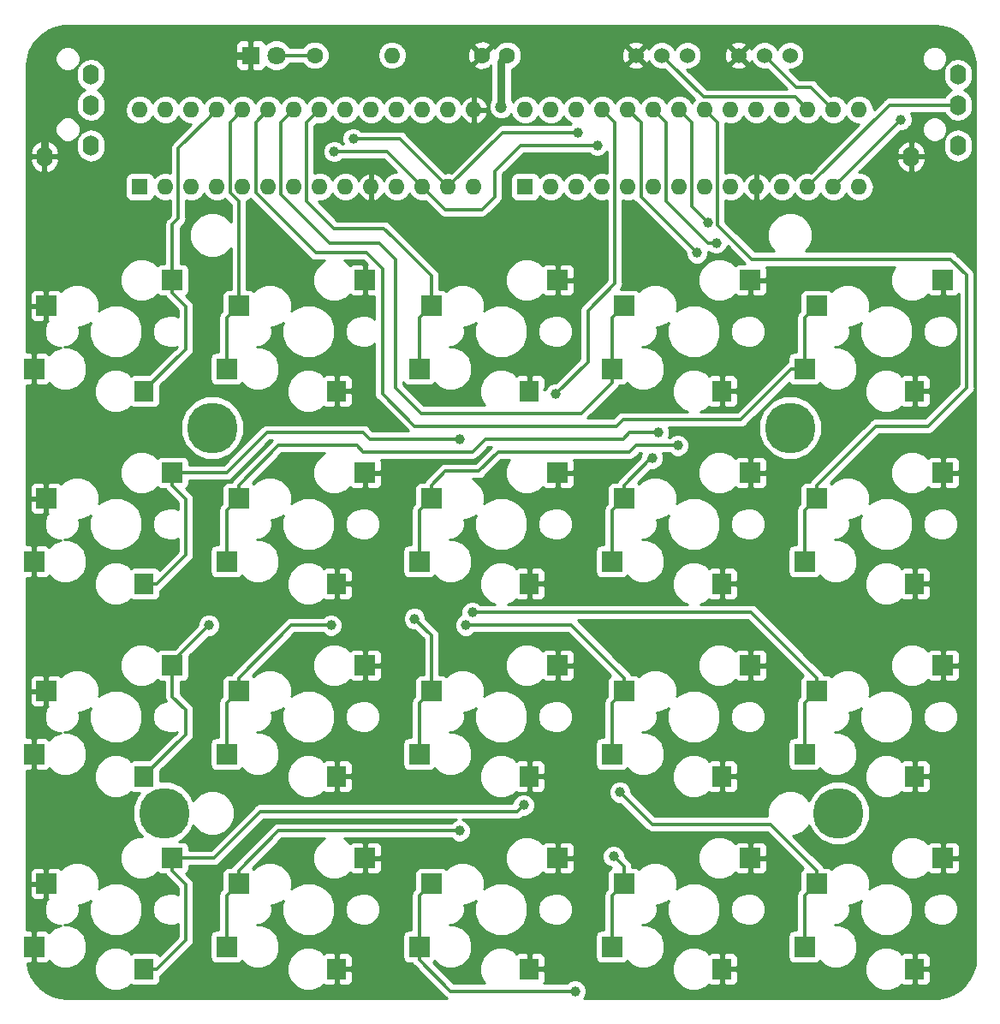
<source format=gbl>
G04 #@! TF.GenerationSoftware,KiCad,Pcbnew,5.0.2-bee76a0~70~ubuntu18.04.1*
G04 #@! TF.CreationDate,2019-02-22T00:54:51+09:00*
G04 #@! TF.ProjectId,next-keyboard,6e657874-2d6b-4657-9962-6f6172642e6b,rev?*
G04 #@! TF.SameCoordinates,Original*
G04 #@! TF.FileFunction,Copper,L2,Bot*
G04 #@! TF.FilePolarity,Positive*
%FSLAX46Y46*%
G04 Gerber Fmt 4.6, Leading zero omitted, Abs format (unit mm)*
G04 Created by KiCad (PCBNEW 5.0.2-bee76a0~70~ubuntu18.04.1) date 2019年02月22日 00時54分51秒*
%MOMM*%
%LPD*%
G01*
G04 APERTURE LIST*
G04 #@! TA.AperFunction,SMDPad,CuDef*
%ADD10R,2.000000X2.000000*%
G04 #@! TD*
G04 #@! TA.AperFunction,SMDPad,CuDef*
%ADD11R,1.900000X2.000000*%
G04 #@! TD*
G04 #@! TA.AperFunction,ComponentPad*
%ADD12O,1.600000X1.600000*%
G04 #@! TD*
G04 #@! TA.AperFunction,ComponentPad*
%ADD13R,1.600000X1.600000*%
G04 #@! TD*
G04 #@! TA.AperFunction,WasherPad*
%ADD14C,5.000000*%
G04 #@! TD*
G04 #@! TA.AperFunction,ComponentPad*
%ADD15C,1.600000*%
G04 #@! TD*
G04 #@! TA.AperFunction,ComponentPad*
%ADD16R,1.800000X1.800000*%
G04 #@! TD*
G04 #@! TA.AperFunction,ComponentPad*
%ADD17C,1.800000*%
G04 #@! TD*
G04 #@! TA.AperFunction,ComponentPad*
%ADD18O,1.600000X2.000000*%
G04 #@! TD*
G04 #@! TA.AperFunction,ComponentPad*
%ADD19C,1.524000*%
G04 #@! TD*
G04 #@! TA.AperFunction,ViaPad*
%ADD20C,1.200000*%
G04 #@! TD*
G04 #@! TA.AperFunction,ViaPad*
%ADD21C,1.000000*%
G04 #@! TD*
G04 #@! TA.AperFunction,Conductor*
%ADD22C,0.800000*%
G04 #@! TD*
G04 #@! TA.AperFunction,Conductor*
%ADD23C,0.300000*%
G04 #@! TD*
G04 #@! TA.AperFunction,Conductor*
%ADD24C,0.254000*%
G04 #@! TD*
G04 APERTURE END LIST*
D10*
G04 #@! TO.P,SW4,1*
G04 #@! TO.N,SW4*
X82387500Y-58468800D03*
D11*
G04 #@! TO.P,SW4,2*
G04 #@! TO.N,GND*
X93287500Y-60668800D03*
D10*
G04 #@! TO.P,SW4,1*
G04 #@! TO.N,SW4*
X83587500Y-52228800D03*
G04 #@! TO.P,SW4,2*
G04 #@! TO.N,GND*
X96087500Y-49688800D03*
G04 #@! TD*
G04 #@! TO.P,SW2,1*
G04 #@! TO.N,SW2*
X44287500Y-58468800D03*
D11*
G04 #@! TO.P,SW2,2*
G04 #@! TO.N,GND*
X55187500Y-60668800D03*
D10*
G04 #@! TO.P,SW2,1*
G04 #@! TO.N,SW2*
X45487500Y-52228800D03*
G04 #@! TO.P,SW2,2*
G04 #@! TO.N,GND*
X57987500Y-49688800D03*
G04 #@! TD*
G04 #@! TO.P,SW12,1*
G04 #@! TO.N,SW12*
X44287500Y-96568800D03*
D11*
G04 #@! TO.P,SW12,2*
G04 #@! TO.N,GND*
X55187500Y-98768800D03*
D10*
G04 #@! TO.P,SW12,1*
G04 #@! TO.N,SW12*
X45487500Y-90328800D03*
G04 #@! TO.P,SW12,2*
G04 #@! TO.N,GND*
X57987500Y-87788800D03*
G04 #@! TD*
G04 #@! TO.P,SW3,1*
G04 #@! TO.N,SW3*
X63337500Y-58468800D03*
D11*
G04 #@! TO.P,SW3,2*
G04 #@! TO.N,GND*
X74237500Y-60668800D03*
D10*
G04 #@! TO.P,SW3,1*
G04 #@! TO.N,SW3*
X64537500Y-52228800D03*
G04 #@! TO.P,SW3,2*
G04 #@! TO.N,GND*
X77037500Y-49688800D03*
G04 #@! TD*
G04 #@! TO.P,SW5,1*
G04 #@! TO.N,SW5*
X101438000Y-58468800D03*
D11*
G04 #@! TO.P,SW5,2*
G04 #@! TO.N,GND*
X112338000Y-60668800D03*
D10*
G04 #@! TO.P,SW5,1*
G04 #@! TO.N,SW5*
X102638000Y-52228800D03*
G04 #@! TO.P,SW5,2*
G04 #@! TO.N,GND*
X115138000Y-49688800D03*
G04 #@! TD*
G04 #@! TO.P,SW6,1*
G04 #@! TO.N,GND*
X25237500Y-77518800D03*
D11*
G04 #@! TO.P,SW6,2*
G04 #@! TO.N,SW6*
X36137500Y-79718800D03*
D10*
G04 #@! TO.P,SW6,1*
G04 #@! TO.N,GND*
X26437500Y-71278800D03*
G04 #@! TO.P,SW6,2*
G04 #@! TO.N,SW6*
X38937500Y-68738800D03*
G04 #@! TD*
G04 #@! TO.P,SW7,1*
G04 #@! TO.N,SW7*
X44287500Y-77518800D03*
D11*
G04 #@! TO.P,SW7,2*
G04 #@! TO.N,GND*
X55187500Y-79718800D03*
D10*
G04 #@! TO.P,SW7,1*
G04 #@! TO.N,SW7*
X45487500Y-71278800D03*
G04 #@! TO.P,SW7,2*
G04 #@! TO.N,GND*
X57987500Y-68738800D03*
G04 #@! TD*
G04 #@! TO.P,SW8,1*
G04 #@! TO.N,SW8*
X63337500Y-77518800D03*
D11*
G04 #@! TO.P,SW8,2*
G04 #@! TO.N,GND*
X74237500Y-79718800D03*
D10*
G04 #@! TO.P,SW8,1*
G04 #@! TO.N,SW8*
X64537500Y-71278800D03*
G04 #@! TO.P,SW8,2*
G04 #@! TO.N,GND*
X77037500Y-68738800D03*
G04 #@! TD*
G04 #@! TO.P,SW9,1*
G04 #@! TO.N,SW9*
X82387500Y-77518800D03*
D11*
G04 #@! TO.P,SW9,2*
G04 #@! TO.N,GND*
X93287500Y-79718800D03*
D10*
G04 #@! TO.P,SW9,1*
G04 #@! TO.N,SW9*
X83587500Y-71278800D03*
G04 #@! TO.P,SW9,2*
G04 #@! TO.N,GND*
X96087500Y-68738800D03*
G04 #@! TD*
G04 #@! TO.P,SW10,1*
G04 #@! TO.N,SW10*
X101438000Y-77518800D03*
D11*
G04 #@! TO.P,SW10,2*
G04 #@! TO.N,GND*
X112338000Y-79718800D03*
D10*
G04 #@! TO.P,SW10,1*
G04 #@! TO.N,SW10*
X102638000Y-71278800D03*
G04 #@! TO.P,SW10,2*
G04 #@! TO.N,GND*
X115138000Y-68738800D03*
G04 #@! TD*
G04 #@! TO.P,SW11,1*
G04 #@! TO.N,GND*
X25237500Y-96568800D03*
D11*
G04 #@! TO.P,SW11,2*
G04 #@! TO.N,SW11*
X36137500Y-98768800D03*
D10*
G04 #@! TO.P,SW11,1*
G04 #@! TO.N,GND*
X26437500Y-90328800D03*
G04 #@! TO.P,SW11,2*
G04 #@! TO.N,SW11*
X38937500Y-87788800D03*
G04 #@! TD*
G04 #@! TO.P,SW13,1*
G04 #@! TO.N,SW13*
X63337500Y-96568800D03*
D11*
G04 #@! TO.P,SW13,2*
G04 #@! TO.N,GND*
X74237500Y-98768800D03*
D10*
G04 #@! TO.P,SW13,1*
G04 #@! TO.N,SW13*
X64537500Y-90328800D03*
G04 #@! TO.P,SW13,2*
G04 #@! TO.N,GND*
X77037500Y-87788800D03*
G04 #@! TD*
G04 #@! TO.P,SW14,1*
G04 #@! TO.N,SW14*
X82387500Y-96568800D03*
D11*
G04 #@! TO.P,SW14,2*
G04 #@! TO.N,GND*
X93287500Y-98768800D03*
D10*
G04 #@! TO.P,SW14,1*
G04 #@! TO.N,SW14*
X83587500Y-90328800D03*
G04 #@! TO.P,SW14,2*
G04 #@! TO.N,GND*
X96087500Y-87788800D03*
G04 #@! TD*
G04 #@! TO.P,SW15,1*
G04 #@! TO.N,SW15*
X101438000Y-96568800D03*
D11*
G04 #@! TO.P,SW15,2*
G04 #@! TO.N,GND*
X112338000Y-98768800D03*
D10*
G04 #@! TO.P,SW15,1*
G04 #@! TO.N,SW15*
X102638000Y-90328800D03*
G04 #@! TO.P,SW15,2*
G04 #@! TO.N,GND*
X115138000Y-87788800D03*
G04 #@! TD*
G04 #@! TO.P,SW16,1*
G04 #@! TO.N,GND*
X25237500Y-115619000D03*
D11*
G04 #@! TO.P,SW16,2*
G04 #@! TO.N,SW16*
X36137500Y-117819000D03*
D10*
G04 #@! TO.P,SW16,1*
G04 #@! TO.N,GND*
X26437500Y-109379000D03*
G04 #@! TO.P,SW16,2*
G04 #@! TO.N,SW16*
X38937500Y-106839000D03*
G04 #@! TD*
G04 #@! TO.P,SW17,1*
G04 #@! TO.N,SW17*
X44287500Y-115619000D03*
D11*
G04 #@! TO.P,SW17,2*
G04 #@! TO.N,GND*
X55187500Y-117819000D03*
D10*
G04 #@! TO.P,SW17,1*
G04 #@! TO.N,SW17*
X45487500Y-109379000D03*
G04 #@! TO.P,SW17,2*
G04 #@! TO.N,GND*
X57987500Y-106839000D03*
G04 #@! TD*
G04 #@! TO.P,SW18,1*
G04 #@! TO.N,SW18*
X63337500Y-115619000D03*
D11*
G04 #@! TO.P,SW18,2*
G04 #@! TO.N,GND*
X74237500Y-117819000D03*
D10*
G04 #@! TO.P,SW18,1*
G04 #@! TO.N,SW18*
X64537500Y-109379000D03*
G04 #@! TO.P,SW18,2*
G04 #@! TO.N,GND*
X77037500Y-106839000D03*
G04 #@! TD*
G04 #@! TO.P,SW19,1*
G04 #@! TO.N,SW19*
X82387500Y-115619000D03*
D11*
G04 #@! TO.P,SW19,2*
G04 #@! TO.N,GND*
X93287500Y-117819000D03*
D10*
G04 #@! TO.P,SW19,1*
G04 #@! TO.N,SW19*
X83587500Y-109379000D03*
G04 #@! TO.P,SW19,2*
G04 #@! TO.N,GND*
X96087500Y-106839000D03*
G04 #@! TD*
G04 #@! TO.P,SW20,1*
G04 #@! TO.N,SW20*
X101438000Y-115619000D03*
D11*
G04 #@! TO.P,SW20,2*
G04 #@! TO.N,GND*
X112338000Y-117819000D03*
D10*
G04 #@! TO.P,SW20,1*
G04 #@! TO.N,SW20*
X102638000Y-109379000D03*
G04 #@! TO.P,SW20,2*
G04 #@! TO.N,GND*
X115138000Y-106839000D03*
G04 #@! TD*
G04 #@! TO.P,SW1,1*
G04 #@! TO.N,GND*
X25237500Y-58468800D03*
D11*
G04 #@! TO.P,SW1,2*
G04 #@! TO.N,SW1*
X36137500Y-60668800D03*
D10*
G04 #@! TO.P,SW1,1*
G04 #@! TO.N,GND*
X26437500Y-52228800D03*
G04 #@! TO.P,SW1,2*
G04 #@! TO.N,SW1*
X38937500Y-49688800D03*
G04 #@! TD*
D12*
G04 #@! TO.P,U1,28*
G04 #@! TO.N,Net-(U1-Pad28)*
X35718750Y-32861250D03*
G04 #@! TO.P,U1,14*
G04 #@! TO.N,Net-(U1-Pad14)*
X68738750Y-40481250D03*
G04 #@! TO.P,U1,27*
G04 #@! TO.N,Net-(U1-Pad27)*
X38258750Y-32861250D03*
G04 #@! TO.P,U1,13*
G04 #@! TO.N,SDA*
X66198750Y-40481250D03*
G04 #@! TO.P,U1,26*
G04 #@! TO.N,Net-(U1-Pad26)*
X40798750Y-32861250D03*
G04 #@! TO.P,U1,12*
G04 #@! TO.N,SCL*
X63658750Y-40481250D03*
G04 #@! TO.P,U1,25*
G04 #@! TO.N,SW1*
X43338750Y-32861250D03*
G04 #@! TO.P,U1,11*
G04 #@! TO.N,Net-(U1-Pad11)*
X61118750Y-40481250D03*
G04 #@! TO.P,U1,24*
G04 #@! TO.N,SW2*
X45878750Y-32861250D03*
G04 #@! TO.P,U1,10*
G04 #@! TO.N,GND*
X58578750Y-40481250D03*
G04 #@! TO.P,U1,23*
G04 #@! TO.N,SW5*
X48418750Y-32861250D03*
G04 #@! TO.P,U1,9*
G04 #@! TO.N,3V3*
X56038750Y-40481250D03*
G04 #@! TO.P,U1,22*
G04 #@! TO.N,SW4*
X50958750Y-32861250D03*
G04 #@! TO.P,U1,8*
G04 #@! TO.N,Net-(U1-Pad8)*
X53498750Y-40481250D03*
G04 #@! TO.P,U1,21*
G04 #@! TO.N,SW3*
X53498750Y-32861250D03*
G04 #@! TO.P,U1,7*
G04 #@! TO.N,Net-(U1-Pad7)*
X50958750Y-40481250D03*
G04 #@! TO.P,U1,20*
G04 #@! TO.N,Net-(U1-Pad20)*
X56038750Y-32861250D03*
G04 #@! TO.P,U1,6*
G04 #@! TO.N,Net-(U1-Pad6)*
X48418750Y-40481250D03*
G04 #@! TO.P,U1,19*
G04 #@! TO.N,Net-(U1-Pad19)*
X58578750Y-32861250D03*
G04 #@! TO.P,U1,5*
G04 #@! TO.N,SW15*
X45878750Y-40481250D03*
G04 #@! TO.P,U1,18*
G04 #@! TO.N,3V3*
X61118750Y-32861250D03*
G04 #@! TO.P,U1,4*
G04 #@! TO.N,SW14*
X43338750Y-40481250D03*
G04 #@! TO.P,U1,17*
G04 #@! TO.N,A2*
X63658750Y-32861250D03*
G04 #@! TO.P,U1,3*
G04 #@! TO.N,SW13*
X40798750Y-40481250D03*
G04 #@! TO.P,U1,16*
G04 #@! TO.N,A1*
X66198750Y-32861250D03*
G04 #@! TO.P,U1,2*
G04 #@! TO.N,SW12*
X38258750Y-40481250D03*
G04 #@! TO.P,U1,15*
G04 #@! TO.N,GND*
X68738750Y-32861250D03*
D13*
G04 #@! TO.P,U1,1*
G04 #@! TO.N,SW11*
X35718750Y-40481250D03*
G04 #@! TD*
G04 #@! TO.P,U2,1*
G04 #@! TO.N,SW16*
X73818750Y-40481250D03*
D12*
G04 #@! TO.P,U2,15*
G04 #@! TO.N,3V3*
X106838750Y-32861250D03*
G04 #@! TO.P,U2,2*
G04 #@! TO.N,SW17*
X76358750Y-40481250D03*
G04 #@! TO.P,U2,16*
G04 #@! TO.N,A1*
X104298750Y-32861250D03*
G04 #@! TO.P,U2,3*
G04 #@! TO.N,SW18*
X78898750Y-40481250D03*
G04 #@! TO.P,U2,17*
G04 #@! TO.N,A2*
X101758750Y-32861250D03*
G04 #@! TO.P,U2,4*
G04 #@! TO.N,SW19*
X81438750Y-40481250D03*
G04 #@! TO.P,U2,18*
G04 #@! TO.N,3V3*
X99218750Y-32861250D03*
G04 #@! TO.P,U2,5*
G04 #@! TO.N,SW20*
X83978750Y-40481250D03*
G04 #@! TO.P,U2,19*
G04 #@! TO.N,Net-(U2-Pad19)*
X96678750Y-32861250D03*
G04 #@! TO.P,U2,6*
G04 #@! TO.N,Net-(U2-Pad6)*
X86518750Y-40481250D03*
G04 #@! TO.P,U2,20*
G04 #@! TO.N,Net-(U2-Pad20)*
X94138750Y-32861250D03*
G04 #@! TO.P,U2,7*
G04 #@! TO.N,Net-(U2-Pad7)*
X89058750Y-40481250D03*
G04 #@! TO.P,U2,21*
G04 #@! TO.N,SW10*
X91598750Y-32861250D03*
G04 #@! TO.P,U2,8*
G04 #@! TO.N,Net-(U2-Pad8)*
X91598750Y-40481250D03*
G04 #@! TO.P,U2,22*
G04 #@! TO.N,SW9*
X89058750Y-32861250D03*
G04 #@! TO.P,U2,9*
G04 #@! TO.N,3V3*
X94138750Y-40481250D03*
G04 #@! TO.P,U2,23*
G04 #@! TO.N,SW8*
X86518750Y-32861250D03*
G04 #@! TO.P,U2,10*
G04 #@! TO.N,GND*
X96678750Y-40481250D03*
G04 #@! TO.P,U2,24*
G04 #@! TO.N,SW7*
X83978750Y-32861250D03*
G04 #@! TO.P,U2,11*
G04 #@! TO.N,Net-(U2-Pad11)*
X99218750Y-40481250D03*
G04 #@! TO.P,U2,25*
G04 #@! TO.N,SW6*
X81438750Y-32861250D03*
G04 #@! TO.P,U2,12*
G04 #@! TO.N,SCL*
X101758750Y-40481250D03*
G04 #@! TO.P,U2,26*
G04 #@! TO.N,Net-(U2-Pad26)*
X78898750Y-32861250D03*
G04 #@! TO.P,U2,13*
G04 #@! TO.N,SDA*
X104298750Y-40481250D03*
G04 #@! TO.P,U2,27*
G04 #@! TO.N,Net-(U2-Pad27)*
X76358750Y-32861250D03*
G04 #@! TO.P,U2,14*
G04 #@! TO.N,Net-(U2-Pad14)*
X106838750Y-40481250D03*
G04 #@! TO.P,U2,28*
G04 #@! TO.N,Net-(U2-Pad28)*
X73818750Y-32861250D03*
G04 #@! TD*
D14*
G04 #@! TO.P,H8,*
G04 #@! TO.N,*
X104775000Y-102394000D03*
G04 #@! TD*
G04 #@! TO.P,H6,*
G04 #@! TO.N,*
X100012000Y-64293800D03*
G04 #@! TD*
G04 #@! TO.P,H5,*
G04 #@! TO.N,*
X42862500Y-64293800D03*
G04 #@! TD*
G04 #@! TO.P,H7,*
G04 #@! TO.N,*
X38100000Y-102394000D03*
G04 #@! TD*
D15*
G04 #@! TO.P,C1,2*
G04 #@! TO.N,3V3*
X72032500Y-27463750D03*
G04 #@! TO.P,C1,1*
G04 #@! TO.N,GND*
X69532500Y-27463750D03*
G04 #@! TD*
D16*
G04 #@! TO.P,D1,1*
G04 #@! TO.N,GND*
X46672500Y-27463750D03*
D17*
G04 #@! TO.P,D1,2*
G04 #@! TO.N,Net-(D1-Pad2)*
X49212500Y-27463750D03*
G04 #@! TD*
D15*
G04 #@! TO.P,R1,1*
G04 #@! TO.N,Net-(D1-Pad2)*
X53022500Y-27463750D03*
D12*
G04 #@! TO.P,R1,2*
G04 #@! TO.N,3V3*
X60642500Y-27463750D03*
G04 #@! TD*
D18*
G04 #@! TO.P,J2,C*
G04 #@! TO.N,SCL*
X116600000Y-32393750D03*
G04 #@! TO.P,J2,B*
G04 #@! TO.N,SDA*
X116600000Y-29393750D03*
G04 #@! TO.P,J2,D*
G04 #@! TO.N,3V3*
X116600000Y-36393750D03*
G04 #@! TO.P,J2,A*
G04 #@! TO.N,GND*
X112000000Y-37493750D03*
G04 #@! TD*
G04 #@! TO.P,J1,C*
G04 #@! TO.N,SCL*
X30875000Y-32393750D03*
G04 #@! TO.P,J1,B*
G04 #@! TO.N,SDA*
X30875000Y-29393750D03*
G04 #@! TO.P,J1,D*
G04 #@! TO.N,3V3*
X30875000Y-36393750D03*
G04 #@! TO.P,J1,A*
G04 #@! TO.N,GND*
X26275000Y-37493750D03*
G04 #@! TD*
D19*
G04 #@! TO.P,SW22,3*
G04 #@! TO.N,GND*
X84772500Y-27463750D03*
G04 #@! TO.P,SW22,2*
G04 #@! TO.N,A2*
X87312500Y-27463750D03*
G04 #@! TO.P,SW22,1*
G04 #@! TO.N,3V3*
X89852500Y-27463750D03*
G04 #@! TD*
G04 #@! TO.P,SW21,1*
G04 #@! TO.N,3V3*
X100012500Y-27463750D03*
G04 #@! TO.P,SW21,2*
G04 #@! TO.N,A1*
X97472500Y-27463750D03*
G04 #@! TO.P,SW21,3*
G04 #@! TO.N,GND*
X94932500Y-27463750D03*
G04 #@! TD*
D20*
G04 #@! TO.N,3V3*
X71437500Y-32543750D03*
D21*
G04 #@! TO.N,SCL*
X54927500Y-36988750D03*
X80962500Y-36353750D03*
G04 #@! TO.N,SDA*
X56832500Y-35718750D03*
X79057500Y-35083750D03*
X110966250Y-33813750D03*
G04 #@! TO.N,SW6*
X76835000Y-60960000D03*
X67310000Y-65405000D03*
G04 #@! TO.N,SW7*
X90805000Y-46990000D03*
X86995000Y-64770000D03*
G04 #@! TO.N,SW8*
X92710000Y-46035000D03*
X88900000Y-66040000D03*
G04 #@! TO.N,SW9*
X86360000Y-67310000D03*
X91898751Y-43973750D03*
G04 #@! TO.N,SW12*
X54610000Y-83820000D03*
G04 #@! TO.N,SW13*
X62865000Y-83185000D03*
G04 #@! TO.N,SW14*
X67945000Y-83820000D03*
G04 #@! TO.N,SW15*
X68582698Y-82550000D03*
G04 #@! TO.N,SW16*
X73660000Y-101600000D03*
G04 #@! TO.N,SW17*
X67310000Y-104140000D03*
G04 #@! TO.N,SW18*
X78740000Y-120015000D03*
G04 #@! TO.N,SW19*
X82550000Y-106680000D03*
G04 #@! TO.N,SW20*
X83185000Y-100330000D03*
G04 #@! TO.N,SW11*
X42545000Y-83820000D03*
G04 #@! TD*
D22*
G04 #@! TO.N,3V3*
X71437500Y-28058750D02*
X72032500Y-27463750D01*
X71437500Y-32543750D02*
X71437500Y-28058750D01*
G04 #@! TO.N,GND*
X33672501Y-27463750D02*
X46672500Y-27463750D01*
X31767501Y-25558750D02*
X33672501Y-27463750D01*
X28257500Y-25558750D02*
X31767501Y-25558750D01*
X26275000Y-37493750D02*
X26275000Y-27541250D01*
X26275000Y-27541250D02*
X28257500Y-25558750D01*
D23*
G04 #@! TO.N,A2*
X88074499Y-28225749D02*
X87312500Y-27463750D01*
X91459999Y-31611249D02*
X88074499Y-28225749D01*
X100508749Y-31611249D02*
X91459999Y-31611249D01*
X101758750Y-32861250D02*
X100508749Y-31611249D01*
G04 #@! TO.N,A1*
X104298750Y-32861250D02*
X102076250Y-30638750D01*
X100647500Y-30638750D02*
X97472500Y-27463750D01*
X102076250Y-30638750D02*
X100647500Y-30638750D01*
G04 #@! TO.N,SCL*
X109846250Y-32393750D02*
X101758750Y-40481250D01*
X116600000Y-32393750D02*
X109846250Y-32393750D01*
X60166250Y-36988750D02*
X63658750Y-40481250D01*
X54927500Y-36988750D02*
X60166250Y-36988750D01*
X65246250Y-42068750D02*
X63658750Y-40481250D01*
X80962500Y-36353750D02*
X73342500Y-36353750D01*
X65881250Y-42703750D02*
X65246250Y-42068750D01*
X73342500Y-36353750D02*
X70802500Y-38893750D01*
X70802500Y-38893750D02*
X70802500Y-41433750D01*
X69532500Y-42703750D02*
X65881250Y-42703750D01*
X70802500Y-41433750D02*
X69532500Y-42703750D01*
G04 #@! TO.N,SDA*
X61436250Y-35718750D02*
X66198750Y-40481250D01*
X56832500Y-35718750D02*
X61436250Y-35718750D01*
X66198750Y-40481250D02*
X71596250Y-35083750D01*
X71596250Y-35083750D02*
X79057500Y-35083750D01*
X105098749Y-39681251D02*
X110966250Y-33813750D01*
X104298750Y-40481250D02*
X105098749Y-39681251D01*
G04 #@! TO.N,Net-(D1-Pad2)*
X49212500Y-27463750D02*
X53022500Y-27463750D01*
G04 #@! TO.N,SW10*
X101438000Y-72478800D02*
X102638000Y-71278800D01*
X101438000Y-77518800D02*
X101438000Y-72478800D01*
X102638000Y-71278800D02*
X102638000Y-69978800D01*
X102638000Y-69978800D02*
X108481800Y-64135000D01*
X108481800Y-64135000D02*
X113665000Y-64135000D01*
X113665000Y-64135000D02*
X117475000Y-60325000D01*
X117475000Y-60325000D02*
X117475000Y-49215798D01*
X117475000Y-49215798D02*
X115884202Y-47625000D01*
X92848751Y-34111251D02*
X92848751Y-44271251D01*
X91598750Y-32861250D02*
X92848751Y-34111251D01*
X97472500Y-47625000D02*
X96202500Y-47625000D01*
X115884202Y-47625000D02*
X97472500Y-47625000D01*
X92848751Y-44271251D02*
X93821250Y-45243750D01*
X93821250Y-45243750D02*
X96202500Y-47625000D01*
G04 #@! TO.N,SW1*
X38937500Y-50988800D02*
X38937500Y-49688800D01*
X40237501Y-52288801D02*
X38937500Y-50988800D01*
X40237501Y-56518799D02*
X40237501Y-52288801D01*
X36137500Y-60618800D02*
X40237501Y-56518799D01*
X36137500Y-60668800D02*
X36137500Y-60618800D01*
X42538751Y-33661249D02*
X43338750Y-32861250D01*
X39508751Y-36691249D02*
X42538751Y-33661249D01*
X39508751Y-43621251D02*
X39508751Y-36691249D01*
X38937500Y-44192502D02*
X39508751Y-43621251D01*
X38937500Y-49688800D02*
X38937500Y-44192502D01*
G04 #@! TO.N,SW2*
X44287500Y-53428800D02*
X45487500Y-52228800D01*
X44287500Y-58468800D02*
X44287500Y-53428800D01*
X45078751Y-33661249D02*
X45878750Y-32861250D01*
X44628749Y-34111251D02*
X45078751Y-33661249D01*
X44628749Y-41081251D02*
X44628749Y-34111251D01*
X45487500Y-41940002D02*
X44628749Y-41081251D01*
X45487500Y-52228800D02*
X45487500Y-41940002D01*
G04 #@! TO.N,SW3*
X64537500Y-49297500D02*
X64537500Y-52228800D01*
X63337500Y-53428800D02*
X64537500Y-52228800D01*
X63337500Y-58468800D02*
X63337500Y-53428800D01*
X60325000Y-45085000D02*
X60642500Y-45402500D01*
X60642500Y-45402500D02*
X64537500Y-49297500D01*
X52208751Y-34151249D02*
X52208751Y-41890001D01*
X53498750Y-32861250D02*
X52208751Y-34151249D01*
X54927500Y-44608750D02*
X59848750Y-44608750D01*
X52208751Y-41890001D02*
X54927500Y-44608750D01*
X59848750Y-44608750D02*
X60642500Y-45402500D01*
G04 #@! TO.N,SW4*
X82387500Y-53428800D02*
X83587500Y-52228800D01*
X82387500Y-58468800D02*
X82387500Y-53428800D01*
X82387500Y-58468800D02*
X82387500Y-59852500D01*
X60960000Y-60325000D02*
X60960000Y-47625000D01*
X82387500Y-59852500D02*
X79375000Y-62865000D01*
X63500000Y-62865000D02*
X60960000Y-60325000D01*
X79375000Y-62865000D02*
X63500000Y-62865000D01*
X60960000Y-47625000D02*
X59372500Y-46037500D01*
X49668751Y-34151249D02*
X49668751Y-41255001D01*
X50958750Y-32861250D02*
X49668751Y-34151249D01*
X54451250Y-46037500D02*
X58102500Y-46037500D01*
X49668751Y-41255001D02*
X54451250Y-46037500D01*
X58102500Y-46037500D02*
X59372500Y-46037500D01*
G04 #@! TO.N,SW5*
X101438000Y-53428800D02*
X102638000Y-52228800D01*
X101438000Y-58468800D02*
X101438000Y-53428800D01*
X59690000Y-60960000D02*
X59690000Y-48581298D01*
X101438000Y-58468800D02*
X100138000Y-58468800D01*
X62865000Y-64135000D02*
X59690000Y-60960000D01*
X100138000Y-58468800D02*
X95106800Y-63500000D01*
X95106800Y-63500000D02*
X83502500Y-63500000D01*
X83502500Y-63500000D02*
X82867500Y-64135000D01*
X82867500Y-64135000D02*
X62865000Y-64135000D01*
X53081296Y-46993798D02*
X58102500Y-46993798D01*
X47168749Y-41081251D02*
X53081296Y-46993798D01*
X47168749Y-34111251D02*
X47168749Y-41081251D01*
X48418750Y-32861250D02*
X47168749Y-34111251D01*
X59690000Y-48581298D02*
X58102500Y-46993798D01*
G04 #@! TO.N,SW6*
X38937500Y-70038800D02*
X38937500Y-68738800D01*
X40237501Y-71338801D02*
X38937500Y-70038800D01*
X37387500Y-79718800D02*
X40237501Y-76868799D01*
X40237501Y-76868799D02*
X40237501Y-71338801D01*
X36137500Y-79718800D02*
X37387500Y-79718800D01*
X48260000Y-64770000D02*
X44291200Y-68738800D01*
X57785000Y-64770000D02*
X48260000Y-64770000D01*
X44291200Y-68738800D02*
X38937500Y-68738800D01*
X58420000Y-65405000D02*
X57785000Y-64770000D01*
X67310000Y-65405000D02*
X58420000Y-65405000D01*
X80010000Y-52705000D02*
X80010000Y-57785000D01*
X82688751Y-50026249D02*
X80010000Y-52705000D01*
X80010000Y-57785000D02*
X76835000Y-60960000D01*
X82688751Y-34111251D02*
X82688751Y-50026249D01*
X81438750Y-32861250D02*
X82688751Y-34111251D01*
G04 #@! TO.N,SW7*
X44287500Y-72478800D02*
X45487500Y-71278800D01*
X44287500Y-77518800D02*
X44287500Y-72478800D01*
X45487500Y-71278800D02*
X45487500Y-69978800D01*
X68580000Y-66675000D02*
X69850000Y-65405000D01*
X45487500Y-69978800D02*
X49426300Y-66040000D01*
X49426300Y-66040000D02*
X57150000Y-66040000D01*
X57150000Y-66040000D02*
X57785000Y-66675000D01*
X57785000Y-66675000D02*
X68580000Y-66675000D01*
X84137500Y-64770000D02*
X83502500Y-65405000D01*
X86995000Y-64770000D02*
X84137500Y-64770000D01*
X69850000Y-65405000D02*
X83502500Y-65405000D01*
X90305001Y-46490001D02*
X90805000Y-46990000D01*
X85268749Y-41453749D02*
X90305001Y-46490001D01*
X85268749Y-34151249D02*
X85268749Y-41453749D01*
X83978750Y-32861250D02*
X85268749Y-34151249D01*
G04 #@! TO.N,SW8*
X63337500Y-72478800D02*
X64537500Y-71278800D01*
X63337500Y-77518800D02*
X63337500Y-72478800D01*
X84772500Y-66040000D02*
X88900000Y-66040000D01*
X64537500Y-71278800D02*
X64537500Y-69978800D01*
X64537500Y-69978800D02*
X65936300Y-68580000D01*
X65936300Y-68580000D02*
X69215000Y-68580000D01*
X69215000Y-68580000D02*
X71120000Y-66675000D01*
X84137500Y-66675000D02*
X84772500Y-66040000D01*
X71120000Y-66675000D02*
X84137500Y-66675000D01*
X87768751Y-34111251D02*
X87768751Y-41890001D01*
X86518750Y-32861250D02*
X87768751Y-34111251D01*
X91913750Y-46035000D02*
X92710000Y-46035000D01*
X87768751Y-41890001D02*
X91913750Y-46035000D01*
G04 #@! TO.N,SW9*
X82387500Y-72478800D02*
X83587500Y-71278800D01*
X82387500Y-77518800D02*
X82387500Y-72478800D01*
X86256300Y-67310000D02*
X86360000Y-67310000D01*
X83587500Y-69978800D02*
X86256300Y-67310000D01*
X83587500Y-71278800D02*
X83587500Y-69978800D01*
X90308751Y-34111251D02*
X89058750Y-32861250D01*
X91898751Y-43973750D02*
X90308751Y-42383750D01*
X90308751Y-42383750D02*
X90308751Y-34111251D01*
G04 #@! TO.N,SW12*
X50696300Y-83820000D02*
X45487500Y-89028800D01*
X45487500Y-89028800D02*
X45487500Y-90328800D01*
X44287500Y-91528800D02*
X45487500Y-90328800D01*
X44287500Y-96568800D02*
X44287500Y-91528800D01*
X54610000Y-83820000D02*
X50696300Y-83820000D01*
G04 #@! TO.N,SW13*
X64537500Y-84857500D02*
X64537500Y-90328800D01*
X62865000Y-83185000D02*
X64537500Y-84857500D01*
X63337500Y-91528800D02*
X64537500Y-90328800D01*
X63337500Y-96568800D02*
X63337500Y-91528800D01*
G04 #@! TO.N,SW14*
X83587500Y-89028800D02*
X83587500Y-90328800D01*
X78378700Y-83820000D02*
X83587500Y-89028800D01*
X67945000Y-83820000D02*
X78378700Y-83820000D01*
X82387500Y-91528800D02*
X83587500Y-90328800D01*
X82387500Y-96568800D02*
X82387500Y-91528800D01*
G04 #@! TO.N,SW15*
X102638000Y-89028800D02*
X102638000Y-90328800D01*
X96159200Y-82550000D02*
X102638000Y-89028800D01*
X101438000Y-91528800D02*
X102638000Y-90328800D01*
X101438000Y-96568800D02*
X101438000Y-91528800D01*
X68582698Y-82550000D02*
X78740000Y-82550000D01*
X76835000Y-82550000D02*
X78740000Y-82550000D01*
X78740000Y-82550000D02*
X96159200Y-82550000D01*
G04 #@! TO.N,SW16*
X73660000Y-101600000D02*
X73025000Y-102235000D01*
X73025000Y-102235000D02*
X47625000Y-102235000D01*
X43021000Y-106839000D02*
X38937500Y-106839000D01*
X47625000Y-102235000D02*
X43021000Y-106839000D01*
X38937500Y-108139000D02*
X38937500Y-106839000D01*
X40237501Y-114968999D02*
X40237501Y-109439001D01*
X37387500Y-117819000D02*
X40237501Y-114968999D01*
X40237501Y-109439001D02*
X38937500Y-108139000D01*
X36137500Y-117819000D02*
X37387500Y-117819000D01*
G04 #@! TO.N,SW17*
X45487500Y-108079000D02*
X45487500Y-109379000D01*
X49426500Y-104140000D02*
X45487500Y-108079000D01*
X67310000Y-104140000D02*
X49426500Y-104140000D01*
X44287500Y-110579000D02*
X45487500Y-109379000D01*
X44287500Y-115619000D02*
X44287500Y-110579000D01*
G04 #@! TO.N,SW18*
X63337500Y-116919000D02*
X63337500Y-115619000D01*
X66433500Y-120015000D02*
X63337500Y-116919000D01*
X78740000Y-120015000D02*
X66433500Y-120015000D01*
X63337500Y-110579000D02*
X64537500Y-109379000D01*
X63337500Y-115619000D02*
X63337500Y-110579000D01*
G04 #@! TO.N,SW19*
X83587500Y-107717500D02*
X83587500Y-109379000D01*
X82550000Y-106680000D02*
X83587500Y-107717500D01*
X82387500Y-110579000D02*
X83587500Y-109379000D01*
X82387500Y-115619000D02*
X82387500Y-110579000D01*
G04 #@! TO.N,SW20*
X102638000Y-108079000D02*
X102638000Y-109379000D01*
X98064000Y-103505000D02*
X102638000Y-108079000D01*
X101438000Y-110579000D02*
X102638000Y-109379000D01*
X101438000Y-115619000D02*
X101438000Y-110579000D01*
X86360000Y-103505000D02*
X98064000Y-103505000D01*
X86360000Y-103505000D02*
X83185000Y-100330000D01*
G04 #@! TO.N,SW11*
X38937500Y-87427500D02*
X38937500Y-87788800D01*
X42545000Y-83820000D02*
X38937500Y-87427500D01*
X36137500Y-98718800D02*
X36137500Y-98768800D01*
X40237501Y-94618799D02*
X36137500Y-98718800D01*
X40237501Y-92196799D02*
X40237501Y-94618799D01*
X38937500Y-90896798D02*
X40237501Y-92196799D01*
X38937500Y-87788800D02*
X38937500Y-90896798D01*
G04 #@! TD*
D24*
G04 #@! TO.N,GND*
G36*
X28502612Y-24547500D02*
X114372388Y-24547500D01*
X114425200Y-24536995D01*
X115037965Y-24593300D01*
X115751210Y-24794456D01*
X116415866Y-25122228D01*
X117009650Y-25565628D01*
X117512693Y-26109818D01*
X117908139Y-26736560D01*
X118182750Y-27424879D01*
X118330064Y-28165473D01*
X118343513Y-28422113D01*
X118327501Y-28502612D01*
X118327500Y-116753637D01*
X118338005Y-116806450D01*
X118281700Y-117419215D01*
X118080544Y-118132460D01*
X117752772Y-118797116D01*
X117309372Y-119390901D01*
X116765185Y-119893941D01*
X116138440Y-120289389D01*
X115450125Y-120563998D01*
X114709526Y-120711314D01*
X114452891Y-120724763D01*
X114372388Y-120708750D01*
X79651383Y-120708750D01*
X79702207Y-120657926D01*
X79875000Y-120240766D01*
X79875000Y-119789234D01*
X79702207Y-119372074D01*
X79382926Y-119052793D01*
X78965766Y-118880000D01*
X78514234Y-118880000D01*
X78097074Y-119052793D01*
X77919867Y-119230000D01*
X75674526Y-119230000D01*
X75725827Y-119178699D01*
X75822500Y-118945310D01*
X75822500Y-118104750D01*
X75663750Y-117946000D01*
X74364500Y-117946000D01*
X74364500Y-117966000D01*
X74110500Y-117966000D01*
X74110500Y-117946000D01*
X74090500Y-117946000D01*
X74090500Y-117692000D01*
X74110500Y-117692000D01*
X74110500Y-116342750D01*
X74364500Y-116342750D01*
X74364500Y-117692000D01*
X75663750Y-117692000D01*
X75822500Y-117533250D01*
X75822500Y-116692690D01*
X75725827Y-116459301D01*
X75547198Y-116280673D01*
X75313809Y-116184000D01*
X74523250Y-116184000D01*
X74364500Y-116342750D01*
X74110500Y-116342750D01*
X73951750Y-116184000D01*
X73161191Y-116184000D01*
X72927802Y-116280673D01*
X72923160Y-116285314D01*
X72646880Y-116009034D01*
X71862178Y-115684000D01*
X71012822Y-115684000D01*
X70228120Y-116009034D01*
X69627534Y-116609620D01*
X69302500Y-117394322D01*
X69302500Y-118243678D01*
X69627534Y-119028380D01*
X69829154Y-119230000D01*
X66758658Y-119230000D01*
X64681507Y-117152850D01*
X64795309Y-117076809D01*
X64827615Y-117028461D01*
X65228120Y-117428966D01*
X66012822Y-117754000D01*
X66862178Y-117754000D01*
X67646880Y-117428966D01*
X68247466Y-116828380D01*
X68572500Y-116043678D01*
X68572500Y-115194322D01*
X68334194Y-114619000D01*
X80740060Y-114619000D01*
X80740060Y-116619000D01*
X80789343Y-116866765D01*
X80929691Y-117076809D01*
X81139735Y-117217157D01*
X81387500Y-117266440D01*
X83387500Y-117266440D01*
X83635265Y-117217157D01*
X83845309Y-117076809D01*
X83877615Y-117028461D01*
X84278120Y-117428966D01*
X85062822Y-117754000D01*
X85912178Y-117754000D01*
X86696880Y-117428966D01*
X86731524Y-117394322D01*
X88352500Y-117394322D01*
X88352500Y-118243678D01*
X88677534Y-119028380D01*
X89278120Y-119628966D01*
X90062822Y-119954000D01*
X90912178Y-119954000D01*
X91696880Y-119628966D01*
X91973160Y-119352686D01*
X91977802Y-119357327D01*
X92211191Y-119454000D01*
X93001750Y-119454000D01*
X93160500Y-119295250D01*
X93160500Y-117946000D01*
X93414500Y-117946000D01*
X93414500Y-119295250D01*
X93573250Y-119454000D01*
X94363809Y-119454000D01*
X94597198Y-119357327D01*
X94775827Y-119178699D01*
X94872500Y-118945310D01*
X94872500Y-118104750D01*
X94713750Y-117946000D01*
X93414500Y-117946000D01*
X93160500Y-117946000D01*
X93140500Y-117946000D01*
X93140500Y-117692000D01*
X93160500Y-117692000D01*
X93160500Y-116342750D01*
X93414500Y-116342750D01*
X93414500Y-117692000D01*
X94713750Y-117692000D01*
X94872500Y-117533250D01*
X94872500Y-116692690D01*
X94775827Y-116459301D01*
X94597198Y-116280673D01*
X94363809Y-116184000D01*
X93573250Y-116184000D01*
X93414500Y-116342750D01*
X93160500Y-116342750D01*
X93001750Y-116184000D01*
X92211191Y-116184000D01*
X91977802Y-116280673D01*
X91973160Y-116285314D01*
X91696880Y-116009034D01*
X90912178Y-115684000D01*
X90062822Y-115684000D01*
X89278120Y-116009034D01*
X88677534Y-116609620D01*
X88352500Y-117394322D01*
X86731524Y-117394322D01*
X87297466Y-116828380D01*
X87622500Y-116043678D01*
X87622500Y-115194322D01*
X87297466Y-114409620D01*
X86696880Y-113809034D01*
X85912178Y-113484000D01*
X85351060Y-113484000D01*
X85544197Y-113404000D01*
X85702885Y-113404000D01*
X86248685Y-113177922D01*
X86666422Y-112760185D01*
X86892500Y-112214385D01*
X86892500Y-111623615D01*
X86847096Y-111514000D01*
X87102178Y-111514000D01*
X87886880Y-111188966D01*
X87973783Y-111102063D01*
X87852500Y-111394866D01*
X87852500Y-112443134D01*
X88253655Y-113411608D01*
X88994892Y-114152845D01*
X89963366Y-114554000D01*
X91011634Y-114554000D01*
X91980108Y-114152845D01*
X92721345Y-113411608D01*
X93122500Y-112443134D01*
X93122500Y-111623615D01*
X94082500Y-111623615D01*
X94082500Y-112214385D01*
X94308578Y-112760185D01*
X94726315Y-113177922D01*
X95272115Y-113404000D01*
X95430803Y-113404000D01*
X95672224Y-113504000D01*
X96302776Y-113504000D01*
X96885330Y-113262698D01*
X97331198Y-112816830D01*
X97572500Y-112234276D01*
X97572500Y-111603724D01*
X97331198Y-111021170D01*
X96885330Y-110575302D01*
X96302776Y-110334000D01*
X95672224Y-110334000D01*
X95430803Y-110434000D01*
X95272115Y-110434000D01*
X94726315Y-110660078D01*
X94308578Y-111077815D01*
X94082500Y-111623615D01*
X93122500Y-111623615D01*
X93122500Y-111394866D01*
X92721345Y-110426392D01*
X91980108Y-109685155D01*
X91011634Y-109284000D01*
X89963366Y-109284000D01*
X88994892Y-109685155D01*
X88767338Y-109912709D01*
X88812500Y-109803678D01*
X88812500Y-108954322D01*
X88487466Y-108169620D01*
X87886880Y-107569034D01*
X87102178Y-107244000D01*
X86252822Y-107244000D01*
X85468120Y-107569034D01*
X85073609Y-107963545D01*
X85045309Y-107921191D01*
X84835265Y-107780843D01*
X84587500Y-107731560D01*
X84385081Y-107731560D01*
X84387878Y-107717500D01*
X84372500Y-107640188D01*
X84372500Y-107640184D01*
X84326954Y-107411208D01*
X84153453Y-107151547D01*
X84087908Y-107107751D01*
X83685000Y-106704843D01*
X83685000Y-106454234D01*
X83668468Y-106414322D01*
X90892500Y-106414322D01*
X90892500Y-107263678D01*
X91217534Y-108048380D01*
X91818120Y-108648966D01*
X92602822Y-108974000D01*
X93452178Y-108974000D01*
X94236880Y-108648966D01*
X94618160Y-108267686D01*
X94727802Y-108377327D01*
X94961191Y-108474000D01*
X95801750Y-108474000D01*
X95960500Y-108315250D01*
X95960500Y-106966000D01*
X96214500Y-106966000D01*
X96214500Y-108315250D01*
X96373250Y-108474000D01*
X97213809Y-108474000D01*
X97447198Y-108377327D01*
X97625827Y-108198699D01*
X97722500Y-107965310D01*
X97722500Y-107124750D01*
X97563750Y-106966000D01*
X96214500Y-106966000D01*
X95960500Y-106966000D01*
X95940500Y-106966000D01*
X95940500Y-106712000D01*
X95960500Y-106712000D01*
X95960500Y-105362750D01*
X96214500Y-105362750D01*
X96214500Y-106712000D01*
X97563750Y-106712000D01*
X97722500Y-106553250D01*
X97722500Y-105712690D01*
X97625827Y-105479301D01*
X97447198Y-105300673D01*
X97213809Y-105204000D01*
X96373250Y-105204000D01*
X96214500Y-105362750D01*
X95960500Y-105362750D01*
X95801750Y-105204000D01*
X94961191Y-105204000D01*
X94727802Y-105300673D01*
X94618160Y-105410314D01*
X94236880Y-105029034D01*
X93452178Y-104704000D01*
X92602822Y-104704000D01*
X91818120Y-105029034D01*
X91217534Y-105629620D01*
X90892500Y-106414322D01*
X83668468Y-106414322D01*
X83512207Y-106037074D01*
X83192926Y-105717793D01*
X82775766Y-105545000D01*
X82324234Y-105545000D01*
X81907074Y-105717793D01*
X81587793Y-106037074D01*
X81415000Y-106454234D01*
X81415000Y-106905766D01*
X81587793Y-107322926D01*
X81907074Y-107642207D01*
X82302246Y-107805892D01*
X82129691Y-107921191D01*
X81989343Y-108131235D01*
X81940060Y-108379000D01*
X81940060Y-109916283D01*
X81887090Y-109969253D01*
X81821548Y-110013047D01*
X81777754Y-110078589D01*
X81777751Y-110078592D01*
X81648046Y-110272709D01*
X81587122Y-110579000D01*
X81602501Y-110656317D01*
X81602500Y-113971560D01*
X81387500Y-113971560D01*
X81139735Y-114020843D01*
X80929691Y-114161191D01*
X80789343Y-114371235D01*
X80740060Y-114619000D01*
X68334194Y-114619000D01*
X68247466Y-114409620D01*
X67646880Y-113809034D01*
X66862178Y-113484000D01*
X66301060Y-113484000D01*
X66494197Y-113404000D01*
X66652885Y-113404000D01*
X67198685Y-113177922D01*
X67616422Y-112760185D01*
X67842500Y-112214385D01*
X67842500Y-111623615D01*
X67797096Y-111514000D01*
X68052178Y-111514000D01*
X68836880Y-111188966D01*
X68923783Y-111102063D01*
X68802500Y-111394866D01*
X68802500Y-112443134D01*
X69203655Y-113411608D01*
X69944892Y-114152845D01*
X70913366Y-114554000D01*
X71961634Y-114554000D01*
X72930108Y-114152845D01*
X73671345Y-113411608D01*
X74072500Y-112443134D01*
X74072500Y-111623615D01*
X75032500Y-111623615D01*
X75032500Y-112214385D01*
X75258578Y-112760185D01*
X75676315Y-113177922D01*
X76222115Y-113404000D01*
X76380803Y-113404000D01*
X76622224Y-113504000D01*
X77252776Y-113504000D01*
X77835330Y-113262698D01*
X78281198Y-112816830D01*
X78522500Y-112234276D01*
X78522500Y-111603724D01*
X78281198Y-111021170D01*
X77835330Y-110575302D01*
X77252776Y-110334000D01*
X76622224Y-110334000D01*
X76380803Y-110434000D01*
X76222115Y-110434000D01*
X75676315Y-110660078D01*
X75258578Y-111077815D01*
X75032500Y-111623615D01*
X74072500Y-111623615D01*
X74072500Y-111394866D01*
X73671345Y-110426392D01*
X72930108Y-109685155D01*
X71961634Y-109284000D01*
X70913366Y-109284000D01*
X69944892Y-109685155D01*
X69717338Y-109912709D01*
X69762500Y-109803678D01*
X69762500Y-108954322D01*
X69437466Y-108169620D01*
X68836880Y-107569034D01*
X68052178Y-107244000D01*
X67202822Y-107244000D01*
X66418120Y-107569034D01*
X66023609Y-107963545D01*
X65995309Y-107921191D01*
X65785265Y-107780843D01*
X65537500Y-107731560D01*
X63537500Y-107731560D01*
X63289735Y-107780843D01*
X63079691Y-107921191D01*
X62939343Y-108131235D01*
X62890060Y-108379000D01*
X62890060Y-109916283D01*
X62837090Y-109969253D01*
X62771548Y-110013047D01*
X62727754Y-110078589D01*
X62727751Y-110078592D01*
X62598046Y-110272709D01*
X62537122Y-110579000D01*
X62552501Y-110656317D01*
X62552500Y-113971560D01*
X62337500Y-113971560D01*
X62089735Y-114020843D01*
X61879691Y-114161191D01*
X61739343Y-114371235D01*
X61690060Y-114619000D01*
X61690060Y-116619000D01*
X61739343Y-116866765D01*
X61879691Y-117076809D01*
X62089735Y-117217157D01*
X62337500Y-117266440D01*
X62625541Y-117266440D01*
X62681728Y-117350529D01*
X62771547Y-117484953D01*
X62837092Y-117528749D01*
X65823753Y-120515411D01*
X65867547Y-120580953D01*
X65933089Y-120624747D01*
X65933091Y-120624749D01*
X65984789Y-120659292D01*
X66058808Y-120708750D01*
X28502612Y-120708750D01*
X28449800Y-120719255D01*
X27837035Y-120662950D01*
X27123790Y-120461794D01*
X26459134Y-120134022D01*
X25865349Y-119690622D01*
X25362309Y-119146435D01*
X24966861Y-118519690D01*
X24692252Y-117831375D01*
X24577404Y-117254000D01*
X24951750Y-117254000D01*
X25110500Y-117095250D01*
X25110500Y-115746000D01*
X25090500Y-115746000D01*
X25090500Y-115492000D01*
X25110500Y-115492000D01*
X25110500Y-114142750D01*
X25364500Y-114142750D01*
X25364500Y-115492000D01*
X25384500Y-115492000D01*
X25384500Y-115746000D01*
X25364500Y-115746000D01*
X25364500Y-117095250D01*
X25523250Y-117254000D01*
X26363809Y-117254000D01*
X26597198Y-117157327D01*
X26726840Y-117027686D01*
X27128120Y-117428966D01*
X27912822Y-117754000D01*
X28762178Y-117754000D01*
X29546880Y-117428966D01*
X30147466Y-116828380D01*
X30472500Y-116043678D01*
X30472500Y-115194322D01*
X30147466Y-114409620D01*
X29546880Y-113809034D01*
X28762178Y-113484000D01*
X28201060Y-113484000D01*
X28394197Y-113404000D01*
X28552885Y-113404000D01*
X29098685Y-113177922D01*
X29516422Y-112760185D01*
X29742500Y-112214385D01*
X29742500Y-111623615D01*
X29697096Y-111514000D01*
X29952178Y-111514000D01*
X30736880Y-111188966D01*
X30823783Y-111102063D01*
X30702500Y-111394866D01*
X30702500Y-112443134D01*
X31103655Y-113411608D01*
X31844892Y-114152845D01*
X32813366Y-114554000D01*
X33861634Y-114554000D01*
X34830108Y-114152845D01*
X35571345Y-113411608D01*
X35972500Y-112443134D01*
X35972500Y-111394866D01*
X35571345Y-110426392D01*
X34830108Y-109685155D01*
X33861634Y-109284000D01*
X32813366Y-109284000D01*
X31844892Y-109685155D01*
X31617338Y-109912709D01*
X31662500Y-109803678D01*
X31662500Y-108954322D01*
X31337466Y-108169620D01*
X30736880Y-107569034D01*
X29952178Y-107244000D01*
X29102822Y-107244000D01*
X28318120Y-107569034D01*
X27921840Y-107965314D01*
X27797198Y-107840673D01*
X27563809Y-107744000D01*
X26723250Y-107744000D01*
X26564500Y-107902750D01*
X26564500Y-109252000D01*
X26584500Y-109252000D01*
X26584500Y-109506000D01*
X26564500Y-109506000D01*
X26564500Y-110855250D01*
X26612111Y-110902861D01*
X26493802Y-111021170D01*
X26252500Y-111603724D01*
X26252500Y-112234276D01*
X26493802Y-112816830D01*
X26939670Y-113262698D01*
X27522224Y-113504000D01*
X27864538Y-113504000D01*
X27128120Y-113809034D01*
X26726840Y-114210314D01*
X26597198Y-114080673D01*
X26363809Y-113984000D01*
X25523250Y-113984000D01*
X25364500Y-114142750D01*
X25110500Y-114142750D01*
X24951750Y-113984000D01*
X24547500Y-113984000D01*
X24547500Y-109664750D01*
X24802500Y-109664750D01*
X24802500Y-110505310D01*
X24899173Y-110738699D01*
X25077802Y-110917327D01*
X25311191Y-111014000D01*
X26151750Y-111014000D01*
X26310500Y-110855250D01*
X26310500Y-109506000D01*
X24961250Y-109506000D01*
X24802500Y-109664750D01*
X24547500Y-109664750D01*
X24547500Y-108252690D01*
X24802500Y-108252690D01*
X24802500Y-109093250D01*
X24961250Y-109252000D01*
X26310500Y-109252000D01*
X26310500Y-107902750D01*
X26151750Y-107744000D01*
X25311191Y-107744000D01*
X25077802Y-107840673D01*
X24899173Y-108019301D01*
X24802500Y-108252690D01*
X24547500Y-108252690D01*
X24547500Y-98203800D01*
X24951750Y-98203800D01*
X25110500Y-98045050D01*
X25110500Y-96695800D01*
X25090500Y-96695800D01*
X25090500Y-96441800D01*
X25110500Y-96441800D01*
X25110500Y-95092550D01*
X25364500Y-95092550D01*
X25364500Y-96441800D01*
X25384500Y-96441800D01*
X25384500Y-96695800D01*
X25364500Y-96695800D01*
X25364500Y-98045050D01*
X25523250Y-98203800D01*
X26363809Y-98203800D01*
X26597198Y-98107127D01*
X26726840Y-97977486D01*
X27128120Y-98378766D01*
X27912822Y-98703800D01*
X28762178Y-98703800D01*
X29546880Y-98378766D01*
X29581524Y-98344122D01*
X31202500Y-98344122D01*
X31202500Y-99193478D01*
X31527534Y-99978180D01*
X32128120Y-100578766D01*
X32912822Y-100903800D01*
X33762178Y-100903800D01*
X34546880Y-100578766D01*
X34831206Y-100294440D01*
X34939735Y-100366957D01*
X35187500Y-100416240D01*
X35644201Y-100416240D01*
X35442276Y-100618165D01*
X34965000Y-101770410D01*
X34965000Y-103017590D01*
X35442276Y-104169835D01*
X35976441Y-104704000D01*
X35452822Y-104704000D01*
X34668120Y-105029034D01*
X34067534Y-105629620D01*
X33742500Y-106414322D01*
X33742500Y-107263678D01*
X34067534Y-108048380D01*
X34668120Y-108648966D01*
X35452822Y-108974000D01*
X36302178Y-108974000D01*
X37086880Y-108648966D01*
X37463407Y-108272439D01*
X37479691Y-108296809D01*
X37689735Y-108437157D01*
X37937500Y-108486440D01*
X38225541Y-108486440D01*
X38371547Y-108704953D01*
X38437092Y-108748749D01*
X39452502Y-109764160D01*
X39452502Y-110458151D01*
X39152776Y-110334000D01*
X38522224Y-110334000D01*
X38280803Y-110434000D01*
X38122115Y-110434000D01*
X37576315Y-110660078D01*
X37158578Y-111077815D01*
X36932500Y-111623615D01*
X36932500Y-112214385D01*
X37158578Y-112760185D01*
X37576315Y-113177922D01*
X38122115Y-113404000D01*
X38280803Y-113404000D01*
X38522224Y-113504000D01*
X39152776Y-113504000D01*
X39452501Y-113379850D01*
X39452501Y-114643841D01*
X37621350Y-116474993D01*
X37545309Y-116361191D01*
X37335265Y-116220843D01*
X37087500Y-116171560D01*
X35187500Y-116171560D01*
X34939735Y-116220843D01*
X34831206Y-116293360D01*
X34546880Y-116009034D01*
X33762178Y-115684000D01*
X32912822Y-115684000D01*
X32128120Y-116009034D01*
X31527534Y-116609620D01*
X31202500Y-117394322D01*
X31202500Y-118243678D01*
X31527534Y-119028380D01*
X32128120Y-119628966D01*
X32912822Y-119954000D01*
X33762178Y-119954000D01*
X34546880Y-119628966D01*
X34831206Y-119344640D01*
X34939735Y-119417157D01*
X35187500Y-119466440D01*
X37087500Y-119466440D01*
X37335265Y-119417157D01*
X37545309Y-119276809D01*
X37685657Y-119066765D01*
X37734940Y-118819000D01*
X37734940Y-118530960D01*
X37953453Y-118384953D01*
X37997249Y-118319408D01*
X40737912Y-115578746D01*
X40803454Y-115534952D01*
X40847248Y-115469410D01*
X40847250Y-115469408D01*
X40976955Y-115275291D01*
X40976955Y-115275290D01*
X41022501Y-115046315D01*
X41022501Y-115046312D01*
X41037879Y-114969000D01*
X41022501Y-114891688D01*
X41022501Y-109516312D01*
X41037879Y-109439000D01*
X41022501Y-109361688D01*
X41022501Y-109361685D01*
X40976955Y-109132709D01*
X40936864Y-109072709D01*
X40847250Y-108938592D01*
X40847248Y-108938590D01*
X40803454Y-108873048D01*
X40737912Y-108829254D01*
X40281507Y-108372850D01*
X40395309Y-108296809D01*
X40535657Y-108086765D01*
X40584940Y-107839000D01*
X40584940Y-107624000D01*
X42943688Y-107624000D01*
X43021000Y-107639378D01*
X43098312Y-107624000D01*
X43098316Y-107624000D01*
X43327292Y-107578454D01*
X43586953Y-107404953D01*
X43630749Y-107339408D01*
X47950158Y-103020000D01*
X67048021Y-103020000D01*
X66667074Y-103177793D01*
X66489867Y-103355000D01*
X49503810Y-103355000D01*
X49426499Y-103339622D01*
X49349188Y-103355000D01*
X49349184Y-103355000D01*
X49120208Y-103400546D01*
X49001125Y-103480115D01*
X48926091Y-103530251D01*
X48926089Y-103530253D01*
X48860547Y-103574047D01*
X48816753Y-103639589D01*
X44987092Y-107469251D01*
X44921547Y-107513047D01*
X44877752Y-107578591D01*
X44877751Y-107578592D01*
X44836596Y-107640185D01*
X44775541Y-107731560D01*
X44487500Y-107731560D01*
X44239735Y-107780843D01*
X44029691Y-107921191D01*
X43889343Y-108131235D01*
X43840060Y-108379000D01*
X43840060Y-109916283D01*
X43787090Y-109969253D01*
X43721548Y-110013047D01*
X43677754Y-110078589D01*
X43677751Y-110078592D01*
X43548046Y-110272709D01*
X43487122Y-110579000D01*
X43502501Y-110656317D01*
X43502500Y-113971560D01*
X43287500Y-113971560D01*
X43039735Y-114020843D01*
X42829691Y-114161191D01*
X42689343Y-114371235D01*
X42640060Y-114619000D01*
X42640060Y-116619000D01*
X42689343Y-116866765D01*
X42829691Y-117076809D01*
X43039735Y-117217157D01*
X43287500Y-117266440D01*
X45287500Y-117266440D01*
X45535265Y-117217157D01*
X45745309Y-117076809D01*
X45777615Y-117028461D01*
X46178120Y-117428966D01*
X46962822Y-117754000D01*
X47812178Y-117754000D01*
X48596880Y-117428966D01*
X48631524Y-117394322D01*
X50252500Y-117394322D01*
X50252500Y-118243678D01*
X50577534Y-119028380D01*
X51178120Y-119628966D01*
X51962822Y-119954000D01*
X52812178Y-119954000D01*
X53596880Y-119628966D01*
X53873160Y-119352686D01*
X53877802Y-119357327D01*
X54111191Y-119454000D01*
X54901750Y-119454000D01*
X55060500Y-119295250D01*
X55060500Y-117946000D01*
X55314500Y-117946000D01*
X55314500Y-119295250D01*
X55473250Y-119454000D01*
X56263809Y-119454000D01*
X56497198Y-119357327D01*
X56675827Y-119178699D01*
X56772500Y-118945310D01*
X56772500Y-118104750D01*
X56613750Y-117946000D01*
X55314500Y-117946000D01*
X55060500Y-117946000D01*
X55040500Y-117946000D01*
X55040500Y-117692000D01*
X55060500Y-117692000D01*
X55060500Y-116342750D01*
X55314500Y-116342750D01*
X55314500Y-117692000D01*
X56613750Y-117692000D01*
X56772500Y-117533250D01*
X56772500Y-116692690D01*
X56675827Y-116459301D01*
X56497198Y-116280673D01*
X56263809Y-116184000D01*
X55473250Y-116184000D01*
X55314500Y-116342750D01*
X55060500Y-116342750D01*
X54901750Y-116184000D01*
X54111191Y-116184000D01*
X53877802Y-116280673D01*
X53873160Y-116285314D01*
X53596880Y-116009034D01*
X52812178Y-115684000D01*
X51962822Y-115684000D01*
X51178120Y-116009034D01*
X50577534Y-116609620D01*
X50252500Y-117394322D01*
X48631524Y-117394322D01*
X49197466Y-116828380D01*
X49522500Y-116043678D01*
X49522500Y-115194322D01*
X49197466Y-114409620D01*
X48596880Y-113809034D01*
X47812178Y-113484000D01*
X47251060Y-113484000D01*
X47444197Y-113404000D01*
X47602885Y-113404000D01*
X48148685Y-113177922D01*
X48566422Y-112760185D01*
X48792500Y-112214385D01*
X48792500Y-111623615D01*
X48747096Y-111514000D01*
X49002178Y-111514000D01*
X49786880Y-111188966D01*
X49873783Y-111102063D01*
X49752500Y-111394866D01*
X49752500Y-112443134D01*
X50153655Y-113411608D01*
X50894892Y-114152845D01*
X51863366Y-114554000D01*
X52911634Y-114554000D01*
X53880108Y-114152845D01*
X54621345Y-113411608D01*
X55022500Y-112443134D01*
X55022500Y-111623615D01*
X55982500Y-111623615D01*
X55982500Y-112214385D01*
X56208578Y-112760185D01*
X56626315Y-113177922D01*
X57172115Y-113404000D01*
X57330803Y-113404000D01*
X57572224Y-113504000D01*
X58202776Y-113504000D01*
X58785330Y-113262698D01*
X59231198Y-112816830D01*
X59472500Y-112234276D01*
X59472500Y-111603724D01*
X59231198Y-111021170D01*
X58785330Y-110575302D01*
X58202776Y-110334000D01*
X57572224Y-110334000D01*
X57330803Y-110434000D01*
X57172115Y-110434000D01*
X56626315Y-110660078D01*
X56208578Y-111077815D01*
X55982500Y-111623615D01*
X55022500Y-111623615D01*
X55022500Y-111394866D01*
X54621345Y-110426392D01*
X53880108Y-109685155D01*
X52911634Y-109284000D01*
X51863366Y-109284000D01*
X50894892Y-109685155D01*
X50667338Y-109912709D01*
X50712500Y-109803678D01*
X50712500Y-108954322D01*
X50387466Y-108169620D01*
X49786880Y-107569034D01*
X49002178Y-107244000D01*
X48152822Y-107244000D01*
X47368120Y-107569034D01*
X46973609Y-107963545D01*
X46945309Y-107921191D01*
X46831507Y-107845150D01*
X49751658Y-104925000D01*
X53969280Y-104925000D01*
X53718120Y-105029034D01*
X53117534Y-105629620D01*
X52792500Y-106414322D01*
X52792500Y-107263678D01*
X53117534Y-108048380D01*
X53718120Y-108648966D01*
X54502822Y-108974000D01*
X55352178Y-108974000D01*
X56136880Y-108648966D01*
X56518160Y-108267686D01*
X56627802Y-108377327D01*
X56861191Y-108474000D01*
X57701750Y-108474000D01*
X57860500Y-108315250D01*
X57860500Y-106966000D01*
X58114500Y-106966000D01*
X58114500Y-108315250D01*
X58273250Y-108474000D01*
X59113809Y-108474000D01*
X59347198Y-108377327D01*
X59525827Y-108198699D01*
X59622500Y-107965310D01*
X59622500Y-107124750D01*
X59463750Y-106966000D01*
X58114500Y-106966000D01*
X57860500Y-106966000D01*
X57840500Y-106966000D01*
X57840500Y-106712000D01*
X57860500Y-106712000D01*
X57860500Y-105362750D01*
X58114500Y-105362750D01*
X58114500Y-106712000D01*
X59463750Y-106712000D01*
X59622500Y-106553250D01*
X59622500Y-106414322D01*
X71842500Y-106414322D01*
X71842500Y-107263678D01*
X72167534Y-108048380D01*
X72768120Y-108648966D01*
X73552822Y-108974000D01*
X74402178Y-108974000D01*
X75186880Y-108648966D01*
X75568160Y-108267686D01*
X75677802Y-108377327D01*
X75911191Y-108474000D01*
X76751750Y-108474000D01*
X76910500Y-108315250D01*
X76910500Y-106966000D01*
X77164500Y-106966000D01*
X77164500Y-108315250D01*
X77323250Y-108474000D01*
X78163809Y-108474000D01*
X78397198Y-108377327D01*
X78575827Y-108198699D01*
X78672500Y-107965310D01*
X78672500Y-107124750D01*
X78513750Y-106966000D01*
X77164500Y-106966000D01*
X76910500Y-106966000D01*
X76890500Y-106966000D01*
X76890500Y-106712000D01*
X76910500Y-106712000D01*
X76910500Y-105362750D01*
X77164500Y-105362750D01*
X77164500Y-106712000D01*
X78513750Y-106712000D01*
X78672500Y-106553250D01*
X78672500Y-105712690D01*
X78575827Y-105479301D01*
X78397198Y-105300673D01*
X78163809Y-105204000D01*
X77323250Y-105204000D01*
X77164500Y-105362750D01*
X76910500Y-105362750D01*
X76751750Y-105204000D01*
X75911191Y-105204000D01*
X75677802Y-105300673D01*
X75568160Y-105410314D01*
X75186880Y-105029034D01*
X74402178Y-104704000D01*
X73552822Y-104704000D01*
X72768120Y-105029034D01*
X72167534Y-105629620D01*
X71842500Y-106414322D01*
X59622500Y-106414322D01*
X59622500Y-105712690D01*
X59525827Y-105479301D01*
X59347198Y-105300673D01*
X59113809Y-105204000D01*
X58273250Y-105204000D01*
X58114500Y-105362750D01*
X57860500Y-105362750D01*
X57701750Y-105204000D01*
X56861191Y-105204000D01*
X56627802Y-105300673D01*
X56518160Y-105410314D01*
X56136880Y-105029034D01*
X55885720Y-104925000D01*
X66489867Y-104925000D01*
X66667074Y-105102207D01*
X67084234Y-105275000D01*
X67535766Y-105275000D01*
X67952926Y-105102207D01*
X68272207Y-104782926D01*
X68445000Y-104365766D01*
X68445000Y-103914234D01*
X68272207Y-103497074D01*
X67952926Y-103177793D01*
X67571979Y-103020000D01*
X72947688Y-103020000D01*
X73025000Y-103035378D01*
X73102312Y-103020000D01*
X73102316Y-103020000D01*
X73331292Y-102974454D01*
X73590953Y-102800953D01*
X73634749Y-102735408D01*
X73635157Y-102735000D01*
X73885766Y-102735000D01*
X74302926Y-102562207D01*
X74622207Y-102242926D01*
X74795000Y-101825766D01*
X74795000Y-101374234D01*
X74622207Y-100957074D01*
X74302926Y-100637793D01*
X73885766Y-100465000D01*
X73434234Y-100465000D01*
X73017074Y-100637793D01*
X72697793Y-100957074D01*
X72525000Y-101374234D01*
X72525000Y-101450000D01*
X47702310Y-101450000D01*
X47624999Y-101434622D01*
X47547688Y-101450000D01*
X47547684Y-101450000D01*
X47318708Y-101495546D01*
X47199625Y-101575115D01*
X47124591Y-101625251D01*
X47124589Y-101625253D01*
X47059047Y-101669047D01*
X47015253Y-101734589D01*
X42695843Y-106054000D01*
X40584940Y-106054000D01*
X40584940Y-105839000D01*
X40535657Y-105591235D01*
X40395309Y-105381191D01*
X40185265Y-105240843D01*
X39937500Y-105191560D01*
X39538241Y-105191560D01*
X39875835Y-105051724D01*
X40757724Y-104169835D01*
X40968562Y-103660829D01*
X41596474Y-104288741D01*
X42417931Y-104629000D01*
X43307069Y-104629000D01*
X44128526Y-104288741D01*
X44757241Y-103660026D01*
X45097500Y-102838569D01*
X45097500Y-101949431D01*
X44757241Y-101127974D01*
X44128526Y-100499259D01*
X43307069Y-100159000D01*
X42417931Y-100159000D01*
X41596474Y-100499259D01*
X40968562Y-101127171D01*
X40757724Y-100618165D01*
X39875835Y-99736276D01*
X38723590Y-99259000D01*
X37734940Y-99259000D01*
X37734940Y-98231517D01*
X40397657Y-95568800D01*
X42640060Y-95568800D01*
X42640060Y-97568800D01*
X42689343Y-97816565D01*
X42829691Y-98026609D01*
X43039735Y-98166957D01*
X43287500Y-98216240D01*
X45287500Y-98216240D01*
X45535265Y-98166957D01*
X45745309Y-98026609D01*
X45777615Y-97978261D01*
X46178120Y-98378766D01*
X46962822Y-98703800D01*
X47812178Y-98703800D01*
X48596880Y-98378766D01*
X48631524Y-98344122D01*
X50252500Y-98344122D01*
X50252500Y-99193478D01*
X50577534Y-99978180D01*
X51178120Y-100578766D01*
X51962822Y-100903800D01*
X52812178Y-100903800D01*
X53596880Y-100578766D01*
X53873160Y-100302486D01*
X53877802Y-100307127D01*
X54111191Y-100403800D01*
X54901750Y-100403800D01*
X55060500Y-100245050D01*
X55060500Y-98895800D01*
X55314500Y-98895800D01*
X55314500Y-100245050D01*
X55473250Y-100403800D01*
X56263809Y-100403800D01*
X56497198Y-100307127D01*
X56675827Y-100128499D01*
X56772500Y-99895110D01*
X56772500Y-99054550D01*
X56613750Y-98895800D01*
X55314500Y-98895800D01*
X55060500Y-98895800D01*
X55040500Y-98895800D01*
X55040500Y-98641800D01*
X55060500Y-98641800D01*
X55060500Y-97292550D01*
X55314500Y-97292550D01*
X55314500Y-98641800D01*
X56613750Y-98641800D01*
X56772500Y-98483050D01*
X56772500Y-97642490D01*
X56675827Y-97409101D01*
X56497198Y-97230473D01*
X56263809Y-97133800D01*
X55473250Y-97133800D01*
X55314500Y-97292550D01*
X55060500Y-97292550D01*
X54901750Y-97133800D01*
X54111191Y-97133800D01*
X53877802Y-97230473D01*
X53873160Y-97235114D01*
X53596880Y-96958834D01*
X52812178Y-96633800D01*
X51962822Y-96633800D01*
X51178120Y-96958834D01*
X50577534Y-97559420D01*
X50252500Y-98344122D01*
X48631524Y-98344122D01*
X49197466Y-97778180D01*
X49522500Y-96993478D01*
X49522500Y-96144122D01*
X49284194Y-95568800D01*
X61690060Y-95568800D01*
X61690060Y-97568800D01*
X61739343Y-97816565D01*
X61879691Y-98026609D01*
X62089735Y-98166957D01*
X62337500Y-98216240D01*
X64337500Y-98216240D01*
X64585265Y-98166957D01*
X64795309Y-98026609D01*
X64827615Y-97978261D01*
X65228120Y-98378766D01*
X66012822Y-98703800D01*
X66862178Y-98703800D01*
X67646880Y-98378766D01*
X67681524Y-98344122D01*
X69302500Y-98344122D01*
X69302500Y-99193478D01*
X69627534Y-99978180D01*
X70228120Y-100578766D01*
X71012822Y-100903800D01*
X71862178Y-100903800D01*
X72646880Y-100578766D01*
X72923160Y-100302486D01*
X72927802Y-100307127D01*
X73161191Y-100403800D01*
X73951750Y-100403800D01*
X74110500Y-100245050D01*
X74110500Y-98895800D01*
X74364500Y-98895800D01*
X74364500Y-100245050D01*
X74523250Y-100403800D01*
X75313809Y-100403800D01*
X75547198Y-100307127D01*
X75725827Y-100128499D01*
X75735877Y-100104234D01*
X82050000Y-100104234D01*
X82050000Y-100555766D01*
X82222793Y-100972926D01*
X82542074Y-101292207D01*
X82959234Y-101465000D01*
X83209843Y-101465000D01*
X85750253Y-104005411D01*
X85794047Y-104070953D01*
X85859589Y-104114747D01*
X85859591Y-104114749D01*
X85942033Y-104169835D01*
X86053708Y-104244454D01*
X86282684Y-104290000D01*
X86282687Y-104290000D01*
X86359999Y-104305378D01*
X86437311Y-104290000D01*
X97738843Y-104290000D01*
X101293993Y-107845151D01*
X101180191Y-107921191D01*
X101039843Y-108131235D01*
X100990560Y-108379000D01*
X100990560Y-109916283D01*
X100937590Y-109969253D01*
X100872048Y-110013047D01*
X100828254Y-110078589D01*
X100828251Y-110078592D01*
X100698546Y-110272709D01*
X100637622Y-110579000D01*
X100653001Y-110656317D01*
X100653000Y-113971560D01*
X100438000Y-113971560D01*
X100190235Y-114020843D01*
X99980191Y-114161191D01*
X99839843Y-114371235D01*
X99790560Y-114619000D01*
X99790560Y-116619000D01*
X99839843Y-116866765D01*
X99980191Y-117076809D01*
X100190235Y-117217157D01*
X100438000Y-117266440D01*
X102438000Y-117266440D01*
X102685765Y-117217157D01*
X102895809Y-117076809D01*
X102928115Y-117028461D01*
X103328620Y-117428966D01*
X104113322Y-117754000D01*
X104962678Y-117754000D01*
X105747380Y-117428966D01*
X105782024Y-117394322D01*
X107403000Y-117394322D01*
X107403000Y-118243678D01*
X107728034Y-119028380D01*
X108328620Y-119628966D01*
X109113322Y-119954000D01*
X109962678Y-119954000D01*
X110747380Y-119628966D01*
X111023660Y-119352686D01*
X111028302Y-119357327D01*
X111261691Y-119454000D01*
X112052250Y-119454000D01*
X112211000Y-119295250D01*
X112211000Y-117946000D01*
X112465000Y-117946000D01*
X112465000Y-119295250D01*
X112623750Y-119454000D01*
X113414309Y-119454000D01*
X113647698Y-119357327D01*
X113826327Y-119178699D01*
X113923000Y-118945310D01*
X113923000Y-118104750D01*
X113764250Y-117946000D01*
X112465000Y-117946000D01*
X112211000Y-117946000D01*
X112191000Y-117946000D01*
X112191000Y-117692000D01*
X112211000Y-117692000D01*
X112211000Y-116342750D01*
X112465000Y-116342750D01*
X112465000Y-117692000D01*
X113764250Y-117692000D01*
X113923000Y-117533250D01*
X113923000Y-116692690D01*
X113826327Y-116459301D01*
X113647698Y-116280673D01*
X113414309Y-116184000D01*
X112623750Y-116184000D01*
X112465000Y-116342750D01*
X112211000Y-116342750D01*
X112052250Y-116184000D01*
X111261691Y-116184000D01*
X111028302Y-116280673D01*
X111023660Y-116285314D01*
X110747380Y-116009034D01*
X109962678Y-115684000D01*
X109113322Y-115684000D01*
X108328620Y-116009034D01*
X107728034Y-116609620D01*
X107403000Y-117394322D01*
X105782024Y-117394322D01*
X106347966Y-116828380D01*
X106673000Y-116043678D01*
X106673000Y-115194322D01*
X106347966Y-114409620D01*
X105747380Y-113809034D01*
X104962678Y-113484000D01*
X104401560Y-113484000D01*
X104594697Y-113404000D01*
X104753385Y-113404000D01*
X105299185Y-113177922D01*
X105716922Y-112760185D01*
X105943000Y-112214385D01*
X105943000Y-111623615D01*
X105897596Y-111514000D01*
X106152678Y-111514000D01*
X106937380Y-111188966D01*
X107024283Y-111102063D01*
X106903000Y-111394866D01*
X106903000Y-112443134D01*
X107304155Y-113411608D01*
X108045392Y-114152845D01*
X109013866Y-114554000D01*
X110062134Y-114554000D01*
X111030608Y-114152845D01*
X111771845Y-113411608D01*
X112173000Y-112443134D01*
X112173000Y-111623615D01*
X113133000Y-111623615D01*
X113133000Y-112214385D01*
X113359078Y-112760185D01*
X113776815Y-113177922D01*
X114322615Y-113404000D01*
X114481303Y-113404000D01*
X114722724Y-113504000D01*
X115353276Y-113504000D01*
X115935830Y-113262698D01*
X116381698Y-112816830D01*
X116623000Y-112234276D01*
X116623000Y-111603724D01*
X116381698Y-111021170D01*
X115935830Y-110575302D01*
X115353276Y-110334000D01*
X114722724Y-110334000D01*
X114481303Y-110434000D01*
X114322615Y-110434000D01*
X113776815Y-110660078D01*
X113359078Y-111077815D01*
X113133000Y-111623615D01*
X112173000Y-111623615D01*
X112173000Y-111394866D01*
X111771845Y-110426392D01*
X111030608Y-109685155D01*
X110062134Y-109284000D01*
X109013866Y-109284000D01*
X108045392Y-109685155D01*
X107817838Y-109912709D01*
X107863000Y-109803678D01*
X107863000Y-108954322D01*
X107537966Y-108169620D01*
X106937380Y-107569034D01*
X106152678Y-107244000D01*
X105303322Y-107244000D01*
X104518620Y-107569034D01*
X104124109Y-107963545D01*
X104095809Y-107921191D01*
X103885765Y-107780843D01*
X103638000Y-107731560D01*
X103349960Y-107731560D01*
X103340565Y-107717500D01*
X103247749Y-107578591D01*
X103247747Y-107578589D01*
X103203953Y-107513047D01*
X103138411Y-107469253D01*
X102083480Y-106414322D01*
X109943000Y-106414322D01*
X109943000Y-107263678D01*
X110268034Y-108048380D01*
X110868620Y-108648966D01*
X111653322Y-108974000D01*
X112502678Y-108974000D01*
X113287380Y-108648966D01*
X113668660Y-108267686D01*
X113778302Y-108377327D01*
X114011691Y-108474000D01*
X114852250Y-108474000D01*
X115011000Y-108315250D01*
X115011000Y-106966000D01*
X115265000Y-106966000D01*
X115265000Y-108315250D01*
X115423750Y-108474000D01*
X116264309Y-108474000D01*
X116497698Y-108377327D01*
X116676327Y-108198699D01*
X116773000Y-107965310D01*
X116773000Y-107124750D01*
X116614250Y-106966000D01*
X115265000Y-106966000D01*
X115011000Y-106966000D01*
X114991000Y-106966000D01*
X114991000Y-106712000D01*
X115011000Y-106712000D01*
X115011000Y-105362750D01*
X115265000Y-105362750D01*
X115265000Y-106712000D01*
X116614250Y-106712000D01*
X116773000Y-106553250D01*
X116773000Y-105712690D01*
X116676327Y-105479301D01*
X116497698Y-105300673D01*
X116264309Y-105204000D01*
X115423750Y-105204000D01*
X115265000Y-105362750D01*
X115011000Y-105362750D01*
X114852250Y-105204000D01*
X114011691Y-105204000D01*
X113778302Y-105300673D01*
X113668660Y-105410314D01*
X113287380Y-105029034D01*
X112502678Y-104704000D01*
X111653322Y-104704000D01*
X110868620Y-105029034D01*
X110268034Y-105629620D01*
X109943000Y-106414322D01*
X102083480Y-106414322D01*
X100298157Y-104629000D01*
X100456569Y-104629000D01*
X101278026Y-104288741D01*
X101906292Y-103660475D01*
X102117276Y-104169835D01*
X102999165Y-105051724D01*
X104151410Y-105529000D01*
X105398590Y-105529000D01*
X106550835Y-105051724D01*
X107432724Y-104169835D01*
X107910000Y-103017590D01*
X107910000Y-101770410D01*
X107432724Y-100618165D01*
X106550835Y-99736276D01*
X105398590Y-99259000D01*
X104151410Y-99259000D01*
X102999165Y-99736276D01*
X102117276Y-100618165D01*
X101906292Y-101127525D01*
X101278026Y-100499259D01*
X100456569Y-100159000D01*
X99567431Y-100159000D01*
X98745974Y-100499259D01*
X98117259Y-101127974D01*
X97777000Y-101949431D01*
X97777000Y-102720000D01*
X86685158Y-102720000D01*
X84320000Y-100354843D01*
X84320000Y-100104234D01*
X84147207Y-99687074D01*
X83827926Y-99367793D01*
X83410766Y-99195000D01*
X82959234Y-99195000D01*
X82542074Y-99367793D01*
X82222793Y-99687074D01*
X82050000Y-100104234D01*
X75735877Y-100104234D01*
X75822500Y-99895110D01*
X75822500Y-99054550D01*
X75663750Y-98895800D01*
X74364500Y-98895800D01*
X74110500Y-98895800D01*
X74090500Y-98895800D01*
X74090500Y-98641800D01*
X74110500Y-98641800D01*
X74110500Y-97292550D01*
X74364500Y-97292550D01*
X74364500Y-98641800D01*
X75663750Y-98641800D01*
X75822500Y-98483050D01*
X75822500Y-97642490D01*
X75725827Y-97409101D01*
X75547198Y-97230473D01*
X75313809Y-97133800D01*
X74523250Y-97133800D01*
X74364500Y-97292550D01*
X74110500Y-97292550D01*
X73951750Y-97133800D01*
X73161191Y-97133800D01*
X72927802Y-97230473D01*
X72923160Y-97235114D01*
X72646880Y-96958834D01*
X71862178Y-96633800D01*
X71012822Y-96633800D01*
X70228120Y-96958834D01*
X69627534Y-97559420D01*
X69302500Y-98344122D01*
X67681524Y-98344122D01*
X68247466Y-97778180D01*
X68572500Y-96993478D01*
X68572500Y-96144122D01*
X68247466Y-95359420D01*
X67646880Y-94758834D01*
X66862178Y-94433800D01*
X66301060Y-94433800D01*
X66494197Y-94353800D01*
X66652885Y-94353800D01*
X67198685Y-94127722D01*
X67616422Y-93709985D01*
X67842500Y-93164185D01*
X67842500Y-92573415D01*
X67797096Y-92463800D01*
X68052178Y-92463800D01*
X68836880Y-92138766D01*
X68923783Y-92051863D01*
X68802500Y-92344666D01*
X68802500Y-93392934D01*
X69203655Y-94361408D01*
X69944892Y-95102645D01*
X70913366Y-95503800D01*
X71961634Y-95503800D01*
X72930108Y-95102645D01*
X73671345Y-94361408D01*
X74072500Y-93392934D01*
X74072500Y-92573415D01*
X75032500Y-92573415D01*
X75032500Y-93164185D01*
X75258578Y-93709985D01*
X75676315Y-94127722D01*
X76222115Y-94353800D01*
X76380803Y-94353800D01*
X76622224Y-94453800D01*
X77252776Y-94453800D01*
X77835330Y-94212498D01*
X78281198Y-93766630D01*
X78522500Y-93184076D01*
X78522500Y-92553524D01*
X78281198Y-91970970D01*
X77835330Y-91525102D01*
X77252776Y-91283800D01*
X76622224Y-91283800D01*
X76380803Y-91383800D01*
X76222115Y-91383800D01*
X75676315Y-91609878D01*
X75258578Y-92027615D01*
X75032500Y-92573415D01*
X74072500Y-92573415D01*
X74072500Y-92344666D01*
X73671345Y-91376192D01*
X72930108Y-90634955D01*
X71961634Y-90233800D01*
X70913366Y-90233800D01*
X69944892Y-90634955D01*
X69717338Y-90862509D01*
X69762500Y-90753478D01*
X69762500Y-89904122D01*
X69437466Y-89119420D01*
X68836880Y-88518834D01*
X68052178Y-88193800D01*
X67202822Y-88193800D01*
X66418120Y-88518834D01*
X66023609Y-88913345D01*
X65995309Y-88870991D01*
X65785265Y-88730643D01*
X65537500Y-88681360D01*
X65322500Y-88681360D01*
X65322500Y-87364122D01*
X71842500Y-87364122D01*
X71842500Y-88213478D01*
X72167534Y-88998180D01*
X72768120Y-89598766D01*
X73552822Y-89923800D01*
X74402178Y-89923800D01*
X75186880Y-89598766D01*
X75568160Y-89217486D01*
X75677802Y-89327127D01*
X75911191Y-89423800D01*
X76751750Y-89423800D01*
X76910500Y-89265050D01*
X76910500Y-87915800D01*
X77164500Y-87915800D01*
X77164500Y-89265050D01*
X77323250Y-89423800D01*
X78163809Y-89423800D01*
X78397198Y-89327127D01*
X78575827Y-89148499D01*
X78672500Y-88915110D01*
X78672500Y-88074550D01*
X78513750Y-87915800D01*
X77164500Y-87915800D01*
X76910500Y-87915800D01*
X76890500Y-87915800D01*
X76890500Y-87661800D01*
X76910500Y-87661800D01*
X76910500Y-86312550D01*
X77164500Y-86312550D01*
X77164500Y-87661800D01*
X78513750Y-87661800D01*
X78672500Y-87503050D01*
X78672500Y-86662490D01*
X78575827Y-86429101D01*
X78397198Y-86250473D01*
X78163809Y-86153800D01*
X77323250Y-86153800D01*
X77164500Y-86312550D01*
X76910500Y-86312550D01*
X76751750Y-86153800D01*
X75911191Y-86153800D01*
X75677802Y-86250473D01*
X75568160Y-86360114D01*
X75186880Y-85978834D01*
X74402178Y-85653800D01*
X73552822Y-85653800D01*
X72768120Y-85978834D01*
X72167534Y-86579420D01*
X71842500Y-87364122D01*
X65322500Y-87364122D01*
X65322500Y-84934810D01*
X65337878Y-84857499D01*
X65322500Y-84780188D01*
X65322500Y-84780184D01*
X65276954Y-84551208D01*
X65197385Y-84432125D01*
X65147249Y-84357091D01*
X65147247Y-84357089D01*
X65103453Y-84291547D01*
X65037911Y-84247753D01*
X64384392Y-83594234D01*
X66810000Y-83594234D01*
X66810000Y-84045766D01*
X66982793Y-84462926D01*
X67302074Y-84782207D01*
X67719234Y-84955000D01*
X68170766Y-84955000D01*
X68587926Y-84782207D01*
X68765133Y-84605000D01*
X78053543Y-84605000D01*
X82243493Y-88794950D01*
X82129691Y-88870991D01*
X81989343Y-89081035D01*
X81940060Y-89328800D01*
X81940060Y-90866083D01*
X81887090Y-90919053D01*
X81821548Y-90962847D01*
X81777754Y-91028389D01*
X81777751Y-91028392D01*
X81648046Y-91222509D01*
X81587122Y-91528800D01*
X81602501Y-91606117D01*
X81602500Y-94921360D01*
X81387500Y-94921360D01*
X81139735Y-94970643D01*
X80929691Y-95110991D01*
X80789343Y-95321035D01*
X80740060Y-95568800D01*
X80740060Y-97568800D01*
X80789343Y-97816565D01*
X80929691Y-98026609D01*
X81139735Y-98166957D01*
X81387500Y-98216240D01*
X83387500Y-98216240D01*
X83635265Y-98166957D01*
X83845309Y-98026609D01*
X83877615Y-97978261D01*
X84278120Y-98378766D01*
X85062822Y-98703800D01*
X85912178Y-98703800D01*
X86696880Y-98378766D01*
X86731524Y-98344122D01*
X88352500Y-98344122D01*
X88352500Y-99193478D01*
X88677534Y-99978180D01*
X89278120Y-100578766D01*
X90062822Y-100903800D01*
X90912178Y-100903800D01*
X91696880Y-100578766D01*
X91973160Y-100302486D01*
X91977802Y-100307127D01*
X92211191Y-100403800D01*
X93001750Y-100403800D01*
X93160500Y-100245050D01*
X93160500Y-98895800D01*
X93414500Y-98895800D01*
X93414500Y-100245050D01*
X93573250Y-100403800D01*
X94363809Y-100403800D01*
X94597198Y-100307127D01*
X94775827Y-100128499D01*
X94872500Y-99895110D01*
X94872500Y-99054550D01*
X94713750Y-98895800D01*
X93414500Y-98895800D01*
X93160500Y-98895800D01*
X93140500Y-98895800D01*
X93140500Y-98641800D01*
X93160500Y-98641800D01*
X93160500Y-97292550D01*
X93414500Y-97292550D01*
X93414500Y-98641800D01*
X94713750Y-98641800D01*
X94872500Y-98483050D01*
X94872500Y-97642490D01*
X94775827Y-97409101D01*
X94597198Y-97230473D01*
X94363809Y-97133800D01*
X93573250Y-97133800D01*
X93414500Y-97292550D01*
X93160500Y-97292550D01*
X93001750Y-97133800D01*
X92211191Y-97133800D01*
X91977802Y-97230473D01*
X91973160Y-97235114D01*
X91696880Y-96958834D01*
X90912178Y-96633800D01*
X90062822Y-96633800D01*
X89278120Y-96958834D01*
X88677534Y-97559420D01*
X88352500Y-98344122D01*
X86731524Y-98344122D01*
X87297466Y-97778180D01*
X87622500Y-96993478D01*
X87622500Y-96144122D01*
X87297466Y-95359420D01*
X86696880Y-94758834D01*
X85912178Y-94433800D01*
X85351060Y-94433800D01*
X85544197Y-94353800D01*
X85702885Y-94353800D01*
X86248685Y-94127722D01*
X86666422Y-93709985D01*
X86892500Y-93164185D01*
X86892500Y-92573415D01*
X86847096Y-92463800D01*
X87102178Y-92463800D01*
X87886880Y-92138766D01*
X87973783Y-92051863D01*
X87852500Y-92344666D01*
X87852500Y-93392934D01*
X88253655Y-94361408D01*
X88994892Y-95102645D01*
X89963366Y-95503800D01*
X91011634Y-95503800D01*
X91980108Y-95102645D01*
X92721345Y-94361408D01*
X93122500Y-93392934D01*
X93122500Y-92573415D01*
X94082500Y-92573415D01*
X94082500Y-93164185D01*
X94308578Y-93709985D01*
X94726315Y-94127722D01*
X95272115Y-94353800D01*
X95430803Y-94353800D01*
X95672224Y-94453800D01*
X96302776Y-94453800D01*
X96885330Y-94212498D01*
X97331198Y-93766630D01*
X97572500Y-93184076D01*
X97572500Y-92553524D01*
X97331198Y-91970970D01*
X96885330Y-91525102D01*
X96302776Y-91283800D01*
X95672224Y-91283800D01*
X95430803Y-91383800D01*
X95272115Y-91383800D01*
X94726315Y-91609878D01*
X94308578Y-92027615D01*
X94082500Y-92573415D01*
X93122500Y-92573415D01*
X93122500Y-92344666D01*
X92721345Y-91376192D01*
X91980108Y-90634955D01*
X91011634Y-90233800D01*
X89963366Y-90233800D01*
X88994892Y-90634955D01*
X88767338Y-90862509D01*
X88812500Y-90753478D01*
X88812500Y-89904122D01*
X88487466Y-89119420D01*
X87886880Y-88518834D01*
X87102178Y-88193800D01*
X86252822Y-88193800D01*
X85468120Y-88518834D01*
X85073609Y-88913345D01*
X85045309Y-88870991D01*
X84835265Y-88730643D01*
X84587500Y-88681360D01*
X84299460Y-88681360D01*
X84153453Y-88462847D01*
X84087908Y-88419051D01*
X83032979Y-87364122D01*
X90892500Y-87364122D01*
X90892500Y-88213478D01*
X91217534Y-88998180D01*
X91818120Y-89598766D01*
X92602822Y-89923800D01*
X93452178Y-89923800D01*
X94236880Y-89598766D01*
X94618160Y-89217486D01*
X94727802Y-89327127D01*
X94961191Y-89423800D01*
X95801750Y-89423800D01*
X95960500Y-89265050D01*
X95960500Y-87915800D01*
X96214500Y-87915800D01*
X96214500Y-89265050D01*
X96373250Y-89423800D01*
X97213809Y-89423800D01*
X97447198Y-89327127D01*
X97625827Y-89148499D01*
X97722500Y-88915110D01*
X97722500Y-88074550D01*
X97563750Y-87915800D01*
X96214500Y-87915800D01*
X95960500Y-87915800D01*
X95940500Y-87915800D01*
X95940500Y-87661800D01*
X95960500Y-87661800D01*
X95960500Y-86312550D01*
X96214500Y-86312550D01*
X96214500Y-87661800D01*
X97563750Y-87661800D01*
X97722500Y-87503050D01*
X97722500Y-86662490D01*
X97625827Y-86429101D01*
X97447198Y-86250473D01*
X97213809Y-86153800D01*
X96373250Y-86153800D01*
X96214500Y-86312550D01*
X95960500Y-86312550D01*
X95801750Y-86153800D01*
X94961191Y-86153800D01*
X94727802Y-86250473D01*
X94618160Y-86360114D01*
X94236880Y-85978834D01*
X93452178Y-85653800D01*
X92602822Y-85653800D01*
X91818120Y-85978834D01*
X91217534Y-86579420D01*
X90892500Y-87364122D01*
X83032979Y-87364122D01*
X79003857Y-83335000D01*
X95834043Y-83335000D01*
X101293993Y-88794951D01*
X101180191Y-88870991D01*
X101039843Y-89081035D01*
X100990560Y-89328800D01*
X100990560Y-90866083D01*
X100937590Y-90919053D01*
X100872048Y-90962847D01*
X100828254Y-91028389D01*
X100828251Y-91028392D01*
X100698546Y-91222509D01*
X100637622Y-91528800D01*
X100653001Y-91606117D01*
X100653000Y-94921360D01*
X100438000Y-94921360D01*
X100190235Y-94970643D01*
X99980191Y-95110991D01*
X99839843Y-95321035D01*
X99790560Y-95568800D01*
X99790560Y-97568800D01*
X99839843Y-97816565D01*
X99980191Y-98026609D01*
X100190235Y-98166957D01*
X100438000Y-98216240D01*
X102438000Y-98216240D01*
X102685765Y-98166957D01*
X102895809Y-98026609D01*
X102928115Y-97978261D01*
X103328620Y-98378766D01*
X104113322Y-98703800D01*
X104962678Y-98703800D01*
X105747380Y-98378766D01*
X105782024Y-98344122D01*
X107403000Y-98344122D01*
X107403000Y-99193478D01*
X107728034Y-99978180D01*
X108328620Y-100578766D01*
X109113322Y-100903800D01*
X109962678Y-100903800D01*
X110747380Y-100578766D01*
X111023660Y-100302486D01*
X111028302Y-100307127D01*
X111261691Y-100403800D01*
X112052250Y-100403800D01*
X112211000Y-100245050D01*
X112211000Y-98895800D01*
X112465000Y-98895800D01*
X112465000Y-100245050D01*
X112623750Y-100403800D01*
X113414309Y-100403800D01*
X113647698Y-100307127D01*
X113826327Y-100128499D01*
X113923000Y-99895110D01*
X113923000Y-99054550D01*
X113764250Y-98895800D01*
X112465000Y-98895800D01*
X112211000Y-98895800D01*
X112191000Y-98895800D01*
X112191000Y-98641800D01*
X112211000Y-98641800D01*
X112211000Y-97292550D01*
X112465000Y-97292550D01*
X112465000Y-98641800D01*
X113764250Y-98641800D01*
X113923000Y-98483050D01*
X113923000Y-97642490D01*
X113826327Y-97409101D01*
X113647698Y-97230473D01*
X113414309Y-97133800D01*
X112623750Y-97133800D01*
X112465000Y-97292550D01*
X112211000Y-97292550D01*
X112052250Y-97133800D01*
X111261691Y-97133800D01*
X111028302Y-97230473D01*
X111023660Y-97235114D01*
X110747380Y-96958834D01*
X109962678Y-96633800D01*
X109113322Y-96633800D01*
X108328620Y-96958834D01*
X107728034Y-97559420D01*
X107403000Y-98344122D01*
X105782024Y-98344122D01*
X106347966Y-97778180D01*
X106673000Y-96993478D01*
X106673000Y-96144122D01*
X106347966Y-95359420D01*
X105747380Y-94758834D01*
X104962678Y-94433800D01*
X104401560Y-94433800D01*
X104594697Y-94353800D01*
X104753385Y-94353800D01*
X105299185Y-94127722D01*
X105716922Y-93709985D01*
X105943000Y-93164185D01*
X105943000Y-92573415D01*
X105897596Y-92463800D01*
X106152678Y-92463800D01*
X106937380Y-92138766D01*
X107024283Y-92051863D01*
X106903000Y-92344666D01*
X106903000Y-93392934D01*
X107304155Y-94361408D01*
X108045392Y-95102645D01*
X109013866Y-95503800D01*
X110062134Y-95503800D01*
X111030608Y-95102645D01*
X111771845Y-94361408D01*
X112173000Y-93392934D01*
X112173000Y-92573415D01*
X113133000Y-92573415D01*
X113133000Y-93164185D01*
X113359078Y-93709985D01*
X113776815Y-94127722D01*
X114322615Y-94353800D01*
X114481303Y-94353800D01*
X114722724Y-94453800D01*
X115353276Y-94453800D01*
X115935830Y-94212498D01*
X116381698Y-93766630D01*
X116623000Y-93184076D01*
X116623000Y-92553524D01*
X116381698Y-91970970D01*
X115935830Y-91525102D01*
X115353276Y-91283800D01*
X114722724Y-91283800D01*
X114481303Y-91383800D01*
X114322615Y-91383800D01*
X113776815Y-91609878D01*
X113359078Y-92027615D01*
X113133000Y-92573415D01*
X112173000Y-92573415D01*
X112173000Y-92344666D01*
X111771845Y-91376192D01*
X111030608Y-90634955D01*
X110062134Y-90233800D01*
X109013866Y-90233800D01*
X108045392Y-90634955D01*
X107817838Y-90862509D01*
X107863000Y-90753478D01*
X107863000Y-89904122D01*
X107537966Y-89119420D01*
X106937380Y-88518834D01*
X106152678Y-88193800D01*
X105303322Y-88193800D01*
X104518620Y-88518834D01*
X104124109Y-88913345D01*
X104095809Y-88870991D01*
X103885765Y-88730643D01*
X103638000Y-88681360D01*
X103349960Y-88681360D01*
X103288366Y-88589179D01*
X103247749Y-88528391D01*
X103247747Y-88528389D01*
X103203953Y-88462847D01*
X103138411Y-88419053D01*
X102083480Y-87364122D01*
X109943000Y-87364122D01*
X109943000Y-88213478D01*
X110268034Y-88998180D01*
X110868620Y-89598766D01*
X111653322Y-89923800D01*
X112502678Y-89923800D01*
X113287380Y-89598766D01*
X113668660Y-89217486D01*
X113778302Y-89327127D01*
X114011691Y-89423800D01*
X114852250Y-89423800D01*
X115011000Y-89265050D01*
X115011000Y-87915800D01*
X115265000Y-87915800D01*
X115265000Y-89265050D01*
X115423750Y-89423800D01*
X116264309Y-89423800D01*
X116497698Y-89327127D01*
X116676327Y-89148499D01*
X116773000Y-88915110D01*
X116773000Y-88074550D01*
X116614250Y-87915800D01*
X115265000Y-87915800D01*
X115011000Y-87915800D01*
X114991000Y-87915800D01*
X114991000Y-87661800D01*
X115011000Y-87661800D01*
X115011000Y-86312550D01*
X115265000Y-86312550D01*
X115265000Y-87661800D01*
X116614250Y-87661800D01*
X116773000Y-87503050D01*
X116773000Y-86662490D01*
X116676327Y-86429101D01*
X116497698Y-86250473D01*
X116264309Y-86153800D01*
X115423750Y-86153800D01*
X115265000Y-86312550D01*
X115011000Y-86312550D01*
X114852250Y-86153800D01*
X114011691Y-86153800D01*
X113778302Y-86250473D01*
X113668660Y-86360114D01*
X113287380Y-85978834D01*
X112502678Y-85653800D01*
X111653322Y-85653800D01*
X110868620Y-85978834D01*
X110268034Y-86579420D01*
X109943000Y-87364122D01*
X102083480Y-87364122D01*
X96768949Y-82049592D01*
X96725153Y-81984047D01*
X96465492Y-81810546D01*
X96236516Y-81765000D01*
X96236512Y-81765000D01*
X96159200Y-81749622D01*
X96081888Y-81765000D01*
X91126560Y-81765000D01*
X91696880Y-81528766D01*
X91973160Y-81252486D01*
X91977802Y-81257127D01*
X92211191Y-81353800D01*
X93001750Y-81353800D01*
X93160500Y-81195050D01*
X93160500Y-79845800D01*
X93414500Y-79845800D01*
X93414500Y-81195050D01*
X93573250Y-81353800D01*
X94363809Y-81353800D01*
X94597198Y-81257127D01*
X94775827Y-81078499D01*
X94872500Y-80845110D01*
X94872500Y-80004550D01*
X94713750Y-79845800D01*
X93414500Y-79845800D01*
X93160500Y-79845800D01*
X93140500Y-79845800D01*
X93140500Y-79591800D01*
X93160500Y-79591800D01*
X93160500Y-78242550D01*
X93414500Y-78242550D01*
X93414500Y-79591800D01*
X94713750Y-79591800D01*
X94872500Y-79433050D01*
X94872500Y-78592490D01*
X94775827Y-78359101D01*
X94597198Y-78180473D01*
X94363809Y-78083800D01*
X93573250Y-78083800D01*
X93414500Y-78242550D01*
X93160500Y-78242550D01*
X93001750Y-78083800D01*
X92211191Y-78083800D01*
X91977802Y-78180473D01*
X91973160Y-78185114D01*
X91696880Y-77908834D01*
X90912178Y-77583800D01*
X90062822Y-77583800D01*
X89278120Y-77908834D01*
X88677534Y-78509420D01*
X88352500Y-79294122D01*
X88352500Y-80143478D01*
X88677534Y-80928180D01*
X89278120Y-81528766D01*
X89848440Y-81765000D01*
X72076560Y-81765000D01*
X72646880Y-81528766D01*
X72923160Y-81252486D01*
X72927802Y-81257127D01*
X73161191Y-81353800D01*
X73951750Y-81353800D01*
X74110500Y-81195050D01*
X74110500Y-79845800D01*
X74364500Y-79845800D01*
X74364500Y-81195050D01*
X74523250Y-81353800D01*
X75313809Y-81353800D01*
X75547198Y-81257127D01*
X75725827Y-81078499D01*
X75822500Y-80845110D01*
X75822500Y-80004550D01*
X75663750Y-79845800D01*
X74364500Y-79845800D01*
X74110500Y-79845800D01*
X74090500Y-79845800D01*
X74090500Y-79591800D01*
X74110500Y-79591800D01*
X74110500Y-78242550D01*
X74364500Y-78242550D01*
X74364500Y-79591800D01*
X75663750Y-79591800D01*
X75822500Y-79433050D01*
X75822500Y-78592490D01*
X75725827Y-78359101D01*
X75547198Y-78180473D01*
X75313809Y-78083800D01*
X74523250Y-78083800D01*
X74364500Y-78242550D01*
X74110500Y-78242550D01*
X73951750Y-78083800D01*
X73161191Y-78083800D01*
X72927802Y-78180473D01*
X72923160Y-78185114D01*
X72646880Y-77908834D01*
X71862178Y-77583800D01*
X71012822Y-77583800D01*
X70228120Y-77908834D01*
X69627534Y-78509420D01*
X69302500Y-79294122D01*
X69302500Y-80143478D01*
X69627534Y-80928180D01*
X70228120Y-81528766D01*
X70798440Y-81765000D01*
X69402831Y-81765000D01*
X69225624Y-81587793D01*
X68808464Y-81415000D01*
X68356932Y-81415000D01*
X67939772Y-81587793D01*
X67620491Y-81907074D01*
X67447698Y-82324234D01*
X67447698Y-82775766D01*
X67455373Y-82794295D01*
X67302074Y-82857793D01*
X66982793Y-83177074D01*
X66810000Y-83594234D01*
X64384392Y-83594234D01*
X64000000Y-83209843D01*
X64000000Y-82959234D01*
X63827207Y-82542074D01*
X63507926Y-82222793D01*
X63090766Y-82050000D01*
X62639234Y-82050000D01*
X62222074Y-82222793D01*
X61902793Y-82542074D01*
X61730000Y-82959234D01*
X61730000Y-83410766D01*
X61902793Y-83827926D01*
X62222074Y-84147207D01*
X62639234Y-84320000D01*
X62889843Y-84320000D01*
X63752500Y-85182658D01*
X63752501Y-88681360D01*
X63537500Y-88681360D01*
X63289735Y-88730643D01*
X63079691Y-88870991D01*
X62939343Y-89081035D01*
X62890060Y-89328800D01*
X62890060Y-90866083D01*
X62837090Y-90919053D01*
X62771548Y-90962847D01*
X62727754Y-91028389D01*
X62727751Y-91028392D01*
X62598046Y-91222509D01*
X62537122Y-91528800D01*
X62552501Y-91606117D01*
X62552500Y-94921360D01*
X62337500Y-94921360D01*
X62089735Y-94970643D01*
X61879691Y-95110991D01*
X61739343Y-95321035D01*
X61690060Y-95568800D01*
X49284194Y-95568800D01*
X49197466Y-95359420D01*
X48596880Y-94758834D01*
X47812178Y-94433800D01*
X47251060Y-94433800D01*
X47444197Y-94353800D01*
X47602885Y-94353800D01*
X48148685Y-94127722D01*
X48566422Y-93709985D01*
X48792500Y-93164185D01*
X48792500Y-92573415D01*
X48747096Y-92463800D01*
X49002178Y-92463800D01*
X49786880Y-92138766D01*
X49873783Y-92051863D01*
X49752500Y-92344666D01*
X49752500Y-93392934D01*
X50153655Y-94361408D01*
X50894892Y-95102645D01*
X51863366Y-95503800D01*
X52911634Y-95503800D01*
X53880108Y-95102645D01*
X54621345Y-94361408D01*
X55022500Y-93392934D01*
X55022500Y-92573415D01*
X55982500Y-92573415D01*
X55982500Y-93164185D01*
X56208578Y-93709985D01*
X56626315Y-94127722D01*
X57172115Y-94353800D01*
X57330803Y-94353800D01*
X57572224Y-94453800D01*
X58202776Y-94453800D01*
X58785330Y-94212498D01*
X59231198Y-93766630D01*
X59472500Y-93184076D01*
X59472500Y-92553524D01*
X59231198Y-91970970D01*
X58785330Y-91525102D01*
X58202776Y-91283800D01*
X57572224Y-91283800D01*
X57330803Y-91383800D01*
X57172115Y-91383800D01*
X56626315Y-91609878D01*
X56208578Y-92027615D01*
X55982500Y-92573415D01*
X55022500Y-92573415D01*
X55022500Y-92344666D01*
X54621345Y-91376192D01*
X53880108Y-90634955D01*
X52911634Y-90233800D01*
X51863366Y-90233800D01*
X50894892Y-90634955D01*
X50667338Y-90862509D01*
X50712500Y-90753478D01*
X50712500Y-89904122D01*
X50387466Y-89119420D01*
X49786880Y-88518834D01*
X49002178Y-88193800D01*
X48152822Y-88193800D01*
X47368120Y-88518834D01*
X46973609Y-88913345D01*
X46945309Y-88870991D01*
X46831507Y-88794950D01*
X48262335Y-87364122D01*
X52792500Y-87364122D01*
X52792500Y-88213478D01*
X53117534Y-88998180D01*
X53718120Y-89598766D01*
X54502822Y-89923800D01*
X55352178Y-89923800D01*
X56136880Y-89598766D01*
X56518160Y-89217486D01*
X56627802Y-89327127D01*
X56861191Y-89423800D01*
X57701750Y-89423800D01*
X57860500Y-89265050D01*
X57860500Y-87915800D01*
X58114500Y-87915800D01*
X58114500Y-89265050D01*
X58273250Y-89423800D01*
X59113809Y-89423800D01*
X59347198Y-89327127D01*
X59525827Y-89148499D01*
X59622500Y-88915110D01*
X59622500Y-88074550D01*
X59463750Y-87915800D01*
X58114500Y-87915800D01*
X57860500Y-87915800D01*
X57840500Y-87915800D01*
X57840500Y-87661800D01*
X57860500Y-87661800D01*
X57860500Y-86312550D01*
X58114500Y-86312550D01*
X58114500Y-87661800D01*
X59463750Y-87661800D01*
X59622500Y-87503050D01*
X59622500Y-86662490D01*
X59525827Y-86429101D01*
X59347198Y-86250473D01*
X59113809Y-86153800D01*
X58273250Y-86153800D01*
X58114500Y-86312550D01*
X57860500Y-86312550D01*
X57701750Y-86153800D01*
X56861191Y-86153800D01*
X56627802Y-86250473D01*
X56518160Y-86360114D01*
X56136880Y-85978834D01*
X55352178Y-85653800D01*
X54502822Y-85653800D01*
X53718120Y-85978834D01*
X53117534Y-86579420D01*
X52792500Y-87364122D01*
X48262335Y-87364122D01*
X51021457Y-84605000D01*
X53789867Y-84605000D01*
X53967074Y-84782207D01*
X54384234Y-84955000D01*
X54835766Y-84955000D01*
X55252926Y-84782207D01*
X55572207Y-84462926D01*
X55745000Y-84045766D01*
X55745000Y-83594234D01*
X55572207Y-83177074D01*
X55252926Y-82857793D01*
X54835766Y-82685000D01*
X54384234Y-82685000D01*
X53967074Y-82857793D01*
X53789867Y-83035000D01*
X50773612Y-83035000D01*
X50696300Y-83019622D01*
X50618988Y-83035000D01*
X50618984Y-83035000D01*
X50390008Y-83080546D01*
X50130347Y-83254047D01*
X50086551Y-83319592D01*
X44987092Y-88419051D01*
X44921547Y-88462847D01*
X44775541Y-88681360D01*
X44487500Y-88681360D01*
X44239735Y-88730643D01*
X44029691Y-88870991D01*
X43889343Y-89081035D01*
X43840060Y-89328800D01*
X43840060Y-90866083D01*
X43787090Y-90919053D01*
X43721548Y-90962847D01*
X43677754Y-91028389D01*
X43677751Y-91028392D01*
X43548046Y-91222509D01*
X43487122Y-91528800D01*
X43502501Y-91606117D01*
X43502500Y-94921360D01*
X43287500Y-94921360D01*
X43039735Y-94970643D01*
X42829691Y-95110991D01*
X42689343Y-95321035D01*
X42640060Y-95568800D01*
X40397657Y-95568800D01*
X40737912Y-95228546D01*
X40803454Y-95184752D01*
X40847248Y-95119210D01*
X40847250Y-95119208D01*
X40976955Y-94925091D01*
X41010025Y-94758834D01*
X41022501Y-94696115D01*
X41022501Y-94696112D01*
X41037879Y-94618800D01*
X41022501Y-94541488D01*
X41022501Y-92274110D01*
X41037879Y-92196798D01*
X41022501Y-92119484D01*
X41022501Y-92119483D01*
X40976955Y-91890507D01*
X40907532Y-91786609D01*
X40847250Y-91696390D01*
X40847248Y-91696388D01*
X40803454Y-91630846D01*
X40737912Y-91587052D01*
X39722500Y-90571641D01*
X39722500Y-89436240D01*
X39937500Y-89436240D01*
X40185265Y-89386957D01*
X40395309Y-89246609D01*
X40535657Y-89036565D01*
X40584940Y-88788800D01*
X40584940Y-86890217D01*
X42520158Y-84955000D01*
X42770766Y-84955000D01*
X43187926Y-84782207D01*
X43507207Y-84462926D01*
X43680000Y-84045766D01*
X43680000Y-83594234D01*
X43507207Y-83177074D01*
X43187926Y-82857793D01*
X42770766Y-82685000D01*
X42319234Y-82685000D01*
X41902074Y-82857793D01*
X41582793Y-83177074D01*
X41410000Y-83594234D01*
X41410000Y-83844842D01*
X39113483Y-86141360D01*
X37937500Y-86141360D01*
X37689735Y-86190643D01*
X37479691Y-86330991D01*
X37463407Y-86355361D01*
X37086880Y-85978834D01*
X36302178Y-85653800D01*
X35452822Y-85653800D01*
X34668120Y-85978834D01*
X34067534Y-86579420D01*
X33742500Y-87364122D01*
X33742500Y-88213478D01*
X34067534Y-88998180D01*
X34668120Y-89598766D01*
X35452822Y-89923800D01*
X36302178Y-89923800D01*
X37086880Y-89598766D01*
X37463407Y-89222239D01*
X37479691Y-89246609D01*
X37689735Y-89386957D01*
X37937500Y-89436240D01*
X38152501Y-89436240D01*
X38152501Y-90819481D01*
X38137122Y-90896798D01*
X38198046Y-91203089D01*
X38310558Y-91371475D01*
X38280803Y-91383800D01*
X38122115Y-91383800D01*
X37576315Y-91609878D01*
X37158578Y-92027615D01*
X36932500Y-92573415D01*
X36932500Y-93164185D01*
X37158578Y-93709985D01*
X37576315Y-94127722D01*
X38122115Y-94353800D01*
X38280803Y-94353800D01*
X38522224Y-94453800D01*
X39152776Y-94453800D01*
X39391030Y-94355112D01*
X36624783Y-97121360D01*
X35187500Y-97121360D01*
X34939735Y-97170643D01*
X34831206Y-97243160D01*
X34546880Y-96958834D01*
X33762178Y-96633800D01*
X32912822Y-96633800D01*
X32128120Y-96958834D01*
X31527534Y-97559420D01*
X31202500Y-98344122D01*
X29581524Y-98344122D01*
X30147466Y-97778180D01*
X30472500Y-96993478D01*
X30472500Y-96144122D01*
X30147466Y-95359420D01*
X29546880Y-94758834D01*
X28762178Y-94433800D01*
X28201060Y-94433800D01*
X28394197Y-94353800D01*
X28552885Y-94353800D01*
X29098685Y-94127722D01*
X29516422Y-93709985D01*
X29742500Y-93164185D01*
X29742500Y-92573415D01*
X29697096Y-92463800D01*
X29952178Y-92463800D01*
X30736880Y-92138766D01*
X30823783Y-92051863D01*
X30702500Y-92344666D01*
X30702500Y-93392934D01*
X31103655Y-94361408D01*
X31844892Y-95102645D01*
X32813366Y-95503800D01*
X33861634Y-95503800D01*
X34830108Y-95102645D01*
X35571345Y-94361408D01*
X35972500Y-93392934D01*
X35972500Y-92344666D01*
X35571345Y-91376192D01*
X34830108Y-90634955D01*
X33861634Y-90233800D01*
X32813366Y-90233800D01*
X31844892Y-90634955D01*
X31617338Y-90862509D01*
X31662500Y-90753478D01*
X31662500Y-89904122D01*
X31337466Y-89119420D01*
X30736880Y-88518834D01*
X29952178Y-88193800D01*
X29102822Y-88193800D01*
X28318120Y-88518834D01*
X27921840Y-88915114D01*
X27797198Y-88790473D01*
X27563809Y-88693800D01*
X26723250Y-88693800D01*
X26564500Y-88852550D01*
X26564500Y-90201800D01*
X26584500Y-90201800D01*
X26584500Y-90455800D01*
X26564500Y-90455800D01*
X26564500Y-91805050D01*
X26612111Y-91852661D01*
X26493802Y-91970970D01*
X26252500Y-92553524D01*
X26252500Y-93184076D01*
X26493802Y-93766630D01*
X26939670Y-94212498D01*
X27522224Y-94453800D01*
X27864538Y-94453800D01*
X27128120Y-94758834D01*
X26726840Y-95160114D01*
X26597198Y-95030473D01*
X26363809Y-94933800D01*
X25523250Y-94933800D01*
X25364500Y-95092550D01*
X25110500Y-95092550D01*
X24951750Y-94933800D01*
X24547500Y-94933800D01*
X24547500Y-90614550D01*
X24802500Y-90614550D01*
X24802500Y-91455110D01*
X24899173Y-91688499D01*
X25077802Y-91867127D01*
X25311191Y-91963800D01*
X26151750Y-91963800D01*
X26310500Y-91805050D01*
X26310500Y-90455800D01*
X24961250Y-90455800D01*
X24802500Y-90614550D01*
X24547500Y-90614550D01*
X24547500Y-89202490D01*
X24802500Y-89202490D01*
X24802500Y-90043050D01*
X24961250Y-90201800D01*
X26310500Y-90201800D01*
X26310500Y-88852550D01*
X26151750Y-88693800D01*
X25311191Y-88693800D01*
X25077802Y-88790473D01*
X24899173Y-88969101D01*
X24802500Y-89202490D01*
X24547500Y-89202490D01*
X24547500Y-79153800D01*
X24951750Y-79153800D01*
X25110500Y-78995050D01*
X25110500Y-77645800D01*
X25090500Y-77645800D01*
X25090500Y-77391800D01*
X25110500Y-77391800D01*
X25110500Y-76042550D01*
X25364500Y-76042550D01*
X25364500Y-77391800D01*
X25384500Y-77391800D01*
X25384500Y-77645800D01*
X25364500Y-77645800D01*
X25364500Y-78995050D01*
X25523250Y-79153800D01*
X26363809Y-79153800D01*
X26597198Y-79057127D01*
X26726840Y-78927486D01*
X27128120Y-79328766D01*
X27912822Y-79653800D01*
X28762178Y-79653800D01*
X29546880Y-79328766D01*
X30147466Y-78728180D01*
X30472500Y-77943478D01*
X30472500Y-77094122D01*
X30147466Y-76309420D01*
X29546880Y-75708834D01*
X28762178Y-75383800D01*
X28201060Y-75383800D01*
X28394197Y-75303800D01*
X28552885Y-75303800D01*
X29098685Y-75077722D01*
X29516422Y-74659985D01*
X29742500Y-74114185D01*
X29742500Y-73523415D01*
X29697096Y-73413800D01*
X29952178Y-73413800D01*
X30736880Y-73088766D01*
X30823783Y-73001863D01*
X30702500Y-73294666D01*
X30702500Y-74342934D01*
X31103655Y-75311408D01*
X31844892Y-76052645D01*
X32813366Y-76453800D01*
X33861634Y-76453800D01*
X34830108Y-76052645D01*
X35571345Y-75311408D01*
X35972500Y-74342934D01*
X35972500Y-73294666D01*
X35571345Y-72326192D01*
X34830108Y-71584955D01*
X33861634Y-71183800D01*
X32813366Y-71183800D01*
X31844892Y-71584955D01*
X31617338Y-71812509D01*
X31662500Y-71703478D01*
X31662500Y-70854122D01*
X31337466Y-70069420D01*
X30736880Y-69468834D01*
X29952178Y-69143800D01*
X29102822Y-69143800D01*
X28318120Y-69468834D01*
X27921840Y-69865114D01*
X27797198Y-69740473D01*
X27563809Y-69643800D01*
X26723250Y-69643800D01*
X26564500Y-69802550D01*
X26564500Y-71151800D01*
X26584500Y-71151800D01*
X26584500Y-71405800D01*
X26564500Y-71405800D01*
X26564500Y-72755050D01*
X26612111Y-72802661D01*
X26493802Y-72920970D01*
X26252500Y-73503524D01*
X26252500Y-74134076D01*
X26493802Y-74716630D01*
X26939670Y-75162498D01*
X27522224Y-75403800D01*
X27864538Y-75403800D01*
X27128120Y-75708834D01*
X26726840Y-76110114D01*
X26597198Y-75980473D01*
X26363809Y-75883800D01*
X25523250Y-75883800D01*
X25364500Y-76042550D01*
X25110500Y-76042550D01*
X24951750Y-75883800D01*
X24547500Y-75883800D01*
X24547500Y-71564550D01*
X24802500Y-71564550D01*
X24802500Y-72405110D01*
X24899173Y-72638499D01*
X25077802Y-72817127D01*
X25311191Y-72913800D01*
X26151750Y-72913800D01*
X26310500Y-72755050D01*
X26310500Y-71405800D01*
X24961250Y-71405800D01*
X24802500Y-71564550D01*
X24547500Y-71564550D01*
X24547500Y-70152490D01*
X24802500Y-70152490D01*
X24802500Y-70993050D01*
X24961250Y-71151800D01*
X26310500Y-71151800D01*
X26310500Y-69802550D01*
X26151750Y-69643800D01*
X25311191Y-69643800D01*
X25077802Y-69740473D01*
X24899173Y-69919101D01*
X24802500Y-70152490D01*
X24547500Y-70152490D01*
X24547500Y-63670210D01*
X39727500Y-63670210D01*
X39727500Y-64917390D01*
X40204776Y-66069635D01*
X41086665Y-66951524D01*
X42238910Y-67428800D01*
X43486090Y-67428800D01*
X44638335Y-66951524D01*
X45520224Y-66069635D01*
X45997500Y-64917390D01*
X45997500Y-63670210D01*
X45520224Y-62517965D01*
X44638335Y-61636076D01*
X43486090Y-61158800D01*
X42238910Y-61158800D01*
X41086665Y-61636076D01*
X40204776Y-62517965D01*
X39727500Y-63670210D01*
X24547500Y-63670210D01*
X24547500Y-60103800D01*
X24951750Y-60103800D01*
X25110500Y-59945050D01*
X25110500Y-58595800D01*
X25090500Y-58595800D01*
X25090500Y-58341800D01*
X25110500Y-58341800D01*
X25110500Y-56992550D01*
X25364500Y-56992550D01*
X25364500Y-58341800D01*
X25384500Y-58341800D01*
X25384500Y-58595800D01*
X25364500Y-58595800D01*
X25364500Y-59945050D01*
X25523250Y-60103800D01*
X26363809Y-60103800D01*
X26597198Y-60007127D01*
X26726840Y-59877486D01*
X27128120Y-60278766D01*
X27912822Y-60603800D01*
X28762178Y-60603800D01*
X29546880Y-60278766D01*
X29581524Y-60244122D01*
X31202500Y-60244122D01*
X31202500Y-61093478D01*
X31527534Y-61878180D01*
X32128120Y-62478766D01*
X32912822Y-62803800D01*
X33762178Y-62803800D01*
X34546880Y-62478766D01*
X34831206Y-62194440D01*
X34939735Y-62266957D01*
X35187500Y-62316240D01*
X37087500Y-62316240D01*
X37335265Y-62266957D01*
X37545309Y-62126609D01*
X37685657Y-61916565D01*
X37734940Y-61668800D01*
X37734940Y-60131517D01*
X40737912Y-57128546D01*
X40803454Y-57084752D01*
X40847248Y-57019210D01*
X40847250Y-57019208D01*
X40976955Y-56825091D01*
X41010025Y-56658834D01*
X41022501Y-56596115D01*
X41022501Y-56596112D01*
X41037879Y-56518800D01*
X41022501Y-56441488D01*
X41022501Y-52366112D01*
X41037879Y-52288800D01*
X41022501Y-52211488D01*
X41022501Y-52211485D01*
X40976955Y-51982509D01*
X40924912Y-51904621D01*
X40847250Y-51788392D01*
X40847248Y-51788390D01*
X40803454Y-51722848D01*
X40737912Y-51679054D01*
X40281507Y-51222650D01*
X40395309Y-51146609D01*
X40535657Y-50936565D01*
X40584940Y-50688800D01*
X40584940Y-48688800D01*
X40535657Y-48441035D01*
X40395309Y-48230991D01*
X40185265Y-48090643D01*
X39937500Y-48041360D01*
X39722500Y-48041360D01*
X39722500Y-44517659D01*
X40009162Y-44230998D01*
X40074704Y-44187204D01*
X40118498Y-44121662D01*
X40118500Y-44121660D01*
X40248205Y-43927543D01*
X40256426Y-43886211D01*
X40293751Y-43698567D01*
X40293751Y-43698563D01*
X40309129Y-43621251D01*
X40293751Y-43543939D01*
X40293751Y-41843912D01*
X40657417Y-41916250D01*
X40940083Y-41916250D01*
X41358659Y-41832990D01*
X41833327Y-41515827D01*
X42068750Y-41163492D01*
X42304173Y-41515827D01*
X42778841Y-41832990D01*
X43197417Y-41916250D01*
X43480083Y-41916250D01*
X43898659Y-41832990D01*
X44119752Y-41685261D01*
X44128341Y-41691000D01*
X44702501Y-42265161D01*
X44702501Y-43923034D01*
X44128526Y-43349059D01*
X43307069Y-43008800D01*
X42417931Y-43008800D01*
X41596474Y-43349059D01*
X40967759Y-43977774D01*
X40627500Y-44799231D01*
X40627500Y-45688369D01*
X40967759Y-46509826D01*
X41596474Y-47138541D01*
X42417931Y-47478800D01*
X43307069Y-47478800D01*
X44128526Y-47138541D01*
X44702501Y-46564566D01*
X44702500Y-50581360D01*
X44487500Y-50581360D01*
X44239735Y-50630643D01*
X44029691Y-50770991D01*
X43889343Y-50981035D01*
X43840060Y-51228800D01*
X43840060Y-52766083D01*
X43787090Y-52819053D01*
X43721548Y-52862847D01*
X43677754Y-52928389D01*
X43677751Y-52928392D01*
X43548046Y-53122509D01*
X43487122Y-53428800D01*
X43502501Y-53506117D01*
X43502500Y-56821360D01*
X43287500Y-56821360D01*
X43039735Y-56870643D01*
X42829691Y-57010991D01*
X42689343Y-57221035D01*
X42640060Y-57468800D01*
X42640060Y-59468800D01*
X42689343Y-59716565D01*
X42829691Y-59926609D01*
X43039735Y-60066957D01*
X43287500Y-60116240D01*
X45287500Y-60116240D01*
X45535265Y-60066957D01*
X45745309Y-59926609D01*
X45777615Y-59878261D01*
X46178120Y-60278766D01*
X46962822Y-60603800D01*
X47812178Y-60603800D01*
X48596880Y-60278766D01*
X48631524Y-60244122D01*
X50252500Y-60244122D01*
X50252500Y-61093478D01*
X50577534Y-61878180D01*
X51178120Y-62478766D01*
X51962822Y-62803800D01*
X52812178Y-62803800D01*
X53596880Y-62478766D01*
X53873160Y-62202486D01*
X53877802Y-62207127D01*
X54111191Y-62303800D01*
X54901750Y-62303800D01*
X55060500Y-62145050D01*
X55060500Y-60795800D01*
X55314500Y-60795800D01*
X55314500Y-62145050D01*
X55473250Y-62303800D01*
X56263809Y-62303800D01*
X56497198Y-62207127D01*
X56675827Y-62028499D01*
X56772500Y-61795110D01*
X56772500Y-60954550D01*
X56613750Y-60795800D01*
X55314500Y-60795800D01*
X55060500Y-60795800D01*
X55040500Y-60795800D01*
X55040500Y-60541800D01*
X55060500Y-60541800D01*
X55060500Y-59192550D01*
X55314500Y-59192550D01*
X55314500Y-60541800D01*
X56613750Y-60541800D01*
X56772500Y-60383050D01*
X56772500Y-59542490D01*
X56675827Y-59309101D01*
X56497198Y-59130473D01*
X56263809Y-59033800D01*
X55473250Y-59033800D01*
X55314500Y-59192550D01*
X55060500Y-59192550D01*
X54901750Y-59033800D01*
X54111191Y-59033800D01*
X53877802Y-59130473D01*
X53873160Y-59135114D01*
X53596880Y-58858834D01*
X52812178Y-58533800D01*
X51962822Y-58533800D01*
X51178120Y-58858834D01*
X50577534Y-59459420D01*
X50252500Y-60244122D01*
X48631524Y-60244122D01*
X49197466Y-59678180D01*
X49522500Y-58893478D01*
X49522500Y-58044122D01*
X49197466Y-57259420D01*
X48596880Y-56658834D01*
X47812178Y-56333800D01*
X47251060Y-56333800D01*
X47444197Y-56253800D01*
X47602885Y-56253800D01*
X48148685Y-56027722D01*
X48566422Y-55609985D01*
X48792500Y-55064185D01*
X48792500Y-54473415D01*
X48747096Y-54363800D01*
X49002178Y-54363800D01*
X49786880Y-54038766D01*
X49873783Y-53951863D01*
X49752500Y-54244666D01*
X49752500Y-55292934D01*
X50153655Y-56261408D01*
X50894892Y-57002645D01*
X51863366Y-57403800D01*
X52911634Y-57403800D01*
X53880108Y-57002645D01*
X54621345Y-56261408D01*
X55022500Y-55292934D01*
X55022500Y-54244666D01*
X54621345Y-53276192D01*
X53880108Y-52534955D01*
X52911634Y-52133800D01*
X51863366Y-52133800D01*
X50894892Y-52534955D01*
X50667338Y-52762509D01*
X50712500Y-52653478D01*
X50712500Y-51804122D01*
X50387466Y-51019420D01*
X49786880Y-50418834D01*
X49002178Y-50093800D01*
X48152822Y-50093800D01*
X47368120Y-50418834D01*
X46973609Y-50813345D01*
X46945309Y-50770991D01*
X46735265Y-50630643D01*
X46487500Y-50581360D01*
X46272500Y-50581360D01*
X46272500Y-42017312D01*
X46287878Y-41940001D01*
X46273141Y-41865914D01*
X46438659Y-41832990D01*
X46659752Y-41685260D01*
X46668339Y-41690998D01*
X52471549Y-47494209D01*
X52515343Y-47559751D01*
X52580885Y-47603545D01*
X52580887Y-47603547D01*
X52612994Y-47625000D01*
X52775004Y-47733252D01*
X53003980Y-47778798D01*
X53003984Y-47778798D01*
X53081295Y-47794176D01*
X53158606Y-47778798D01*
X53959628Y-47778798D01*
X53718120Y-47878834D01*
X53117534Y-48479420D01*
X52792500Y-49264122D01*
X52792500Y-50113478D01*
X53117534Y-50898180D01*
X53718120Y-51498766D01*
X54502822Y-51823800D01*
X55352178Y-51823800D01*
X56136880Y-51498766D01*
X56518160Y-51117486D01*
X56627802Y-51227127D01*
X56861191Y-51323800D01*
X57701750Y-51323800D01*
X57860500Y-51165050D01*
X57860500Y-49815800D01*
X57840500Y-49815800D01*
X57840500Y-49561800D01*
X57860500Y-49561800D01*
X57860500Y-48212550D01*
X57701750Y-48053800D01*
X56861191Y-48053800D01*
X56627802Y-48150473D01*
X56518160Y-48260114D01*
X56136880Y-47878834D01*
X55895372Y-47778798D01*
X57777343Y-47778798D01*
X58162797Y-48164253D01*
X58114500Y-48212550D01*
X58114500Y-49561800D01*
X58134500Y-49561800D01*
X58134500Y-49815800D01*
X58114500Y-49815800D01*
X58114500Y-51165050D01*
X58273250Y-51323800D01*
X58905001Y-51323800D01*
X58905001Y-53544773D01*
X58785330Y-53425102D01*
X58202776Y-53183800D01*
X57572224Y-53183800D01*
X57330803Y-53283800D01*
X57172115Y-53283800D01*
X56626315Y-53509878D01*
X56208578Y-53927615D01*
X55982500Y-54473415D01*
X55982500Y-55064185D01*
X56208578Y-55609985D01*
X56626315Y-56027722D01*
X57172115Y-56253800D01*
X57330803Y-56253800D01*
X57572224Y-56353800D01*
X58202776Y-56353800D01*
X58785330Y-56112498D01*
X58905000Y-55992828D01*
X58905000Y-60882688D01*
X58889622Y-60960000D01*
X58905000Y-61037312D01*
X58905000Y-61037315D01*
X58950546Y-61266291D01*
X59124047Y-61525953D01*
X59189592Y-61569749D01*
X62239842Y-64620000D01*
X58745157Y-64620000D01*
X58394749Y-64269592D01*
X58350953Y-64204047D01*
X58091292Y-64030546D01*
X57862316Y-63985000D01*
X57862312Y-63985000D01*
X57785000Y-63969622D01*
X57707688Y-63985000D01*
X48337312Y-63985000D01*
X48260000Y-63969622D01*
X48182688Y-63985000D01*
X48182684Y-63985000D01*
X47953708Y-64030546D01*
X47759591Y-64160251D01*
X47759589Y-64160253D01*
X47694047Y-64204047D01*
X47650253Y-64269589D01*
X43966043Y-67953800D01*
X40584940Y-67953800D01*
X40584940Y-67738800D01*
X40535657Y-67491035D01*
X40395309Y-67280991D01*
X40185265Y-67140643D01*
X39937500Y-67091360D01*
X37937500Y-67091360D01*
X37689735Y-67140643D01*
X37479691Y-67280991D01*
X37463407Y-67305361D01*
X37086880Y-66928834D01*
X36302178Y-66603800D01*
X35452822Y-66603800D01*
X34668120Y-66928834D01*
X34067534Y-67529420D01*
X33742500Y-68314122D01*
X33742500Y-69163478D01*
X34067534Y-69948180D01*
X34668120Y-70548766D01*
X35452822Y-70873800D01*
X36302178Y-70873800D01*
X37086880Y-70548766D01*
X37463407Y-70172239D01*
X37479691Y-70196609D01*
X37689735Y-70336957D01*
X37937500Y-70386240D01*
X38225541Y-70386240D01*
X38371547Y-70604753D01*
X38437092Y-70648549D01*
X39452502Y-71663960D01*
X39452502Y-72357951D01*
X39152776Y-72233800D01*
X38522224Y-72233800D01*
X38280803Y-72333800D01*
X38122115Y-72333800D01*
X37576315Y-72559878D01*
X37158578Y-72977615D01*
X36932500Y-73523415D01*
X36932500Y-74114185D01*
X37158578Y-74659985D01*
X37576315Y-75077722D01*
X38122115Y-75303800D01*
X38280803Y-75303800D01*
X38522224Y-75403800D01*
X39152776Y-75403800D01*
X39452501Y-75279650D01*
X39452501Y-76543641D01*
X37621350Y-78374793D01*
X37545309Y-78260991D01*
X37335265Y-78120643D01*
X37087500Y-78071360D01*
X35187500Y-78071360D01*
X34939735Y-78120643D01*
X34831206Y-78193160D01*
X34546880Y-77908834D01*
X33762178Y-77583800D01*
X32912822Y-77583800D01*
X32128120Y-77908834D01*
X31527534Y-78509420D01*
X31202500Y-79294122D01*
X31202500Y-80143478D01*
X31527534Y-80928180D01*
X32128120Y-81528766D01*
X32912822Y-81853800D01*
X33762178Y-81853800D01*
X34546880Y-81528766D01*
X34831206Y-81244440D01*
X34939735Y-81316957D01*
X35187500Y-81366240D01*
X37087500Y-81366240D01*
X37335265Y-81316957D01*
X37545309Y-81176609D01*
X37685657Y-80966565D01*
X37734940Y-80718800D01*
X37734940Y-80430760D01*
X37953453Y-80284753D01*
X37997249Y-80219208D01*
X40737912Y-77478546D01*
X40803454Y-77434752D01*
X40847248Y-77369210D01*
X40847250Y-77369208D01*
X40976955Y-77175091D01*
X40976955Y-77175090D01*
X41022501Y-76946115D01*
X41022501Y-76946112D01*
X41037879Y-76868800D01*
X41022501Y-76791488D01*
X41022501Y-71416112D01*
X41037879Y-71338800D01*
X41022501Y-71261488D01*
X41022501Y-71261485D01*
X40976955Y-71032509D01*
X40936864Y-70972509D01*
X40847250Y-70838392D01*
X40847248Y-70838390D01*
X40803454Y-70772848D01*
X40737912Y-70729054D01*
X40281507Y-70272650D01*
X40395309Y-70196609D01*
X40535657Y-69986565D01*
X40584940Y-69738800D01*
X40584940Y-69523800D01*
X44213888Y-69523800D01*
X44291200Y-69539178D01*
X44368512Y-69523800D01*
X44368516Y-69523800D01*
X44597492Y-69478254D01*
X44857153Y-69304753D01*
X44900949Y-69239208D01*
X48585158Y-65555000D01*
X48801142Y-65555000D01*
X44987090Y-69369053D01*
X44921548Y-69412847D01*
X44877754Y-69478389D01*
X44877751Y-69478392D01*
X44775541Y-69631360D01*
X44487500Y-69631360D01*
X44239735Y-69680643D01*
X44029691Y-69820991D01*
X43889343Y-70031035D01*
X43840060Y-70278800D01*
X43840060Y-71816083D01*
X43787090Y-71869053D01*
X43721548Y-71912847D01*
X43677754Y-71978389D01*
X43677751Y-71978392D01*
X43548046Y-72172509D01*
X43487122Y-72478800D01*
X43502501Y-72556117D01*
X43502500Y-75871360D01*
X43287500Y-75871360D01*
X43039735Y-75920643D01*
X42829691Y-76060991D01*
X42689343Y-76271035D01*
X42640060Y-76518800D01*
X42640060Y-78518800D01*
X42689343Y-78766565D01*
X42829691Y-78976609D01*
X43039735Y-79116957D01*
X43287500Y-79166240D01*
X45287500Y-79166240D01*
X45535265Y-79116957D01*
X45745309Y-78976609D01*
X45777615Y-78928261D01*
X46178120Y-79328766D01*
X46962822Y-79653800D01*
X47812178Y-79653800D01*
X48596880Y-79328766D01*
X48631524Y-79294122D01*
X50252500Y-79294122D01*
X50252500Y-80143478D01*
X50577534Y-80928180D01*
X51178120Y-81528766D01*
X51962822Y-81853800D01*
X52812178Y-81853800D01*
X53596880Y-81528766D01*
X53873160Y-81252486D01*
X53877802Y-81257127D01*
X54111191Y-81353800D01*
X54901750Y-81353800D01*
X55060500Y-81195050D01*
X55060500Y-79845800D01*
X55314500Y-79845800D01*
X55314500Y-81195050D01*
X55473250Y-81353800D01*
X56263809Y-81353800D01*
X56497198Y-81257127D01*
X56675827Y-81078499D01*
X56772500Y-80845110D01*
X56772500Y-80004550D01*
X56613750Y-79845800D01*
X55314500Y-79845800D01*
X55060500Y-79845800D01*
X55040500Y-79845800D01*
X55040500Y-79591800D01*
X55060500Y-79591800D01*
X55060500Y-78242550D01*
X55314500Y-78242550D01*
X55314500Y-79591800D01*
X56613750Y-79591800D01*
X56772500Y-79433050D01*
X56772500Y-78592490D01*
X56675827Y-78359101D01*
X56497198Y-78180473D01*
X56263809Y-78083800D01*
X55473250Y-78083800D01*
X55314500Y-78242550D01*
X55060500Y-78242550D01*
X54901750Y-78083800D01*
X54111191Y-78083800D01*
X53877802Y-78180473D01*
X53873160Y-78185114D01*
X53596880Y-77908834D01*
X52812178Y-77583800D01*
X51962822Y-77583800D01*
X51178120Y-77908834D01*
X50577534Y-78509420D01*
X50252500Y-79294122D01*
X48631524Y-79294122D01*
X49197466Y-78728180D01*
X49522500Y-77943478D01*
X49522500Y-77094122D01*
X49197466Y-76309420D01*
X48596880Y-75708834D01*
X47812178Y-75383800D01*
X47251060Y-75383800D01*
X47444197Y-75303800D01*
X47602885Y-75303800D01*
X48148685Y-75077722D01*
X48566422Y-74659985D01*
X48792500Y-74114185D01*
X48792500Y-73523415D01*
X48747096Y-73413800D01*
X49002178Y-73413800D01*
X49786880Y-73088766D01*
X49873783Y-73001863D01*
X49752500Y-73294666D01*
X49752500Y-74342934D01*
X50153655Y-75311408D01*
X50894892Y-76052645D01*
X51863366Y-76453800D01*
X52911634Y-76453800D01*
X53880108Y-76052645D01*
X54621345Y-75311408D01*
X55022500Y-74342934D01*
X55022500Y-73523415D01*
X55982500Y-73523415D01*
X55982500Y-74114185D01*
X56208578Y-74659985D01*
X56626315Y-75077722D01*
X57172115Y-75303800D01*
X57330803Y-75303800D01*
X57572224Y-75403800D01*
X58202776Y-75403800D01*
X58785330Y-75162498D01*
X59231198Y-74716630D01*
X59472500Y-74134076D01*
X59472500Y-73503524D01*
X59231198Y-72920970D01*
X58785330Y-72475102D01*
X58202776Y-72233800D01*
X57572224Y-72233800D01*
X57330803Y-72333800D01*
X57172115Y-72333800D01*
X56626315Y-72559878D01*
X56208578Y-72977615D01*
X55982500Y-73523415D01*
X55022500Y-73523415D01*
X55022500Y-73294666D01*
X54621345Y-72326192D01*
X53880108Y-71584955D01*
X52911634Y-71183800D01*
X51863366Y-71183800D01*
X50894892Y-71584955D01*
X50667338Y-71812509D01*
X50712500Y-71703478D01*
X50712500Y-70854122D01*
X50387466Y-70069420D01*
X49786880Y-69468834D01*
X49002178Y-69143800D01*
X48152822Y-69143800D01*
X47368120Y-69468834D01*
X46973609Y-69863345D01*
X46945309Y-69820991D01*
X46831507Y-69744950D01*
X49751458Y-66825000D01*
X53968798Y-66825000D01*
X53718120Y-66928834D01*
X53117534Y-67529420D01*
X52792500Y-68314122D01*
X52792500Y-69163478D01*
X53117534Y-69948180D01*
X53718120Y-70548766D01*
X54502822Y-70873800D01*
X55352178Y-70873800D01*
X56136880Y-70548766D01*
X56518160Y-70167486D01*
X56627802Y-70277127D01*
X56861191Y-70373800D01*
X57701750Y-70373800D01*
X57860500Y-70215050D01*
X57860500Y-68865800D01*
X58114500Y-68865800D01*
X58114500Y-70215050D01*
X58273250Y-70373800D01*
X59113809Y-70373800D01*
X59347198Y-70277127D01*
X59525827Y-70098499D01*
X59622500Y-69865110D01*
X59622500Y-69024550D01*
X59463750Y-68865800D01*
X58114500Y-68865800D01*
X57860500Y-68865800D01*
X57840500Y-68865800D01*
X57840500Y-68611800D01*
X57860500Y-68611800D01*
X57860500Y-68591800D01*
X58114500Y-68591800D01*
X58114500Y-68611800D01*
X59463750Y-68611800D01*
X59622500Y-68453050D01*
X59622500Y-67612490D01*
X59559337Y-67460000D01*
X68502688Y-67460000D01*
X68580000Y-67475378D01*
X68657312Y-67460000D01*
X68657316Y-67460000D01*
X68886292Y-67414454D01*
X69145953Y-67240953D01*
X69189749Y-67175408D01*
X70175158Y-66190000D01*
X70494842Y-66190000D01*
X68889843Y-67795000D01*
X66013612Y-67795000D01*
X65936300Y-67779622D01*
X65858988Y-67795000D01*
X65858984Y-67795000D01*
X65630008Y-67840546D01*
X65435891Y-67970251D01*
X65435889Y-67970253D01*
X65370347Y-68014047D01*
X65326553Y-68079589D01*
X64037090Y-69369053D01*
X63971548Y-69412847D01*
X63927754Y-69478389D01*
X63927751Y-69478392D01*
X63825541Y-69631360D01*
X63537500Y-69631360D01*
X63289735Y-69680643D01*
X63079691Y-69820991D01*
X62939343Y-70031035D01*
X62890060Y-70278800D01*
X62890060Y-71816083D01*
X62837090Y-71869053D01*
X62771548Y-71912847D01*
X62727754Y-71978389D01*
X62727751Y-71978392D01*
X62598046Y-72172509D01*
X62537122Y-72478800D01*
X62552501Y-72556117D01*
X62552500Y-75871360D01*
X62337500Y-75871360D01*
X62089735Y-75920643D01*
X61879691Y-76060991D01*
X61739343Y-76271035D01*
X61690060Y-76518800D01*
X61690060Y-78518800D01*
X61739343Y-78766565D01*
X61879691Y-78976609D01*
X62089735Y-79116957D01*
X62337500Y-79166240D01*
X64337500Y-79166240D01*
X64585265Y-79116957D01*
X64795309Y-78976609D01*
X64827615Y-78928261D01*
X65228120Y-79328766D01*
X66012822Y-79653800D01*
X66862178Y-79653800D01*
X67646880Y-79328766D01*
X68247466Y-78728180D01*
X68572500Y-77943478D01*
X68572500Y-77094122D01*
X68247466Y-76309420D01*
X67646880Y-75708834D01*
X66862178Y-75383800D01*
X66301060Y-75383800D01*
X66494197Y-75303800D01*
X66652885Y-75303800D01*
X67198685Y-75077722D01*
X67616422Y-74659985D01*
X67842500Y-74114185D01*
X67842500Y-73523415D01*
X67797096Y-73413800D01*
X68052178Y-73413800D01*
X68836880Y-73088766D01*
X68923783Y-73001863D01*
X68802500Y-73294666D01*
X68802500Y-74342934D01*
X69203655Y-75311408D01*
X69944892Y-76052645D01*
X70913366Y-76453800D01*
X71961634Y-76453800D01*
X72930108Y-76052645D01*
X73671345Y-75311408D01*
X74072500Y-74342934D01*
X74072500Y-73523415D01*
X75032500Y-73523415D01*
X75032500Y-74114185D01*
X75258578Y-74659985D01*
X75676315Y-75077722D01*
X76222115Y-75303800D01*
X76380803Y-75303800D01*
X76622224Y-75403800D01*
X77252776Y-75403800D01*
X77835330Y-75162498D01*
X78281198Y-74716630D01*
X78522500Y-74134076D01*
X78522500Y-73503524D01*
X78281198Y-72920970D01*
X77835330Y-72475102D01*
X77252776Y-72233800D01*
X76622224Y-72233800D01*
X76380803Y-72333800D01*
X76222115Y-72333800D01*
X75676315Y-72559878D01*
X75258578Y-72977615D01*
X75032500Y-73523415D01*
X74072500Y-73523415D01*
X74072500Y-73294666D01*
X73671345Y-72326192D01*
X72930108Y-71584955D01*
X71961634Y-71183800D01*
X70913366Y-71183800D01*
X69944892Y-71584955D01*
X69717338Y-71812509D01*
X69762500Y-71703478D01*
X69762500Y-70854122D01*
X69437466Y-70069420D01*
X68836880Y-69468834D01*
X68586202Y-69365000D01*
X69137688Y-69365000D01*
X69215000Y-69380378D01*
X69292312Y-69365000D01*
X69292316Y-69365000D01*
X69521292Y-69319454D01*
X69780953Y-69145953D01*
X69824749Y-69080408D01*
X71445158Y-67460000D01*
X72236954Y-67460000D01*
X72167534Y-67529420D01*
X71842500Y-68314122D01*
X71842500Y-69163478D01*
X72167534Y-69948180D01*
X72768120Y-70548766D01*
X73552822Y-70873800D01*
X74402178Y-70873800D01*
X75186880Y-70548766D01*
X75568160Y-70167486D01*
X75677802Y-70277127D01*
X75911191Y-70373800D01*
X76751750Y-70373800D01*
X76910500Y-70215050D01*
X76910500Y-68865800D01*
X77164500Y-68865800D01*
X77164500Y-70215050D01*
X77323250Y-70373800D01*
X78163809Y-70373800D01*
X78397198Y-70277127D01*
X78575827Y-70098499D01*
X78672500Y-69865110D01*
X78672500Y-69024550D01*
X78513750Y-68865800D01*
X77164500Y-68865800D01*
X76910500Y-68865800D01*
X76890500Y-68865800D01*
X76890500Y-68611800D01*
X76910500Y-68611800D01*
X76910500Y-68591800D01*
X77164500Y-68591800D01*
X77164500Y-68611800D01*
X78513750Y-68611800D01*
X78672500Y-68453050D01*
X78672500Y-67612490D01*
X78609337Y-67460000D01*
X84060188Y-67460000D01*
X84137500Y-67475378D01*
X84214812Y-67460000D01*
X84214816Y-67460000D01*
X84443792Y-67414454D01*
X84703453Y-67240953D01*
X84747249Y-67175408D01*
X85097657Y-66825000D01*
X85332378Y-66825000D01*
X85225000Y-67084234D01*
X85225000Y-67231142D01*
X83087090Y-69369053D01*
X83021548Y-69412847D01*
X82977754Y-69478389D01*
X82977751Y-69478392D01*
X82875541Y-69631360D01*
X82587500Y-69631360D01*
X82339735Y-69680643D01*
X82129691Y-69820991D01*
X81989343Y-70031035D01*
X81940060Y-70278800D01*
X81940060Y-71816083D01*
X81887090Y-71869053D01*
X81821548Y-71912847D01*
X81777754Y-71978389D01*
X81777751Y-71978392D01*
X81648046Y-72172509D01*
X81587122Y-72478800D01*
X81602501Y-72556117D01*
X81602500Y-75871360D01*
X81387500Y-75871360D01*
X81139735Y-75920643D01*
X80929691Y-76060991D01*
X80789343Y-76271035D01*
X80740060Y-76518800D01*
X80740060Y-78518800D01*
X80789343Y-78766565D01*
X80929691Y-78976609D01*
X81139735Y-79116957D01*
X81387500Y-79166240D01*
X83387500Y-79166240D01*
X83635265Y-79116957D01*
X83845309Y-78976609D01*
X83877615Y-78928261D01*
X84278120Y-79328766D01*
X85062822Y-79653800D01*
X85912178Y-79653800D01*
X86696880Y-79328766D01*
X87297466Y-78728180D01*
X87622500Y-77943478D01*
X87622500Y-77094122D01*
X87297466Y-76309420D01*
X86696880Y-75708834D01*
X85912178Y-75383800D01*
X85351060Y-75383800D01*
X85544197Y-75303800D01*
X85702885Y-75303800D01*
X86248685Y-75077722D01*
X86666422Y-74659985D01*
X86892500Y-74114185D01*
X86892500Y-73523415D01*
X86847096Y-73413800D01*
X87102178Y-73413800D01*
X87886880Y-73088766D01*
X87973783Y-73001863D01*
X87852500Y-73294666D01*
X87852500Y-74342934D01*
X88253655Y-75311408D01*
X88994892Y-76052645D01*
X89963366Y-76453800D01*
X91011634Y-76453800D01*
X91980108Y-76052645D01*
X92721345Y-75311408D01*
X93122500Y-74342934D01*
X93122500Y-73523415D01*
X94082500Y-73523415D01*
X94082500Y-74114185D01*
X94308578Y-74659985D01*
X94726315Y-75077722D01*
X95272115Y-75303800D01*
X95430803Y-75303800D01*
X95672224Y-75403800D01*
X96302776Y-75403800D01*
X96885330Y-75162498D01*
X97331198Y-74716630D01*
X97572500Y-74134076D01*
X97572500Y-73503524D01*
X97331198Y-72920970D01*
X96885330Y-72475102D01*
X96302776Y-72233800D01*
X95672224Y-72233800D01*
X95430803Y-72333800D01*
X95272115Y-72333800D01*
X94726315Y-72559878D01*
X94308578Y-72977615D01*
X94082500Y-73523415D01*
X93122500Y-73523415D01*
X93122500Y-73294666D01*
X92721345Y-72326192D01*
X91980108Y-71584955D01*
X91011634Y-71183800D01*
X89963366Y-71183800D01*
X88994892Y-71584955D01*
X88767338Y-71812509D01*
X88812500Y-71703478D01*
X88812500Y-70854122D01*
X88487466Y-70069420D01*
X87886880Y-69468834D01*
X87102178Y-69143800D01*
X86252822Y-69143800D01*
X85468120Y-69468834D01*
X85073609Y-69863345D01*
X85045309Y-69820991D01*
X84931507Y-69744950D01*
X86231458Y-68445000D01*
X86585766Y-68445000D01*
X86901734Y-68314122D01*
X90892500Y-68314122D01*
X90892500Y-69163478D01*
X91217534Y-69948180D01*
X91818120Y-70548766D01*
X92602822Y-70873800D01*
X93452178Y-70873800D01*
X94236880Y-70548766D01*
X94618160Y-70167486D01*
X94727802Y-70277127D01*
X94961191Y-70373800D01*
X95801750Y-70373800D01*
X95960500Y-70215050D01*
X95960500Y-68865800D01*
X96214500Y-68865800D01*
X96214500Y-70215050D01*
X96373250Y-70373800D01*
X97213809Y-70373800D01*
X97447198Y-70277127D01*
X97625827Y-70098499D01*
X97722500Y-69865110D01*
X97722500Y-69024550D01*
X97563750Y-68865800D01*
X96214500Y-68865800D01*
X95960500Y-68865800D01*
X95940500Y-68865800D01*
X95940500Y-68611800D01*
X95960500Y-68611800D01*
X95960500Y-67262550D01*
X96214500Y-67262550D01*
X96214500Y-68611800D01*
X97563750Y-68611800D01*
X97722500Y-68453050D01*
X97722500Y-67612490D01*
X97625827Y-67379101D01*
X97447198Y-67200473D01*
X97213809Y-67103800D01*
X96373250Y-67103800D01*
X96214500Y-67262550D01*
X95960500Y-67262550D01*
X95801750Y-67103800D01*
X94961191Y-67103800D01*
X94727802Y-67200473D01*
X94618160Y-67310114D01*
X94236880Y-66928834D01*
X93452178Y-66603800D01*
X92602822Y-66603800D01*
X91818120Y-66928834D01*
X91217534Y-67529420D01*
X90892500Y-68314122D01*
X86901734Y-68314122D01*
X87002926Y-68272207D01*
X87322207Y-67952926D01*
X87495000Y-67535766D01*
X87495000Y-67084234D01*
X87387622Y-66825000D01*
X88079867Y-66825000D01*
X88257074Y-67002207D01*
X88674234Y-67175000D01*
X89125766Y-67175000D01*
X89542926Y-67002207D01*
X89862207Y-66682926D01*
X90035000Y-66265766D01*
X90035000Y-65814234D01*
X89862207Y-65397074D01*
X89542926Y-65077793D01*
X89125766Y-64905000D01*
X88674234Y-64905000D01*
X88257074Y-65077793D01*
X88079867Y-65255000D01*
X88022622Y-65255000D01*
X88130000Y-64995766D01*
X88130000Y-64544234D01*
X88022622Y-64285000D01*
X95029488Y-64285000D01*
X95106800Y-64300378D01*
X95184112Y-64285000D01*
X95184116Y-64285000D01*
X95413092Y-64239454D01*
X95672753Y-64065953D01*
X95716549Y-64000408D01*
X96046747Y-63670210D01*
X96877000Y-63670210D01*
X96877000Y-64917390D01*
X97354276Y-66069635D01*
X98236165Y-66951524D01*
X99388410Y-67428800D01*
X100635590Y-67428800D01*
X101787835Y-66951524D01*
X102669724Y-66069635D01*
X103147000Y-64917390D01*
X103147000Y-63670210D01*
X102669724Y-62517965D01*
X101787835Y-61636076D01*
X100635590Y-61158800D01*
X99388410Y-61158800D01*
X98236165Y-61636076D01*
X97354276Y-62517965D01*
X96877000Y-63670210D01*
X96046747Y-63670210D01*
X99904151Y-59812807D01*
X99980191Y-59926609D01*
X100190235Y-60066957D01*
X100438000Y-60116240D01*
X102438000Y-60116240D01*
X102685765Y-60066957D01*
X102895809Y-59926609D01*
X102928115Y-59878261D01*
X103328620Y-60278766D01*
X104113322Y-60603800D01*
X104962678Y-60603800D01*
X105747380Y-60278766D01*
X105782024Y-60244122D01*
X107403000Y-60244122D01*
X107403000Y-61093478D01*
X107728034Y-61878180D01*
X108328620Y-62478766D01*
X109113322Y-62803800D01*
X109962678Y-62803800D01*
X110747380Y-62478766D01*
X111023660Y-62202486D01*
X111028302Y-62207127D01*
X111261691Y-62303800D01*
X112052250Y-62303800D01*
X112211000Y-62145050D01*
X112211000Y-60795800D01*
X112465000Y-60795800D01*
X112465000Y-62145050D01*
X112623750Y-62303800D01*
X113414309Y-62303800D01*
X113647698Y-62207127D01*
X113826327Y-62028499D01*
X113923000Y-61795110D01*
X113923000Y-60954550D01*
X113764250Y-60795800D01*
X112465000Y-60795800D01*
X112211000Y-60795800D01*
X112191000Y-60795800D01*
X112191000Y-60541800D01*
X112211000Y-60541800D01*
X112211000Y-59192550D01*
X112465000Y-59192550D01*
X112465000Y-60541800D01*
X113764250Y-60541800D01*
X113923000Y-60383050D01*
X113923000Y-59542490D01*
X113826327Y-59309101D01*
X113647698Y-59130473D01*
X113414309Y-59033800D01*
X112623750Y-59033800D01*
X112465000Y-59192550D01*
X112211000Y-59192550D01*
X112052250Y-59033800D01*
X111261691Y-59033800D01*
X111028302Y-59130473D01*
X111023660Y-59135114D01*
X110747380Y-58858834D01*
X109962678Y-58533800D01*
X109113322Y-58533800D01*
X108328620Y-58858834D01*
X107728034Y-59459420D01*
X107403000Y-60244122D01*
X105782024Y-60244122D01*
X106347966Y-59678180D01*
X106673000Y-58893478D01*
X106673000Y-58044122D01*
X106347966Y-57259420D01*
X105747380Y-56658834D01*
X104962678Y-56333800D01*
X104401560Y-56333800D01*
X104594697Y-56253800D01*
X104753385Y-56253800D01*
X105299185Y-56027722D01*
X105716922Y-55609985D01*
X105943000Y-55064185D01*
X105943000Y-54473415D01*
X105897596Y-54363800D01*
X106152678Y-54363800D01*
X106937380Y-54038766D01*
X107024283Y-53951863D01*
X106903000Y-54244666D01*
X106903000Y-55292934D01*
X107304155Y-56261408D01*
X108045392Y-57002645D01*
X109013866Y-57403800D01*
X110062134Y-57403800D01*
X111030608Y-57002645D01*
X111771845Y-56261408D01*
X112173000Y-55292934D01*
X112173000Y-54473415D01*
X113133000Y-54473415D01*
X113133000Y-55064185D01*
X113359078Y-55609985D01*
X113776815Y-56027722D01*
X114322615Y-56253800D01*
X114481303Y-56253800D01*
X114722724Y-56353800D01*
X115353276Y-56353800D01*
X115935830Y-56112498D01*
X116381698Y-55666630D01*
X116623000Y-55084076D01*
X116623000Y-54453524D01*
X116381698Y-53870970D01*
X115935830Y-53425102D01*
X115353276Y-53183800D01*
X114722724Y-53183800D01*
X114481303Y-53283800D01*
X114322615Y-53283800D01*
X113776815Y-53509878D01*
X113359078Y-53927615D01*
X113133000Y-54473415D01*
X112173000Y-54473415D01*
X112173000Y-54244666D01*
X111771845Y-53276192D01*
X111030608Y-52534955D01*
X110062134Y-52133800D01*
X109013866Y-52133800D01*
X108045392Y-52534955D01*
X107817838Y-52762509D01*
X107863000Y-52653478D01*
X107863000Y-51804122D01*
X107537966Y-51019420D01*
X106937380Y-50418834D01*
X106152678Y-50093800D01*
X105303322Y-50093800D01*
X104518620Y-50418834D01*
X104124109Y-50813345D01*
X104095809Y-50770991D01*
X103885765Y-50630643D01*
X103638000Y-50581360D01*
X101638000Y-50581360D01*
X101390235Y-50630643D01*
X101180191Y-50770991D01*
X101039843Y-50981035D01*
X100990560Y-51228800D01*
X100990560Y-52766083D01*
X100937590Y-52819053D01*
X100872048Y-52862847D01*
X100828254Y-52928389D01*
X100828251Y-52928392D01*
X100698546Y-53122509D01*
X100637622Y-53428800D01*
X100653001Y-53506117D01*
X100653000Y-56821360D01*
X100438000Y-56821360D01*
X100190235Y-56870643D01*
X99980191Y-57010991D01*
X99839843Y-57221035D01*
X99790560Y-57468800D01*
X99790560Y-57756840D01*
X99748415Y-57785001D01*
X99637591Y-57859051D01*
X99637589Y-57859053D01*
X99572047Y-57902847D01*
X99528253Y-57968389D01*
X94781643Y-62715000D01*
X91126560Y-62715000D01*
X91696880Y-62478766D01*
X91973160Y-62202486D01*
X91977802Y-62207127D01*
X92211191Y-62303800D01*
X93001750Y-62303800D01*
X93160500Y-62145050D01*
X93160500Y-60795800D01*
X93414500Y-60795800D01*
X93414500Y-62145050D01*
X93573250Y-62303800D01*
X94363809Y-62303800D01*
X94597198Y-62207127D01*
X94775827Y-62028499D01*
X94872500Y-61795110D01*
X94872500Y-60954550D01*
X94713750Y-60795800D01*
X93414500Y-60795800D01*
X93160500Y-60795800D01*
X93140500Y-60795800D01*
X93140500Y-60541800D01*
X93160500Y-60541800D01*
X93160500Y-59192550D01*
X93414500Y-59192550D01*
X93414500Y-60541800D01*
X94713750Y-60541800D01*
X94872500Y-60383050D01*
X94872500Y-59542490D01*
X94775827Y-59309101D01*
X94597198Y-59130473D01*
X94363809Y-59033800D01*
X93573250Y-59033800D01*
X93414500Y-59192550D01*
X93160500Y-59192550D01*
X93001750Y-59033800D01*
X92211191Y-59033800D01*
X91977802Y-59130473D01*
X91973160Y-59135114D01*
X91696880Y-58858834D01*
X90912178Y-58533800D01*
X90062822Y-58533800D01*
X89278120Y-58858834D01*
X88677534Y-59459420D01*
X88352500Y-60244122D01*
X88352500Y-61093478D01*
X88677534Y-61878180D01*
X89278120Y-62478766D01*
X89848440Y-62715000D01*
X83579812Y-62715000D01*
X83502500Y-62699622D01*
X83425188Y-62715000D01*
X83425184Y-62715000D01*
X83196208Y-62760546D01*
X82936547Y-62934047D01*
X82892751Y-62999592D01*
X82542343Y-63350000D01*
X80000157Y-63350000D01*
X82887911Y-60462247D01*
X82953453Y-60418453D01*
X82997247Y-60352911D01*
X82997249Y-60352909D01*
X83126953Y-60158793D01*
X83126954Y-60158792D01*
X83135418Y-60116240D01*
X83387500Y-60116240D01*
X83635265Y-60066957D01*
X83845309Y-59926609D01*
X83877615Y-59878261D01*
X84278120Y-60278766D01*
X85062822Y-60603800D01*
X85912178Y-60603800D01*
X86696880Y-60278766D01*
X87297466Y-59678180D01*
X87622500Y-58893478D01*
X87622500Y-58044122D01*
X87297466Y-57259420D01*
X86696880Y-56658834D01*
X85912178Y-56333800D01*
X85351060Y-56333800D01*
X85544197Y-56253800D01*
X85702885Y-56253800D01*
X86248685Y-56027722D01*
X86666422Y-55609985D01*
X86892500Y-55064185D01*
X86892500Y-54473415D01*
X86847096Y-54363800D01*
X87102178Y-54363800D01*
X87886880Y-54038766D01*
X87973783Y-53951863D01*
X87852500Y-54244666D01*
X87852500Y-55292934D01*
X88253655Y-56261408D01*
X88994892Y-57002645D01*
X89963366Y-57403800D01*
X91011634Y-57403800D01*
X91980108Y-57002645D01*
X92721345Y-56261408D01*
X93122500Y-55292934D01*
X93122500Y-54473415D01*
X94082500Y-54473415D01*
X94082500Y-55064185D01*
X94308578Y-55609985D01*
X94726315Y-56027722D01*
X95272115Y-56253800D01*
X95430803Y-56253800D01*
X95672224Y-56353800D01*
X96302776Y-56353800D01*
X96885330Y-56112498D01*
X97331198Y-55666630D01*
X97572500Y-55084076D01*
X97572500Y-54453524D01*
X97331198Y-53870970D01*
X96885330Y-53425102D01*
X96302776Y-53183800D01*
X95672224Y-53183800D01*
X95430803Y-53283800D01*
X95272115Y-53283800D01*
X94726315Y-53509878D01*
X94308578Y-53927615D01*
X94082500Y-54473415D01*
X93122500Y-54473415D01*
X93122500Y-54244666D01*
X92721345Y-53276192D01*
X91980108Y-52534955D01*
X91011634Y-52133800D01*
X89963366Y-52133800D01*
X88994892Y-52534955D01*
X88767338Y-52762509D01*
X88812500Y-52653478D01*
X88812500Y-51804122D01*
X88487466Y-51019420D01*
X87886880Y-50418834D01*
X87102178Y-50093800D01*
X86252822Y-50093800D01*
X85468120Y-50418834D01*
X85073609Y-50813345D01*
X85045309Y-50770991D01*
X84835265Y-50630643D01*
X84587500Y-50581360D01*
X83261948Y-50581360D01*
X83298498Y-50526660D01*
X83298500Y-50526658D01*
X83428205Y-50332541D01*
X83444753Y-50249346D01*
X83473751Y-50103565D01*
X83473751Y-50103561D01*
X83489129Y-50026249D01*
X83473751Y-49948937D01*
X83473751Y-41843912D01*
X83837417Y-41916250D01*
X84120083Y-41916250D01*
X84538659Y-41832990D01*
X84565884Y-41814799D01*
X84659000Y-41954157D01*
X84659003Y-41954160D01*
X84702797Y-42019702D01*
X84768339Y-42063496D01*
X89670000Y-46965158D01*
X89670000Y-47215766D01*
X89842793Y-47632926D01*
X90162074Y-47952207D01*
X90579234Y-48125000D01*
X91030766Y-48125000D01*
X91447926Y-47952207D01*
X91767207Y-47632926D01*
X91940000Y-47215766D01*
X91940000Y-46870133D01*
X92067074Y-46997207D01*
X92484234Y-47170000D01*
X92935766Y-47170000D01*
X93352926Y-46997207D01*
X93672207Y-46677926D01*
X93810763Y-46343421D01*
X95521142Y-48053800D01*
X94961191Y-48053800D01*
X94727802Y-48150473D01*
X94618160Y-48260114D01*
X94236880Y-47878834D01*
X93452178Y-47553800D01*
X92602822Y-47553800D01*
X91818120Y-47878834D01*
X91217534Y-48479420D01*
X90892500Y-49264122D01*
X90892500Y-50113478D01*
X91217534Y-50898180D01*
X91818120Y-51498766D01*
X92602822Y-51823800D01*
X93452178Y-51823800D01*
X94236880Y-51498766D01*
X94618160Y-51117486D01*
X94727802Y-51227127D01*
X94961191Y-51323800D01*
X95801750Y-51323800D01*
X95960500Y-51165050D01*
X95960500Y-49815800D01*
X96214500Y-49815800D01*
X96214500Y-51165050D01*
X96373250Y-51323800D01*
X97213809Y-51323800D01*
X97447198Y-51227127D01*
X97625827Y-51048499D01*
X97722500Y-50815110D01*
X97722500Y-49974550D01*
X97563750Y-49815800D01*
X96214500Y-49815800D01*
X95960500Y-49815800D01*
X95940500Y-49815800D01*
X95940500Y-49561800D01*
X95960500Y-49561800D01*
X95960500Y-49541800D01*
X96214500Y-49541800D01*
X96214500Y-49561800D01*
X97563750Y-49561800D01*
X97722500Y-49403050D01*
X97722500Y-48562490D01*
X97659337Y-48410000D01*
X110337454Y-48410000D01*
X110268034Y-48479420D01*
X109943000Y-49264122D01*
X109943000Y-50113478D01*
X110268034Y-50898180D01*
X110868620Y-51498766D01*
X111653322Y-51823800D01*
X112502678Y-51823800D01*
X113287380Y-51498766D01*
X113668660Y-51117486D01*
X113778302Y-51227127D01*
X114011691Y-51323800D01*
X114852250Y-51323800D01*
X115011000Y-51165050D01*
X115011000Y-49815800D01*
X114991000Y-49815800D01*
X114991000Y-49561800D01*
X115011000Y-49561800D01*
X115011000Y-49541800D01*
X115265000Y-49541800D01*
X115265000Y-49561800D01*
X115285000Y-49561800D01*
X115285000Y-49815800D01*
X115265000Y-49815800D01*
X115265000Y-51165050D01*
X115423750Y-51323800D01*
X116264309Y-51323800D01*
X116497698Y-51227127D01*
X116676327Y-51048499D01*
X116690001Y-51015487D01*
X116690000Y-59999843D01*
X113339843Y-63350000D01*
X108559110Y-63350000D01*
X108481799Y-63334622D01*
X108404488Y-63350000D01*
X108404484Y-63350000D01*
X108175508Y-63395546D01*
X108056973Y-63474749D01*
X107981391Y-63525251D01*
X107981389Y-63525253D01*
X107915847Y-63569047D01*
X107872053Y-63634589D01*
X102137590Y-69369053D01*
X102072048Y-69412847D01*
X102028254Y-69478389D01*
X102028251Y-69478392D01*
X101926041Y-69631360D01*
X101638000Y-69631360D01*
X101390235Y-69680643D01*
X101180191Y-69820991D01*
X101039843Y-70031035D01*
X100990560Y-70278800D01*
X100990560Y-71816083D01*
X100937590Y-71869053D01*
X100872048Y-71912847D01*
X100828254Y-71978389D01*
X100828251Y-71978392D01*
X100698546Y-72172509D01*
X100637622Y-72478800D01*
X100653001Y-72556117D01*
X100653000Y-75871360D01*
X100438000Y-75871360D01*
X100190235Y-75920643D01*
X99980191Y-76060991D01*
X99839843Y-76271035D01*
X99790560Y-76518800D01*
X99790560Y-78518800D01*
X99839843Y-78766565D01*
X99980191Y-78976609D01*
X100190235Y-79116957D01*
X100438000Y-79166240D01*
X102438000Y-79166240D01*
X102685765Y-79116957D01*
X102895809Y-78976609D01*
X102928115Y-78928261D01*
X103328620Y-79328766D01*
X104113322Y-79653800D01*
X104962678Y-79653800D01*
X105747380Y-79328766D01*
X105782024Y-79294122D01*
X107403000Y-79294122D01*
X107403000Y-80143478D01*
X107728034Y-80928180D01*
X108328620Y-81528766D01*
X109113322Y-81853800D01*
X109962678Y-81853800D01*
X110747380Y-81528766D01*
X111023660Y-81252486D01*
X111028302Y-81257127D01*
X111261691Y-81353800D01*
X112052250Y-81353800D01*
X112211000Y-81195050D01*
X112211000Y-79845800D01*
X112465000Y-79845800D01*
X112465000Y-81195050D01*
X112623750Y-81353800D01*
X113414309Y-81353800D01*
X113647698Y-81257127D01*
X113826327Y-81078499D01*
X113923000Y-80845110D01*
X113923000Y-80004550D01*
X113764250Y-79845800D01*
X112465000Y-79845800D01*
X112211000Y-79845800D01*
X112191000Y-79845800D01*
X112191000Y-79591800D01*
X112211000Y-79591800D01*
X112211000Y-78242550D01*
X112465000Y-78242550D01*
X112465000Y-79591800D01*
X113764250Y-79591800D01*
X113923000Y-79433050D01*
X113923000Y-78592490D01*
X113826327Y-78359101D01*
X113647698Y-78180473D01*
X113414309Y-78083800D01*
X112623750Y-78083800D01*
X112465000Y-78242550D01*
X112211000Y-78242550D01*
X112052250Y-78083800D01*
X111261691Y-78083800D01*
X111028302Y-78180473D01*
X111023660Y-78185114D01*
X110747380Y-77908834D01*
X109962678Y-77583800D01*
X109113322Y-77583800D01*
X108328620Y-77908834D01*
X107728034Y-78509420D01*
X107403000Y-79294122D01*
X105782024Y-79294122D01*
X106347966Y-78728180D01*
X106673000Y-77943478D01*
X106673000Y-77094122D01*
X106347966Y-76309420D01*
X105747380Y-75708834D01*
X104962678Y-75383800D01*
X104401560Y-75383800D01*
X104594697Y-75303800D01*
X104753385Y-75303800D01*
X105299185Y-75077722D01*
X105716922Y-74659985D01*
X105943000Y-74114185D01*
X105943000Y-73523415D01*
X105897596Y-73413800D01*
X106152678Y-73413800D01*
X106937380Y-73088766D01*
X107024283Y-73001863D01*
X106903000Y-73294666D01*
X106903000Y-74342934D01*
X107304155Y-75311408D01*
X108045392Y-76052645D01*
X109013866Y-76453800D01*
X110062134Y-76453800D01*
X111030608Y-76052645D01*
X111771845Y-75311408D01*
X112173000Y-74342934D01*
X112173000Y-73523415D01*
X113133000Y-73523415D01*
X113133000Y-74114185D01*
X113359078Y-74659985D01*
X113776815Y-75077722D01*
X114322615Y-75303800D01*
X114481303Y-75303800D01*
X114722724Y-75403800D01*
X115353276Y-75403800D01*
X115935830Y-75162498D01*
X116381698Y-74716630D01*
X116623000Y-74134076D01*
X116623000Y-73503524D01*
X116381698Y-72920970D01*
X115935830Y-72475102D01*
X115353276Y-72233800D01*
X114722724Y-72233800D01*
X114481303Y-72333800D01*
X114322615Y-72333800D01*
X113776815Y-72559878D01*
X113359078Y-72977615D01*
X113133000Y-73523415D01*
X112173000Y-73523415D01*
X112173000Y-73294666D01*
X111771845Y-72326192D01*
X111030608Y-71584955D01*
X110062134Y-71183800D01*
X109013866Y-71183800D01*
X108045392Y-71584955D01*
X107817838Y-71812509D01*
X107863000Y-71703478D01*
X107863000Y-70854122D01*
X107537966Y-70069420D01*
X106937380Y-69468834D01*
X106152678Y-69143800D01*
X105303322Y-69143800D01*
X104518620Y-69468834D01*
X104124109Y-69863345D01*
X104095809Y-69820991D01*
X103982007Y-69744950D01*
X105412835Y-68314122D01*
X109943000Y-68314122D01*
X109943000Y-69163478D01*
X110268034Y-69948180D01*
X110868620Y-70548766D01*
X111653322Y-70873800D01*
X112502678Y-70873800D01*
X113287380Y-70548766D01*
X113668660Y-70167486D01*
X113778302Y-70277127D01*
X114011691Y-70373800D01*
X114852250Y-70373800D01*
X115011000Y-70215050D01*
X115011000Y-68865800D01*
X115265000Y-68865800D01*
X115265000Y-70215050D01*
X115423750Y-70373800D01*
X116264309Y-70373800D01*
X116497698Y-70277127D01*
X116676327Y-70098499D01*
X116773000Y-69865110D01*
X116773000Y-69024550D01*
X116614250Y-68865800D01*
X115265000Y-68865800D01*
X115011000Y-68865800D01*
X114991000Y-68865800D01*
X114991000Y-68611800D01*
X115011000Y-68611800D01*
X115011000Y-67262550D01*
X115265000Y-67262550D01*
X115265000Y-68611800D01*
X116614250Y-68611800D01*
X116773000Y-68453050D01*
X116773000Y-67612490D01*
X116676327Y-67379101D01*
X116497698Y-67200473D01*
X116264309Y-67103800D01*
X115423750Y-67103800D01*
X115265000Y-67262550D01*
X115011000Y-67262550D01*
X114852250Y-67103800D01*
X114011691Y-67103800D01*
X113778302Y-67200473D01*
X113668660Y-67310114D01*
X113287380Y-66928834D01*
X112502678Y-66603800D01*
X111653322Y-66603800D01*
X110868620Y-66928834D01*
X110268034Y-67529420D01*
X109943000Y-68314122D01*
X105412835Y-68314122D01*
X108806958Y-64920000D01*
X113587688Y-64920000D01*
X113665000Y-64935378D01*
X113742312Y-64920000D01*
X113742316Y-64920000D01*
X113971292Y-64874454D01*
X114230953Y-64700953D01*
X114274749Y-64635408D01*
X117975408Y-60934749D01*
X118040953Y-60890953D01*
X118214454Y-60631292D01*
X118260000Y-60402316D01*
X118260000Y-60402312D01*
X118275378Y-60325000D01*
X118260000Y-60247688D01*
X118260000Y-49293109D01*
X118275378Y-49215797D01*
X118260000Y-49138485D01*
X118260000Y-49138482D01*
X118214454Y-48909506D01*
X118200365Y-48888421D01*
X118084749Y-48715389D01*
X118084747Y-48715387D01*
X118040953Y-48649845D01*
X117975411Y-48606051D01*
X116493950Y-47124591D01*
X116450155Y-47059047D01*
X116190494Y-46885546D01*
X115961518Y-46840000D01*
X115961514Y-46840000D01*
X115884202Y-46824622D01*
X115806890Y-46840000D01*
X101576567Y-46840000D01*
X101906741Y-46509826D01*
X102247000Y-45688369D01*
X102247000Y-44799231D01*
X101906741Y-43977774D01*
X101278026Y-43349059D01*
X100456569Y-43008800D01*
X99567431Y-43008800D01*
X98745974Y-43349059D01*
X98117259Y-43977774D01*
X97777000Y-44799231D01*
X97777000Y-45688369D01*
X98117259Y-46509826D01*
X98447433Y-46840000D01*
X96527658Y-46840000D01*
X94431001Y-44743344D01*
X94430999Y-44743341D01*
X93633751Y-43946094D01*
X93633751Y-41843912D01*
X93997417Y-41916250D01*
X94280083Y-41916250D01*
X94698659Y-41832990D01*
X95173327Y-41515827D01*
X95429697Y-41132142D01*
X95526361Y-41336384D01*
X95941327Y-41712291D01*
X96329711Y-41873154D01*
X96551750Y-41751165D01*
X96551750Y-40608250D01*
X96531750Y-40608250D01*
X96531750Y-40354250D01*
X96551750Y-40354250D01*
X96551750Y-39211335D01*
X96329711Y-39089346D01*
X95941327Y-39250209D01*
X95526361Y-39626116D01*
X95429697Y-39830358D01*
X95173327Y-39446673D01*
X94698659Y-39129510D01*
X94280083Y-39046250D01*
X93997417Y-39046250D01*
X93633751Y-39118588D01*
X93633751Y-34223912D01*
X93997417Y-34296250D01*
X94280083Y-34296250D01*
X94698659Y-34212990D01*
X95173327Y-33895827D01*
X95408750Y-33543492D01*
X95644173Y-33895827D01*
X96118841Y-34212990D01*
X96537417Y-34296250D01*
X96820083Y-34296250D01*
X97238659Y-34212990D01*
X97713327Y-33895827D01*
X97948750Y-33543492D01*
X98184173Y-33895827D01*
X98658841Y-34212990D01*
X99077417Y-34296250D01*
X99360083Y-34296250D01*
X99778659Y-34212990D01*
X100253327Y-33895827D01*
X100488750Y-33543492D01*
X100724173Y-33895827D01*
X101198841Y-34212990D01*
X101617417Y-34296250D01*
X101900083Y-34296250D01*
X102318659Y-34212990D01*
X102793327Y-33895827D01*
X103028750Y-33543492D01*
X103264173Y-33895827D01*
X103738841Y-34212990D01*
X104157417Y-34296250D01*
X104440083Y-34296250D01*
X104858659Y-34212990D01*
X105333327Y-33895827D01*
X105568750Y-33543492D01*
X105804173Y-33895827D01*
X106278841Y-34212990D01*
X106697417Y-34296250D01*
X106833592Y-34296250D01*
X102053147Y-39076696D01*
X101900083Y-39046250D01*
X101617417Y-39046250D01*
X101198841Y-39129510D01*
X100724173Y-39446673D01*
X100488750Y-39799008D01*
X100253327Y-39446673D01*
X99778659Y-39129510D01*
X99360083Y-39046250D01*
X99077417Y-39046250D01*
X98658841Y-39129510D01*
X98184173Y-39446673D01*
X97927803Y-39830358D01*
X97831139Y-39626116D01*
X97416173Y-39250209D01*
X97027789Y-39089346D01*
X96805750Y-39211335D01*
X96805750Y-40354250D01*
X96825750Y-40354250D01*
X96825750Y-40608250D01*
X96805750Y-40608250D01*
X96805750Y-41751165D01*
X97027789Y-41873154D01*
X97416173Y-41712291D01*
X97831139Y-41336384D01*
X97927803Y-41132142D01*
X98184173Y-41515827D01*
X98658841Y-41832990D01*
X99077417Y-41916250D01*
X99360083Y-41916250D01*
X99778659Y-41832990D01*
X100253327Y-41515827D01*
X100488750Y-41163492D01*
X100724173Y-41515827D01*
X101198841Y-41832990D01*
X101617417Y-41916250D01*
X101900083Y-41916250D01*
X102318659Y-41832990D01*
X102793327Y-41515827D01*
X103028750Y-41163492D01*
X103264173Y-41515827D01*
X103738841Y-41832990D01*
X104157417Y-41916250D01*
X104440083Y-41916250D01*
X104858659Y-41832990D01*
X105333327Y-41515827D01*
X105568750Y-41163492D01*
X105804173Y-41515827D01*
X106278841Y-41832990D01*
X106697417Y-41916250D01*
X106980083Y-41916250D01*
X107398659Y-41832990D01*
X107873327Y-41515827D01*
X108190490Y-41041159D01*
X108301863Y-40481250D01*
X108190490Y-39921341D01*
X107873327Y-39446673D01*
X107398659Y-39129510D01*
X106980083Y-39046250D01*
X106843907Y-39046250D01*
X108043521Y-37846636D01*
X110568066Y-37846636D01*
X110735572Y-38382976D01*
X111095576Y-38814387D01*
X111593270Y-39075192D01*
X111650961Y-39085654D01*
X111873000Y-38963665D01*
X111873000Y-37620750D01*
X112127000Y-37620750D01*
X112127000Y-38963665D01*
X112349039Y-39085654D01*
X112406730Y-39075192D01*
X112904424Y-38814387D01*
X113264428Y-38382976D01*
X113431934Y-37846636D01*
X113279471Y-37620750D01*
X112127000Y-37620750D01*
X111873000Y-37620750D01*
X110720529Y-37620750D01*
X110568066Y-37846636D01*
X108043521Y-37846636D01*
X108749293Y-37140864D01*
X110568066Y-37140864D01*
X110720529Y-37366750D01*
X111873000Y-37366750D01*
X111873000Y-36023835D01*
X112127000Y-36023835D01*
X112127000Y-37366750D01*
X113279471Y-37366750D01*
X113431934Y-37140864D01*
X113264428Y-36604524D01*
X112904424Y-36173113D01*
X112406730Y-35912308D01*
X112349039Y-35901846D01*
X112127000Y-36023835D01*
X111873000Y-36023835D01*
X111650961Y-35901846D01*
X111593270Y-35912308D01*
X111095576Y-36173113D01*
X110735572Y-36604524D01*
X110568066Y-37140864D01*
X108749293Y-37140864D01*
X110941408Y-34948750D01*
X111192016Y-34948750D01*
X111609176Y-34775957D01*
X111837040Y-34548093D01*
X113065000Y-34548093D01*
X113065000Y-35039407D01*
X113253018Y-35493321D01*
X113600429Y-35840732D01*
X114054343Y-36028750D01*
X114545657Y-36028750D01*
X114999571Y-35840732D01*
X115332429Y-35507874D01*
X115248260Y-35633842D01*
X115165000Y-36052418D01*
X115165000Y-36735083D01*
X115248260Y-37153659D01*
X115565424Y-37628327D01*
X116040092Y-37945490D01*
X116600000Y-38056863D01*
X117159909Y-37945490D01*
X117634577Y-37628327D01*
X117951740Y-37153658D01*
X118035000Y-36735082D01*
X118035000Y-36052417D01*
X117951740Y-35633841D01*
X117634576Y-35159173D01*
X117159908Y-34842010D01*
X116600000Y-34730637D01*
X116040091Y-34842010D01*
X115565423Y-35159174D01*
X115354858Y-35474307D01*
X115535000Y-35039407D01*
X115535000Y-34548093D01*
X115346982Y-34094179D01*
X114999571Y-33746768D01*
X114545657Y-33558750D01*
X114054343Y-33558750D01*
X113600429Y-33746768D01*
X113253018Y-34094179D01*
X113065000Y-34548093D01*
X111837040Y-34548093D01*
X111928457Y-34456676D01*
X112101250Y-34039516D01*
X112101250Y-33587984D01*
X111931740Y-33178750D01*
X115265025Y-33178750D01*
X115565424Y-33628327D01*
X116040092Y-33945490D01*
X116600000Y-34056863D01*
X117159909Y-33945490D01*
X117634577Y-33628327D01*
X117951740Y-33153658D01*
X118035000Y-32735082D01*
X118035000Y-32052417D01*
X117951740Y-31633841D01*
X117634576Y-31159173D01*
X117237343Y-30893750D01*
X117634577Y-30628327D01*
X117951740Y-30153658D01*
X118035000Y-29735082D01*
X118035000Y-29052417D01*
X117951740Y-28633841D01*
X117634576Y-28159173D01*
X117159908Y-27842010D01*
X116600000Y-27730637D01*
X116040091Y-27842010D01*
X115565423Y-28159174D01*
X115354858Y-28474307D01*
X115535000Y-28039407D01*
X115535000Y-27548093D01*
X115346982Y-27094179D01*
X114999571Y-26746768D01*
X114545657Y-26558750D01*
X114054343Y-26558750D01*
X113600429Y-26746768D01*
X113253018Y-27094179D01*
X113065000Y-27548093D01*
X113065000Y-28039407D01*
X113253018Y-28493321D01*
X113600429Y-28840732D01*
X114054343Y-29028750D01*
X114545657Y-29028750D01*
X114999571Y-28840732D01*
X115332429Y-28507874D01*
X115248260Y-28633842D01*
X115165000Y-29052418D01*
X115165000Y-29735083D01*
X115248260Y-30153659D01*
X115565424Y-30628327D01*
X115962657Y-30893750D01*
X115565423Y-31159174D01*
X115265026Y-31608750D01*
X109923560Y-31608750D01*
X109846249Y-31593372D01*
X109768938Y-31608750D01*
X109768934Y-31608750D01*
X109539958Y-31654296D01*
X109420875Y-31733865D01*
X109345841Y-31784001D01*
X109345839Y-31784003D01*
X109280297Y-31827797D01*
X109236503Y-31893339D01*
X108296343Y-32833499D01*
X108190490Y-32301341D01*
X107873327Y-31826673D01*
X107398659Y-31509510D01*
X106980083Y-31426250D01*
X106697417Y-31426250D01*
X106278841Y-31509510D01*
X105804173Y-31826673D01*
X105568750Y-32179008D01*
X105333327Y-31826673D01*
X104858659Y-31509510D01*
X104440083Y-31426250D01*
X104157417Y-31426250D01*
X104004353Y-31456696D01*
X102685998Y-30138341D01*
X102642203Y-30072797D01*
X102382542Y-29899296D01*
X102153566Y-29853750D01*
X102153562Y-29853750D01*
X102076250Y-29838372D01*
X101998938Y-29853750D01*
X100972658Y-29853750D01*
X99979658Y-28860750D01*
X100290381Y-28860750D01*
X100803837Y-28648070D01*
X101196820Y-28255087D01*
X101409500Y-27741631D01*
X101409500Y-27185869D01*
X101196820Y-26672413D01*
X100803837Y-26279430D01*
X100290381Y-26066750D01*
X99734619Y-26066750D01*
X99221163Y-26279430D01*
X98828180Y-26672413D01*
X98742500Y-26879263D01*
X98656820Y-26672413D01*
X98263837Y-26279430D01*
X97750381Y-26066750D01*
X97194619Y-26066750D01*
X96681163Y-26279430D01*
X96288180Y-26672413D01*
X96209072Y-26863397D01*
X96154897Y-26732607D01*
X95912713Y-26663142D01*
X95112105Y-27463750D01*
X95912713Y-28264358D01*
X96154897Y-28194893D01*
X96205035Y-28054357D01*
X96288180Y-28255087D01*
X96681163Y-28648070D01*
X97194619Y-28860750D01*
X97750381Y-28860750D01*
X97756718Y-28858125D01*
X99724841Y-30826249D01*
X91785157Y-30826249D01*
X89819657Y-28860750D01*
X90130381Y-28860750D01*
X90643837Y-28648070D01*
X90847944Y-28443963D01*
X94131892Y-28443963D01*
X94201357Y-28686147D01*
X94724802Y-28872894D01*
X95279868Y-28845112D01*
X95663643Y-28686147D01*
X95733108Y-28443963D01*
X94932500Y-27643355D01*
X94131892Y-28443963D01*
X90847944Y-28443963D01*
X91036820Y-28255087D01*
X91249500Y-27741631D01*
X91249500Y-27256052D01*
X93523356Y-27256052D01*
X93551138Y-27811118D01*
X93710103Y-28194893D01*
X93952287Y-28264358D01*
X94752895Y-27463750D01*
X93952287Y-26663142D01*
X93710103Y-26732607D01*
X93523356Y-27256052D01*
X91249500Y-27256052D01*
X91249500Y-27185869D01*
X91036820Y-26672413D01*
X90847944Y-26483537D01*
X94131892Y-26483537D01*
X94932500Y-27284145D01*
X95733108Y-26483537D01*
X95663643Y-26241353D01*
X95140198Y-26054606D01*
X94585132Y-26082388D01*
X94201357Y-26241353D01*
X94131892Y-26483537D01*
X90847944Y-26483537D01*
X90643837Y-26279430D01*
X90130381Y-26066750D01*
X89574619Y-26066750D01*
X89061163Y-26279430D01*
X88668180Y-26672413D01*
X88582500Y-26879263D01*
X88496820Y-26672413D01*
X88103837Y-26279430D01*
X87590381Y-26066750D01*
X87034619Y-26066750D01*
X86521163Y-26279430D01*
X86128180Y-26672413D01*
X86049072Y-26863397D01*
X85994897Y-26732607D01*
X85752713Y-26663142D01*
X84952105Y-27463750D01*
X85752713Y-28264358D01*
X85994897Y-28194893D01*
X86045035Y-28054357D01*
X86128180Y-28255087D01*
X86521163Y-28648070D01*
X87034619Y-28860750D01*
X87590381Y-28860750D01*
X87596718Y-28858125D01*
X90564828Y-31826236D01*
X90564173Y-31826673D01*
X90328750Y-32179008D01*
X90093327Y-31826673D01*
X89618659Y-31509510D01*
X89200083Y-31426250D01*
X88917417Y-31426250D01*
X88498841Y-31509510D01*
X88024173Y-31826673D01*
X87788750Y-32179008D01*
X87553327Y-31826673D01*
X87078659Y-31509510D01*
X86660083Y-31426250D01*
X86377417Y-31426250D01*
X85958841Y-31509510D01*
X85484173Y-31826673D01*
X85248750Y-32179008D01*
X85013327Y-31826673D01*
X84538659Y-31509510D01*
X84120083Y-31426250D01*
X83837417Y-31426250D01*
X83418841Y-31509510D01*
X82944173Y-31826673D01*
X82708750Y-32179008D01*
X82473327Y-31826673D01*
X81998659Y-31509510D01*
X81580083Y-31426250D01*
X81297417Y-31426250D01*
X80878841Y-31509510D01*
X80404173Y-31826673D01*
X80168750Y-32179008D01*
X79933327Y-31826673D01*
X79458659Y-31509510D01*
X79040083Y-31426250D01*
X78757417Y-31426250D01*
X78338841Y-31509510D01*
X77864173Y-31826673D01*
X77628750Y-32179008D01*
X77393327Y-31826673D01*
X76918659Y-31509510D01*
X76500083Y-31426250D01*
X76217417Y-31426250D01*
X75798841Y-31509510D01*
X75324173Y-31826673D01*
X75088750Y-32179008D01*
X74853327Y-31826673D01*
X74378659Y-31509510D01*
X73960083Y-31426250D01*
X73677417Y-31426250D01*
X73258841Y-31509510D01*
X72784173Y-31826673D01*
X72594693Y-32110250D01*
X72484482Y-31844179D01*
X72472500Y-31832197D01*
X72472500Y-28834729D01*
X72845362Y-28680284D01*
X73081683Y-28443963D01*
X83971892Y-28443963D01*
X84041357Y-28686147D01*
X84564802Y-28872894D01*
X85119868Y-28845112D01*
X85503643Y-28686147D01*
X85573108Y-28443963D01*
X84772500Y-27643355D01*
X83971892Y-28443963D01*
X73081683Y-28443963D01*
X73249034Y-28276612D01*
X73467500Y-27749189D01*
X73467500Y-27256052D01*
X83363356Y-27256052D01*
X83391138Y-27811118D01*
X83550103Y-28194893D01*
X83792287Y-28264358D01*
X84592895Y-27463750D01*
X83792287Y-26663142D01*
X83550103Y-26732607D01*
X83363356Y-27256052D01*
X73467500Y-27256052D01*
X73467500Y-27178311D01*
X73249034Y-26650888D01*
X73081683Y-26483537D01*
X83971892Y-26483537D01*
X84772500Y-27284145D01*
X85573108Y-26483537D01*
X85503643Y-26241353D01*
X84980198Y-26054606D01*
X84425132Y-26082388D01*
X84041357Y-26241353D01*
X83971892Y-26483537D01*
X73081683Y-26483537D01*
X72845362Y-26247216D01*
X72317939Y-26028750D01*
X71747061Y-26028750D01*
X71219638Y-26247216D01*
X70815966Y-26650888D01*
X70788975Y-26716049D01*
X70786364Y-26709745D01*
X70540245Y-26635611D01*
X69712105Y-27463750D01*
X69726248Y-27477892D01*
X69546642Y-27657498D01*
X69532500Y-27643355D01*
X68704361Y-28471495D01*
X68778495Y-28717614D01*
X69315723Y-28910715D01*
X69885954Y-28883528D01*
X70286505Y-28717614D01*
X70360639Y-28471497D01*
X70402501Y-28513359D01*
X70402500Y-31832197D01*
X70390518Y-31844179D01*
X70202500Y-32298093D01*
X70202500Y-32789407D01*
X70390518Y-33243321D01*
X70737929Y-33590732D01*
X71191843Y-33778750D01*
X71683157Y-33778750D01*
X72137071Y-33590732D01*
X72440404Y-33287399D01*
X72467010Y-33421159D01*
X72784173Y-33895827D01*
X73258841Y-34212990D01*
X73677417Y-34296250D01*
X73960083Y-34296250D01*
X74378659Y-34212990D01*
X74853327Y-33895827D01*
X75088750Y-33543492D01*
X75324173Y-33895827D01*
X75798841Y-34212990D01*
X76217417Y-34296250D01*
X76500083Y-34296250D01*
X76918659Y-34212990D01*
X77393327Y-33895827D01*
X77628750Y-33543492D01*
X77864173Y-33895827D01*
X78329421Y-34206696D01*
X78237367Y-34298750D01*
X71673562Y-34298750D01*
X71596250Y-34283372D01*
X71518938Y-34298750D01*
X71518934Y-34298750D01*
X71289958Y-34344296D01*
X71030297Y-34517797D01*
X70986501Y-34583342D01*
X66493147Y-39076696D01*
X66340083Y-39046250D01*
X66057417Y-39046250D01*
X65904354Y-39076696D01*
X62045999Y-35218342D01*
X62002203Y-35152797D01*
X61742542Y-34979296D01*
X61513566Y-34933750D01*
X61513562Y-34933750D01*
X61436250Y-34918372D01*
X61358938Y-34933750D01*
X57652633Y-34933750D01*
X57475426Y-34756543D01*
X57058266Y-34583750D01*
X56606734Y-34583750D01*
X56189574Y-34756543D01*
X55870293Y-35075824D01*
X55697500Y-35492984D01*
X55697500Y-35944516D01*
X55804878Y-36203750D01*
X55747633Y-36203750D01*
X55570426Y-36026543D01*
X55153266Y-35853750D01*
X54701734Y-35853750D01*
X54284574Y-36026543D01*
X53965293Y-36345824D01*
X53792500Y-36762984D01*
X53792500Y-37214516D01*
X53965293Y-37631676D01*
X54284574Y-37950957D01*
X54701734Y-38123750D01*
X55153266Y-38123750D01*
X55570426Y-37950957D01*
X55747633Y-37773750D01*
X59841093Y-37773750D01*
X61113593Y-39046250D01*
X60977417Y-39046250D01*
X60558841Y-39129510D01*
X60084173Y-39446673D01*
X59827803Y-39830358D01*
X59731139Y-39626116D01*
X59316173Y-39250209D01*
X58927789Y-39089346D01*
X58705750Y-39211335D01*
X58705750Y-40354250D01*
X58725750Y-40354250D01*
X58725750Y-40608250D01*
X58705750Y-40608250D01*
X58705750Y-41751165D01*
X58927789Y-41873154D01*
X59316173Y-41712291D01*
X59731139Y-41336384D01*
X59827803Y-41132142D01*
X60084173Y-41515827D01*
X60558841Y-41832990D01*
X60977417Y-41916250D01*
X61260083Y-41916250D01*
X61678659Y-41832990D01*
X62153327Y-41515827D01*
X62388750Y-41163492D01*
X62624173Y-41515827D01*
X63098841Y-41832990D01*
X63517417Y-41916250D01*
X63800083Y-41916250D01*
X63953146Y-41885804D01*
X64745841Y-42678499D01*
X64745844Y-42678501D01*
X65271501Y-43204158D01*
X65315297Y-43269703D01*
X65574958Y-43443204D01*
X65803934Y-43488750D01*
X65803938Y-43488750D01*
X65881250Y-43504128D01*
X65958562Y-43488750D01*
X69455188Y-43488750D01*
X69532500Y-43504128D01*
X69609812Y-43488750D01*
X69609816Y-43488750D01*
X69838792Y-43443204D01*
X70098453Y-43269703D01*
X70142249Y-43204158D01*
X71302911Y-42043497D01*
X71368453Y-41999703D01*
X71412247Y-41934161D01*
X71412249Y-41934159D01*
X71489999Y-41817797D01*
X71541954Y-41740042D01*
X71587500Y-41511066D01*
X71587500Y-41511062D01*
X71602878Y-41433751D01*
X71587500Y-41356440D01*
X71587500Y-39218907D01*
X73667658Y-37138750D01*
X80142367Y-37138750D01*
X80319574Y-37315957D01*
X80736734Y-37488750D01*
X81188266Y-37488750D01*
X81605426Y-37315957D01*
X81903751Y-37017632D01*
X81903751Y-39110632D01*
X81580083Y-39046250D01*
X81297417Y-39046250D01*
X80878841Y-39129510D01*
X80404173Y-39446673D01*
X80168750Y-39799008D01*
X79933327Y-39446673D01*
X79458659Y-39129510D01*
X79040083Y-39046250D01*
X78757417Y-39046250D01*
X78338841Y-39129510D01*
X77864173Y-39446673D01*
X77628750Y-39799008D01*
X77393327Y-39446673D01*
X76918659Y-39129510D01*
X76500083Y-39046250D01*
X76217417Y-39046250D01*
X75798841Y-39129510D01*
X75324173Y-39446673D01*
X75243535Y-39567356D01*
X75216907Y-39433485D01*
X75076559Y-39223441D01*
X74866515Y-39083093D01*
X74618750Y-39033810D01*
X73018750Y-39033810D01*
X72770985Y-39083093D01*
X72560941Y-39223441D01*
X72420593Y-39433485D01*
X72371310Y-39681250D01*
X72371310Y-41281250D01*
X72420593Y-41529015D01*
X72560941Y-41739059D01*
X72770985Y-41879407D01*
X73018750Y-41928690D01*
X74618750Y-41928690D01*
X74866515Y-41879407D01*
X75076559Y-41739059D01*
X75216907Y-41529015D01*
X75243535Y-41395144D01*
X75324173Y-41515827D01*
X75798841Y-41832990D01*
X76217417Y-41916250D01*
X76500083Y-41916250D01*
X76918659Y-41832990D01*
X77393327Y-41515827D01*
X77628750Y-41163492D01*
X77864173Y-41515827D01*
X78338841Y-41832990D01*
X78757417Y-41916250D01*
X79040083Y-41916250D01*
X79458659Y-41832990D01*
X79933327Y-41515827D01*
X80168750Y-41163492D01*
X80404173Y-41515827D01*
X80878841Y-41832990D01*
X81297417Y-41916250D01*
X81580083Y-41916250D01*
X81903751Y-41851868D01*
X81903752Y-49701090D01*
X79509592Y-52095251D01*
X79444047Y-52139047D01*
X79270546Y-52398709D01*
X79225000Y-52627685D01*
X79225000Y-52627688D01*
X79209622Y-52705000D01*
X79225000Y-52782312D01*
X79225001Y-57459841D01*
X76859843Y-59825000D01*
X76609234Y-59825000D01*
X76192074Y-59997793D01*
X75872793Y-60317074D01*
X75779709Y-60541798D01*
X75663752Y-60541798D01*
X75822500Y-60383050D01*
X75822500Y-59542490D01*
X75725827Y-59309101D01*
X75547198Y-59130473D01*
X75313809Y-59033800D01*
X74523250Y-59033800D01*
X74364500Y-59192550D01*
X74364500Y-60541800D01*
X74384500Y-60541800D01*
X74384500Y-60795800D01*
X74364500Y-60795800D01*
X74364500Y-60815800D01*
X74110500Y-60815800D01*
X74110500Y-60795800D01*
X74090500Y-60795800D01*
X74090500Y-60541800D01*
X74110500Y-60541800D01*
X74110500Y-59192550D01*
X73951750Y-59033800D01*
X73161191Y-59033800D01*
X72927802Y-59130473D01*
X72923160Y-59135114D01*
X72646880Y-58858834D01*
X71862178Y-58533800D01*
X71012822Y-58533800D01*
X70228120Y-58858834D01*
X69627534Y-59459420D01*
X69302500Y-60244122D01*
X69302500Y-61093478D01*
X69627534Y-61878180D01*
X69829354Y-62080000D01*
X63825158Y-62080000D01*
X61745000Y-59999843D01*
X61745000Y-59725031D01*
X61879691Y-59926609D01*
X62089735Y-60066957D01*
X62337500Y-60116240D01*
X64337500Y-60116240D01*
X64585265Y-60066957D01*
X64795309Y-59926609D01*
X64827615Y-59878261D01*
X65228120Y-60278766D01*
X66012822Y-60603800D01*
X66862178Y-60603800D01*
X67646880Y-60278766D01*
X68247466Y-59678180D01*
X68572500Y-58893478D01*
X68572500Y-58044122D01*
X68247466Y-57259420D01*
X67646880Y-56658834D01*
X66862178Y-56333800D01*
X66301060Y-56333800D01*
X66494197Y-56253800D01*
X66652885Y-56253800D01*
X67198685Y-56027722D01*
X67616422Y-55609985D01*
X67842500Y-55064185D01*
X67842500Y-54473415D01*
X67797096Y-54363800D01*
X68052178Y-54363800D01*
X68836880Y-54038766D01*
X68923783Y-53951863D01*
X68802500Y-54244666D01*
X68802500Y-55292934D01*
X69203655Y-56261408D01*
X69944892Y-57002645D01*
X70913366Y-57403800D01*
X71961634Y-57403800D01*
X72930108Y-57002645D01*
X73671345Y-56261408D01*
X74072500Y-55292934D01*
X74072500Y-54473415D01*
X75032500Y-54473415D01*
X75032500Y-55064185D01*
X75258578Y-55609985D01*
X75676315Y-56027722D01*
X76222115Y-56253800D01*
X76380803Y-56253800D01*
X76622224Y-56353800D01*
X77252776Y-56353800D01*
X77835330Y-56112498D01*
X78281198Y-55666630D01*
X78522500Y-55084076D01*
X78522500Y-54453524D01*
X78281198Y-53870970D01*
X77835330Y-53425102D01*
X77252776Y-53183800D01*
X76622224Y-53183800D01*
X76380803Y-53283800D01*
X76222115Y-53283800D01*
X75676315Y-53509878D01*
X75258578Y-53927615D01*
X75032500Y-54473415D01*
X74072500Y-54473415D01*
X74072500Y-54244666D01*
X73671345Y-53276192D01*
X72930108Y-52534955D01*
X71961634Y-52133800D01*
X70913366Y-52133800D01*
X69944892Y-52534955D01*
X69717338Y-52762509D01*
X69762500Y-52653478D01*
X69762500Y-51804122D01*
X69437466Y-51019420D01*
X68836880Y-50418834D01*
X68052178Y-50093800D01*
X67202822Y-50093800D01*
X66418120Y-50418834D01*
X66023609Y-50813345D01*
X65995309Y-50770991D01*
X65785265Y-50630643D01*
X65537500Y-50581360D01*
X65322500Y-50581360D01*
X65322500Y-49374812D01*
X65337878Y-49297500D01*
X65331239Y-49264122D01*
X71842500Y-49264122D01*
X71842500Y-50113478D01*
X72167534Y-50898180D01*
X72768120Y-51498766D01*
X73552822Y-51823800D01*
X74402178Y-51823800D01*
X75186880Y-51498766D01*
X75568160Y-51117486D01*
X75677802Y-51227127D01*
X75911191Y-51323800D01*
X76751750Y-51323800D01*
X76910500Y-51165050D01*
X76910500Y-49815800D01*
X77164500Y-49815800D01*
X77164500Y-51165050D01*
X77323250Y-51323800D01*
X78163809Y-51323800D01*
X78397198Y-51227127D01*
X78575827Y-51048499D01*
X78672500Y-50815110D01*
X78672500Y-49974550D01*
X78513750Y-49815800D01*
X77164500Y-49815800D01*
X76910500Y-49815800D01*
X76890500Y-49815800D01*
X76890500Y-49561800D01*
X76910500Y-49561800D01*
X76910500Y-48212550D01*
X77164500Y-48212550D01*
X77164500Y-49561800D01*
X78513750Y-49561800D01*
X78672500Y-49403050D01*
X78672500Y-48562490D01*
X78575827Y-48329101D01*
X78397198Y-48150473D01*
X78163809Y-48053800D01*
X77323250Y-48053800D01*
X77164500Y-48212550D01*
X76910500Y-48212550D01*
X76751750Y-48053800D01*
X75911191Y-48053800D01*
X75677802Y-48150473D01*
X75568160Y-48260114D01*
X75186880Y-47878834D01*
X74402178Y-47553800D01*
X73552822Y-47553800D01*
X72768120Y-47878834D01*
X72167534Y-48479420D01*
X71842500Y-49264122D01*
X65331239Y-49264122D01*
X65322500Y-49220188D01*
X65322500Y-49220184D01*
X65276954Y-48991208D01*
X65207718Y-48887589D01*
X65147249Y-48797091D01*
X65147247Y-48797089D01*
X65103453Y-48731547D01*
X65037911Y-48687753D01*
X61252251Y-44902094D01*
X61252249Y-44902091D01*
X60458499Y-44108342D01*
X60414703Y-44042797D01*
X60155042Y-43869296D01*
X59926066Y-43823750D01*
X59926062Y-43823750D01*
X59848750Y-43808372D01*
X59771438Y-43823750D01*
X55252657Y-43823750D01*
X53342113Y-41913206D01*
X53357417Y-41916250D01*
X53640083Y-41916250D01*
X54058659Y-41832990D01*
X54533327Y-41515827D01*
X54768750Y-41163492D01*
X55004173Y-41515827D01*
X55478841Y-41832990D01*
X55897417Y-41916250D01*
X56180083Y-41916250D01*
X56598659Y-41832990D01*
X57073327Y-41515827D01*
X57329697Y-41132142D01*
X57426361Y-41336384D01*
X57841327Y-41712291D01*
X58229711Y-41873154D01*
X58451750Y-41751165D01*
X58451750Y-40608250D01*
X58431750Y-40608250D01*
X58431750Y-40354250D01*
X58451750Y-40354250D01*
X58451750Y-39211335D01*
X58229711Y-39089346D01*
X57841327Y-39250209D01*
X57426361Y-39626116D01*
X57329697Y-39830358D01*
X57073327Y-39446673D01*
X56598659Y-39129510D01*
X56180083Y-39046250D01*
X55897417Y-39046250D01*
X55478841Y-39129510D01*
X55004173Y-39446673D01*
X54768750Y-39799008D01*
X54533327Y-39446673D01*
X54058659Y-39129510D01*
X53640083Y-39046250D01*
X53357417Y-39046250D01*
X52993751Y-39118588D01*
X52993751Y-34476406D01*
X53204354Y-34265804D01*
X53357417Y-34296250D01*
X53640083Y-34296250D01*
X54058659Y-34212990D01*
X54533327Y-33895827D01*
X54768750Y-33543492D01*
X55004173Y-33895827D01*
X55478841Y-34212990D01*
X55897417Y-34296250D01*
X56180083Y-34296250D01*
X56598659Y-34212990D01*
X57073327Y-33895827D01*
X57308750Y-33543492D01*
X57544173Y-33895827D01*
X58018841Y-34212990D01*
X58437417Y-34296250D01*
X58720083Y-34296250D01*
X59138659Y-34212990D01*
X59613327Y-33895827D01*
X59848750Y-33543492D01*
X60084173Y-33895827D01*
X60558841Y-34212990D01*
X60977417Y-34296250D01*
X61260083Y-34296250D01*
X61678659Y-34212990D01*
X62153327Y-33895827D01*
X62388750Y-33543492D01*
X62624173Y-33895827D01*
X63098841Y-34212990D01*
X63517417Y-34296250D01*
X63800083Y-34296250D01*
X64218659Y-34212990D01*
X64693327Y-33895827D01*
X64928750Y-33543492D01*
X65164173Y-33895827D01*
X65638841Y-34212990D01*
X66057417Y-34296250D01*
X66340083Y-34296250D01*
X66758659Y-34212990D01*
X67233327Y-33895827D01*
X67489697Y-33512142D01*
X67586361Y-33716384D01*
X68001327Y-34092291D01*
X68389711Y-34253154D01*
X68611750Y-34131165D01*
X68611750Y-32988250D01*
X68865750Y-32988250D01*
X68865750Y-34131165D01*
X69087789Y-34253154D01*
X69476173Y-34092291D01*
X69891139Y-33716384D01*
X70130664Y-33210291D01*
X70009379Y-32988250D01*
X68865750Y-32988250D01*
X68611750Y-32988250D01*
X68591750Y-32988250D01*
X68591750Y-32734250D01*
X68611750Y-32734250D01*
X68611750Y-31591335D01*
X68865750Y-31591335D01*
X68865750Y-32734250D01*
X70009379Y-32734250D01*
X70130664Y-32512209D01*
X69891139Y-32006116D01*
X69476173Y-31630209D01*
X69087789Y-31469346D01*
X68865750Y-31591335D01*
X68611750Y-31591335D01*
X68389711Y-31469346D01*
X68001327Y-31630209D01*
X67586361Y-32006116D01*
X67489697Y-32210358D01*
X67233327Y-31826673D01*
X66758659Y-31509510D01*
X66340083Y-31426250D01*
X66057417Y-31426250D01*
X65638841Y-31509510D01*
X65164173Y-31826673D01*
X64928750Y-32179008D01*
X64693327Y-31826673D01*
X64218659Y-31509510D01*
X63800083Y-31426250D01*
X63517417Y-31426250D01*
X63098841Y-31509510D01*
X62624173Y-31826673D01*
X62388750Y-32179008D01*
X62153327Y-31826673D01*
X61678659Y-31509510D01*
X61260083Y-31426250D01*
X60977417Y-31426250D01*
X60558841Y-31509510D01*
X60084173Y-31826673D01*
X59848750Y-32179008D01*
X59613327Y-31826673D01*
X59138659Y-31509510D01*
X58720083Y-31426250D01*
X58437417Y-31426250D01*
X58018841Y-31509510D01*
X57544173Y-31826673D01*
X57308750Y-32179008D01*
X57073327Y-31826673D01*
X56598659Y-31509510D01*
X56180083Y-31426250D01*
X55897417Y-31426250D01*
X55478841Y-31509510D01*
X55004173Y-31826673D01*
X54768750Y-32179008D01*
X54533327Y-31826673D01*
X54058659Y-31509510D01*
X53640083Y-31426250D01*
X53357417Y-31426250D01*
X52938841Y-31509510D01*
X52464173Y-31826673D01*
X52228750Y-32179008D01*
X51993327Y-31826673D01*
X51518659Y-31509510D01*
X51100083Y-31426250D01*
X50817417Y-31426250D01*
X50398841Y-31509510D01*
X49924173Y-31826673D01*
X49688750Y-32179008D01*
X49453327Y-31826673D01*
X48978659Y-31509510D01*
X48560083Y-31426250D01*
X48277417Y-31426250D01*
X47858841Y-31509510D01*
X47384173Y-31826673D01*
X47148750Y-32179008D01*
X46913327Y-31826673D01*
X46438659Y-31509510D01*
X46020083Y-31426250D01*
X45737417Y-31426250D01*
X45318841Y-31509510D01*
X44844173Y-31826673D01*
X44608750Y-32179008D01*
X44373327Y-31826673D01*
X43898659Y-31509510D01*
X43480083Y-31426250D01*
X43197417Y-31426250D01*
X42778841Y-31509510D01*
X42304173Y-31826673D01*
X42068750Y-32179008D01*
X41833327Y-31826673D01*
X41358659Y-31509510D01*
X40940083Y-31426250D01*
X40657417Y-31426250D01*
X40238841Y-31509510D01*
X39764173Y-31826673D01*
X39528750Y-32179008D01*
X39293327Y-31826673D01*
X38818659Y-31509510D01*
X38400083Y-31426250D01*
X38117417Y-31426250D01*
X37698841Y-31509510D01*
X37224173Y-31826673D01*
X36988750Y-32179008D01*
X36753327Y-31826673D01*
X36278659Y-31509510D01*
X35860083Y-31426250D01*
X35577417Y-31426250D01*
X35158841Y-31509510D01*
X34684173Y-31826673D01*
X34367010Y-32301341D01*
X34255637Y-32861250D01*
X34367010Y-33421159D01*
X34684173Y-33895827D01*
X35158841Y-34212990D01*
X35577417Y-34296250D01*
X35860083Y-34296250D01*
X36278659Y-34212990D01*
X36753327Y-33895827D01*
X36988750Y-33543492D01*
X37224173Y-33895827D01*
X37698841Y-34212990D01*
X38117417Y-34296250D01*
X38400083Y-34296250D01*
X38818659Y-34212990D01*
X39293327Y-33895827D01*
X39528750Y-33543492D01*
X39764173Y-33895827D01*
X40238841Y-34212990D01*
X40657417Y-34296250D01*
X40793592Y-34296250D01*
X39008341Y-36081502D01*
X38942799Y-36125296D01*
X38899005Y-36190838D01*
X38899002Y-36190841D01*
X38769297Y-36384958D01*
X38708373Y-36691249D01*
X38723752Y-36768566D01*
X38723752Y-39110632D01*
X38400083Y-39046250D01*
X38117417Y-39046250D01*
X37698841Y-39129510D01*
X37224173Y-39446673D01*
X37143535Y-39567356D01*
X37116907Y-39433485D01*
X36976559Y-39223441D01*
X36766515Y-39083093D01*
X36518750Y-39033810D01*
X34918750Y-39033810D01*
X34670985Y-39083093D01*
X34460941Y-39223441D01*
X34320593Y-39433485D01*
X34271310Y-39681250D01*
X34271310Y-41281250D01*
X34320593Y-41529015D01*
X34460941Y-41739059D01*
X34670985Y-41879407D01*
X34918750Y-41928690D01*
X36518750Y-41928690D01*
X36766515Y-41879407D01*
X36976559Y-41739059D01*
X37116907Y-41529015D01*
X37143535Y-41395144D01*
X37224173Y-41515827D01*
X37698841Y-41832990D01*
X38117417Y-41916250D01*
X38400083Y-41916250D01*
X38723751Y-41851868D01*
X38723751Y-43296093D01*
X38437090Y-43582755D01*
X38371548Y-43626549D01*
X38327754Y-43692091D01*
X38327751Y-43692094D01*
X38198046Y-43886211D01*
X38137122Y-44192502D01*
X38152501Y-44269819D01*
X38152500Y-48041360D01*
X37937500Y-48041360D01*
X37689735Y-48090643D01*
X37479691Y-48230991D01*
X37463407Y-48255361D01*
X37086880Y-47878834D01*
X36302178Y-47553800D01*
X35452822Y-47553800D01*
X34668120Y-47878834D01*
X34067534Y-48479420D01*
X33742500Y-49264122D01*
X33742500Y-50113478D01*
X34067534Y-50898180D01*
X34668120Y-51498766D01*
X35452822Y-51823800D01*
X36302178Y-51823800D01*
X37086880Y-51498766D01*
X37463407Y-51122239D01*
X37479691Y-51146609D01*
X37689735Y-51286957D01*
X37937500Y-51336240D01*
X38225541Y-51336240D01*
X38371547Y-51554753D01*
X38437092Y-51598549D01*
X39452502Y-52613960D01*
X39452502Y-53307951D01*
X39152776Y-53183800D01*
X38522224Y-53183800D01*
X38280803Y-53283800D01*
X38122115Y-53283800D01*
X37576315Y-53509878D01*
X37158578Y-53927615D01*
X36932500Y-54473415D01*
X36932500Y-55064185D01*
X37158578Y-55609985D01*
X37576315Y-56027722D01*
X38122115Y-56253800D01*
X38280803Y-56253800D01*
X38522224Y-56353800D01*
X39152776Y-56353800D01*
X39391030Y-56255112D01*
X36624783Y-59021360D01*
X35187500Y-59021360D01*
X34939735Y-59070643D01*
X34831206Y-59143160D01*
X34546880Y-58858834D01*
X33762178Y-58533800D01*
X32912822Y-58533800D01*
X32128120Y-58858834D01*
X31527534Y-59459420D01*
X31202500Y-60244122D01*
X29581524Y-60244122D01*
X30147466Y-59678180D01*
X30472500Y-58893478D01*
X30472500Y-58044122D01*
X30147466Y-57259420D01*
X29546880Y-56658834D01*
X28762178Y-56333800D01*
X28201060Y-56333800D01*
X28394197Y-56253800D01*
X28552885Y-56253800D01*
X29098685Y-56027722D01*
X29516422Y-55609985D01*
X29742500Y-55064185D01*
X29742500Y-54473415D01*
X29697096Y-54363800D01*
X29952178Y-54363800D01*
X30736880Y-54038766D01*
X30823783Y-53951863D01*
X30702500Y-54244666D01*
X30702500Y-55292934D01*
X31103655Y-56261408D01*
X31844892Y-57002645D01*
X32813366Y-57403800D01*
X33861634Y-57403800D01*
X34830108Y-57002645D01*
X35571345Y-56261408D01*
X35972500Y-55292934D01*
X35972500Y-54244666D01*
X35571345Y-53276192D01*
X34830108Y-52534955D01*
X33861634Y-52133800D01*
X32813366Y-52133800D01*
X31844892Y-52534955D01*
X31617338Y-52762509D01*
X31662500Y-52653478D01*
X31662500Y-51804122D01*
X31337466Y-51019420D01*
X30736880Y-50418834D01*
X29952178Y-50093800D01*
X29102822Y-50093800D01*
X28318120Y-50418834D01*
X27921840Y-50815114D01*
X27797198Y-50690473D01*
X27563809Y-50593800D01*
X26723250Y-50593800D01*
X26564500Y-50752550D01*
X26564500Y-52101800D01*
X26584500Y-52101800D01*
X26584500Y-52355800D01*
X26564500Y-52355800D01*
X26564500Y-53705050D01*
X26612111Y-53752661D01*
X26493802Y-53870970D01*
X26252500Y-54453524D01*
X26252500Y-55084076D01*
X26493802Y-55666630D01*
X26939670Y-56112498D01*
X27522224Y-56353800D01*
X27864538Y-56353800D01*
X27128120Y-56658834D01*
X26726840Y-57060114D01*
X26597198Y-56930473D01*
X26363809Y-56833800D01*
X25523250Y-56833800D01*
X25364500Y-56992550D01*
X25110500Y-56992550D01*
X24951750Y-56833800D01*
X24547500Y-56833800D01*
X24547500Y-52514550D01*
X24802500Y-52514550D01*
X24802500Y-53355110D01*
X24899173Y-53588499D01*
X25077802Y-53767127D01*
X25311191Y-53863800D01*
X26151750Y-53863800D01*
X26310500Y-53705050D01*
X26310500Y-52355800D01*
X24961250Y-52355800D01*
X24802500Y-52514550D01*
X24547500Y-52514550D01*
X24547500Y-51102490D01*
X24802500Y-51102490D01*
X24802500Y-51943050D01*
X24961250Y-52101800D01*
X26310500Y-52101800D01*
X26310500Y-50752550D01*
X26151750Y-50593800D01*
X25311191Y-50593800D01*
X25077802Y-50690473D01*
X24899173Y-50869101D01*
X24802500Y-51102490D01*
X24547500Y-51102490D01*
X24547500Y-37846636D01*
X24843066Y-37846636D01*
X25010572Y-38382976D01*
X25370576Y-38814387D01*
X25868270Y-39075192D01*
X25925961Y-39085654D01*
X26148000Y-38963665D01*
X26148000Y-37620750D01*
X26402000Y-37620750D01*
X26402000Y-38963665D01*
X26624039Y-39085654D01*
X26681730Y-39075192D01*
X27179424Y-38814387D01*
X27539428Y-38382976D01*
X27706934Y-37846636D01*
X27554471Y-37620750D01*
X26402000Y-37620750D01*
X26148000Y-37620750D01*
X24995529Y-37620750D01*
X24843066Y-37846636D01*
X24547500Y-37846636D01*
X24547500Y-37140864D01*
X24843066Y-37140864D01*
X24995529Y-37366750D01*
X26148000Y-37366750D01*
X26148000Y-36023835D01*
X26402000Y-36023835D01*
X26402000Y-37366750D01*
X27554471Y-37366750D01*
X27706934Y-37140864D01*
X27539428Y-36604524D01*
X27179424Y-36173113D01*
X26681730Y-35912308D01*
X26624039Y-35901846D01*
X26402000Y-36023835D01*
X26148000Y-36023835D01*
X25925961Y-35901846D01*
X25868270Y-35912308D01*
X25370576Y-36173113D01*
X25010572Y-36604524D01*
X24843066Y-37140864D01*
X24547500Y-37140864D01*
X24547500Y-34548093D01*
X27340000Y-34548093D01*
X27340000Y-35039407D01*
X27528018Y-35493321D01*
X27875429Y-35840732D01*
X28329343Y-36028750D01*
X28820657Y-36028750D01*
X29274571Y-35840732D01*
X29607429Y-35507874D01*
X29523260Y-35633842D01*
X29440000Y-36052418D01*
X29440000Y-36735083D01*
X29523260Y-37153659D01*
X29840424Y-37628327D01*
X30315092Y-37945490D01*
X30875000Y-38056863D01*
X31434909Y-37945490D01*
X31909577Y-37628327D01*
X32226740Y-37153658D01*
X32310000Y-36735082D01*
X32310000Y-36052417D01*
X32226740Y-35633841D01*
X31909576Y-35159173D01*
X31434908Y-34842010D01*
X30875000Y-34730637D01*
X30315091Y-34842010D01*
X29840423Y-35159174D01*
X29629858Y-35474307D01*
X29810000Y-35039407D01*
X29810000Y-34548093D01*
X29621982Y-34094179D01*
X29274571Y-33746768D01*
X28820657Y-33558750D01*
X28329343Y-33558750D01*
X27875429Y-33746768D01*
X27528018Y-34094179D01*
X27340000Y-34548093D01*
X24547500Y-34548093D01*
X24547500Y-28502612D01*
X24536995Y-28449800D01*
X24593300Y-27837035D01*
X24674790Y-27548093D01*
X27340000Y-27548093D01*
X27340000Y-28039407D01*
X27528018Y-28493321D01*
X27875429Y-28840732D01*
X28329343Y-29028750D01*
X28820657Y-29028750D01*
X29274571Y-28840732D01*
X29607429Y-28507874D01*
X29523260Y-28633842D01*
X29440000Y-29052418D01*
X29440000Y-29735083D01*
X29523260Y-30153659D01*
X29840424Y-30628327D01*
X30237657Y-30893750D01*
X29840423Y-31159174D01*
X29523260Y-31633842D01*
X29440000Y-32052418D01*
X29440000Y-32735083D01*
X29523260Y-33153659D01*
X29840424Y-33628327D01*
X30315092Y-33945490D01*
X30875000Y-34056863D01*
X31434909Y-33945490D01*
X31909577Y-33628327D01*
X32226740Y-33153658D01*
X32310000Y-32735082D01*
X32310000Y-32052417D01*
X32226740Y-31633841D01*
X31909576Y-31159173D01*
X31512343Y-30893750D01*
X31909577Y-30628327D01*
X32226740Y-30153658D01*
X32310000Y-29735082D01*
X32310000Y-29052417D01*
X32226740Y-28633841D01*
X31909576Y-28159173D01*
X31434908Y-27842010D01*
X30969831Y-27749500D01*
X45137500Y-27749500D01*
X45137500Y-28490060D01*
X45234173Y-28723449D01*
X45412802Y-28902077D01*
X45646191Y-28998750D01*
X46386750Y-28998750D01*
X46545500Y-28840000D01*
X46545500Y-27590750D01*
X45296250Y-27590750D01*
X45137500Y-27749500D01*
X30969831Y-27749500D01*
X30875000Y-27730637D01*
X30315091Y-27842010D01*
X29840423Y-28159174D01*
X29629858Y-28474307D01*
X29810000Y-28039407D01*
X29810000Y-27548093D01*
X29621982Y-27094179D01*
X29274571Y-26746768D01*
X28820657Y-26558750D01*
X28329343Y-26558750D01*
X27875429Y-26746768D01*
X27528018Y-27094179D01*
X27340000Y-27548093D01*
X24674790Y-27548093D01*
X24794456Y-27123790D01*
X25122228Y-26459134D01*
X25138427Y-26437440D01*
X45137500Y-26437440D01*
X45137500Y-27178000D01*
X45296250Y-27336750D01*
X46545500Y-27336750D01*
X46545500Y-26087500D01*
X46799500Y-26087500D01*
X46799500Y-27336750D01*
X46819500Y-27336750D01*
X46819500Y-27590750D01*
X46799500Y-27590750D01*
X46799500Y-28840000D01*
X46958250Y-28998750D01*
X47698809Y-28998750D01*
X47932198Y-28902077D01*
X48110827Y-28723449D01*
X48166639Y-28588706D01*
X48342993Y-28765060D01*
X48907170Y-28998750D01*
X49517830Y-28998750D01*
X50082007Y-28765060D01*
X50513810Y-28333257D01*
X50548814Y-28248750D01*
X51794425Y-28248750D01*
X51805966Y-28276612D01*
X52209638Y-28680284D01*
X52737061Y-28898750D01*
X53307939Y-28898750D01*
X53835362Y-28680284D01*
X54239034Y-28276612D01*
X54457500Y-27749189D01*
X54457500Y-27463750D01*
X59179387Y-27463750D01*
X59290760Y-28023659D01*
X59607923Y-28498327D01*
X60082591Y-28815490D01*
X60501167Y-28898750D01*
X60783833Y-28898750D01*
X61202409Y-28815490D01*
X61677077Y-28498327D01*
X61994240Y-28023659D01*
X62105613Y-27463750D01*
X62062494Y-27246973D01*
X68085535Y-27246973D01*
X68112722Y-27817204D01*
X68278636Y-28217755D01*
X68524755Y-28291889D01*
X69352895Y-27463750D01*
X68524755Y-26635611D01*
X68278636Y-26709745D01*
X68085535Y-27246973D01*
X62062494Y-27246973D01*
X61994240Y-26903841D01*
X61695006Y-26456005D01*
X68704361Y-26456005D01*
X69532500Y-27284145D01*
X70360639Y-26456005D01*
X70286505Y-26209886D01*
X69749277Y-26016785D01*
X69179046Y-26043972D01*
X68778495Y-26209886D01*
X68704361Y-26456005D01*
X61695006Y-26456005D01*
X61677077Y-26429173D01*
X61202409Y-26112010D01*
X60783833Y-26028750D01*
X60501167Y-26028750D01*
X60082591Y-26112010D01*
X59607923Y-26429173D01*
X59290760Y-26903841D01*
X59179387Y-27463750D01*
X54457500Y-27463750D01*
X54457500Y-27178311D01*
X54239034Y-26650888D01*
X53835362Y-26247216D01*
X53307939Y-26028750D01*
X52737061Y-26028750D01*
X52209638Y-26247216D01*
X51805966Y-26650888D01*
X51794425Y-26678750D01*
X50548814Y-26678750D01*
X50513810Y-26594243D01*
X50082007Y-26162440D01*
X49517830Y-25928750D01*
X48907170Y-25928750D01*
X48342993Y-26162440D01*
X48166639Y-26338794D01*
X48110827Y-26204051D01*
X47932198Y-26025423D01*
X47698809Y-25928750D01*
X46958250Y-25928750D01*
X46799500Y-26087500D01*
X46545500Y-26087500D01*
X46386750Y-25928750D01*
X45646191Y-25928750D01*
X45412802Y-26025423D01*
X45234173Y-26204051D01*
X45137500Y-26437440D01*
X25138427Y-26437440D01*
X25565628Y-25865350D01*
X26109818Y-25362307D01*
X26736560Y-24966861D01*
X27424879Y-24692250D01*
X28165473Y-24544936D01*
X28422109Y-24531487D01*
X28502612Y-24547500D01*
X28502612Y-24547500D01*
G37*
X28502612Y-24547500D02*
X114372388Y-24547500D01*
X114425200Y-24536995D01*
X115037965Y-24593300D01*
X115751210Y-24794456D01*
X116415866Y-25122228D01*
X117009650Y-25565628D01*
X117512693Y-26109818D01*
X117908139Y-26736560D01*
X118182750Y-27424879D01*
X118330064Y-28165473D01*
X118343513Y-28422113D01*
X118327501Y-28502612D01*
X118327500Y-116753637D01*
X118338005Y-116806450D01*
X118281700Y-117419215D01*
X118080544Y-118132460D01*
X117752772Y-118797116D01*
X117309372Y-119390901D01*
X116765185Y-119893941D01*
X116138440Y-120289389D01*
X115450125Y-120563998D01*
X114709526Y-120711314D01*
X114452891Y-120724763D01*
X114372388Y-120708750D01*
X79651383Y-120708750D01*
X79702207Y-120657926D01*
X79875000Y-120240766D01*
X79875000Y-119789234D01*
X79702207Y-119372074D01*
X79382926Y-119052793D01*
X78965766Y-118880000D01*
X78514234Y-118880000D01*
X78097074Y-119052793D01*
X77919867Y-119230000D01*
X75674526Y-119230000D01*
X75725827Y-119178699D01*
X75822500Y-118945310D01*
X75822500Y-118104750D01*
X75663750Y-117946000D01*
X74364500Y-117946000D01*
X74364500Y-117966000D01*
X74110500Y-117966000D01*
X74110500Y-117946000D01*
X74090500Y-117946000D01*
X74090500Y-117692000D01*
X74110500Y-117692000D01*
X74110500Y-116342750D01*
X74364500Y-116342750D01*
X74364500Y-117692000D01*
X75663750Y-117692000D01*
X75822500Y-117533250D01*
X75822500Y-116692690D01*
X75725827Y-116459301D01*
X75547198Y-116280673D01*
X75313809Y-116184000D01*
X74523250Y-116184000D01*
X74364500Y-116342750D01*
X74110500Y-116342750D01*
X73951750Y-116184000D01*
X73161191Y-116184000D01*
X72927802Y-116280673D01*
X72923160Y-116285314D01*
X72646880Y-116009034D01*
X71862178Y-115684000D01*
X71012822Y-115684000D01*
X70228120Y-116009034D01*
X69627534Y-116609620D01*
X69302500Y-117394322D01*
X69302500Y-118243678D01*
X69627534Y-119028380D01*
X69829154Y-119230000D01*
X66758658Y-119230000D01*
X64681507Y-117152850D01*
X64795309Y-117076809D01*
X64827615Y-117028461D01*
X65228120Y-117428966D01*
X66012822Y-117754000D01*
X66862178Y-117754000D01*
X67646880Y-117428966D01*
X68247466Y-116828380D01*
X68572500Y-116043678D01*
X68572500Y-115194322D01*
X68334194Y-114619000D01*
X80740060Y-114619000D01*
X80740060Y-116619000D01*
X80789343Y-116866765D01*
X80929691Y-117076809D01*
X81139735Y-117217157D01*
X81387500Y-117266440D01*
X83387500Y-117266440D01*
X83635265Y-117217157D01*
X83845309Y-117076809D01*
X83877615Y-117028461D01*
X84278120Y-117428966D01*
X85062822Y-117754000D01*
X85912178Y-117754000D01*
X86696880Y-117428966D01*
X86731524Y-117394322D01*
X88352500Y-117394322D01*
X88352500Y-118243678D01*
X88677534Y-119028380D01*
X89278120Y-119628966D01*
X90062822Y-119954000D01*
X90912178Y-119954000D01*
X91696880Y-119628966D01*
X91973160Y-119352686D01*
X91977802Y-119357327D01*
X92211191Y-119454000D01*
X93001750Y-119454000D01*
X93160500Y-119295250D01*
X93160500Y-117946000D01*
X93414500Y-117946000D01*
X93414500Y-119295250D01*
X93573250Y-119454000D01*
X94363809Y-119454000D01*
X94597198Y-119357327D01*
X94775827Y-119178699D01*
X94872500Y-118945310D01*
X94872500Y-118104750D01*
X94713750Y-117946000D01*
X93414500Y-117946000D01*
X93160500Y-117946000D01*
X93140500Y-117946000D01*
X93140500Y-117692000D01*
X93160500Y-117692000D01*
X93160500Y-116342750D01*
X93414500Y-116342750D01*
X93414500Y-117692000D01*
X94713750Y-117692000D01*
X94872500Y-117533250D01*
X94872500Y-116692690D01*
X94775827Y-116459301D01*
X94597198Y-116280673D01*
X94363809Y-116184000D01*
X93573250Y-116184000D01*
X93414500Y-116342750D01*
X93160500Y-116342750D01*
X93001750Y-116184000D01*
X92211191Y-116184000D01*
X91977802Y-116280673D01*
X91973160Y-116285314D01*
X91696880Y-116009034D01*
X90912178Y-115684000D01*
X90062822Y-115684000D01*
X89278120Y-116009034D01*
X88677534Y-116609620D01*
X88352500Y-117394322D01*
X86731524Y-117394322D01*
X87297466Y-116828380D01*
X87622500Y-116043678D01*
X87622500Y-115194322D01*
X87297466Y-114409620D01*
X86696880Y-113809034D01*
X85912178Y-113484000D01*
X85351060Y-113484000D01*
X85544197Y-113404000D01*
X85702885Y-113404000D01*
X86248685Y-113177922D01*
X86666422Y-112760185D01*
X86892500Y-112214385D01*
X86892500Y-111623615D01*
X86847096Y-111514000D01*
X87102178Y-111514000D01*
X87886880Y-111188966D01*
X87973783Y-111102063D01*
X87852500Y-111394866D01*
X87852500Y-112443134D01*
X88253655Y-113411608D01*
X88994892Y-114152845D01*
X89963366Y-114554000D01*
X91011634Y-114554000D01*
X91980108Y-114152845D01*
X92721345Y-113411608D01*
X93122500Y-112443134D01*
X93122500Y-111623615D01*
X94082500Y-111623615D01*
X94082500Y-112214385D01*
X94308578Y-112760185D01*
X94726315Y-113177922D01*
X95272115Y-113404000D01*
X95430803Y-113404000D01*
X95672224Y-113504000D01*
X96302776Y-113504000D01*
X96885330Y-113262698D01*
X97331198Y-112816830D01*
X97572500Y-112234276D01*
X97572500Y-111603724D01*
X97331198Y-111021170D01*
X96885330Y-110575302D01*
X96302776Y-110334000D01*
X95672224Y-110334000D01*
X95430803Y-110434000D01*
X95272115Y-110434000D01*
X94726315Y-110660078D01*
X94308578Y-111077815D01*
X94082500Y-111623615D01*
X93122500Y-111623615D01*
X93122500Y-111394866D01*
X92721345Y-110426392D01*
X91980108Y-109685155D01*
X91011634Y-109284000D01*
X89963366Y-109284000D01*
X88994892Y-109685155D01*
X88767338Y-109912709D01*
X88812500Y-109803678D01*
X88812500Y-108954322D01*
X88487466Y-108169620D01*
X87886880Y-107569034D01*
X87102178Y-107244000D01*
X86252822Y-107244000D01*
X85468120Y-107569034D01*
X85073609Y-107963545D01*
X85045309Y-107921191D01*
X84835265Y-107780843D01*
X84587500Y-107731560D01*
X84385081Y-107731560D01*
X84387878Y-107717500D01*
X84372500Y-107640188D01*
X84372500Y-107640184D01*
X84326954Y-107411208D01*
X84153453Y-107151547D01*
X84087908Y-107107751D01*
X83685000Y-106704843D01*
X83685000Y-106454234D01*
X83668468Y-106414322D01*
X90892500Y-106414322D01*
X90892500Y-107263678D01*
X91217534Y-108048380D01*
X91818120Y-108648966D01*
X92602822Y-108974000D01*
X93452178Y-108974000D01*
X94236880Y-108648966D01*
X94618160Y-108267686D01*
X94727802Y-108377327D01*
X94961191Y-108474000D01*
X95801750Y-108474000D01*
X95960500Y-108315250D01*
X95960500Y-106966000D01*
X96214500Y-106966000D01*
X96214500Y-108315250D01*
X96373250Y-108474000D01*
X97213809Y-108474000D01*
X97447198Y-108377327D01*
X97625827Y-108198699D01*
X97722500Y-107965310D01*
X97722500Y-107124750D01*
X97563750Y-106966000D01*
X96214500Y-106966000D01*
X95960500Y-106966000D01*
X95940500Y-106966000D01*
X95940500Y-106712000D01*
X95960500Y-106712000D01*
X95960500Y-105362750D01*
X96214500Y-105362750D01*
X96214500Y-106712000D01*
X97563750Y-106712000D01*
X97722500Y-106553250D01*
X97722500Y-105712690D01*
X97625827Y-105479301D01*
X97447198Y-105300673D01*
X97213809Y-105204000D01*
X96373250Y-105204000D01*
X96214500Y-105362750D01*
X95960500Y-105362750D01*
X95801750Y-105204000D01*
X94961191Y-105204000D01*
X94727802Y-105300673D01*
X94618160Y-105410314D01*
X94236880Y-105029034D01*
X93452178Y-104704000D01*
X92602822Y-104704000D01*
X91818120Y-105029034D01*
X91217534Y-105629620D01*
X90892500Y-106414322D01*
X83668468Y-106414322D01*
X83512207Y-106037074D01*
X83192926Y-105717793D01*
X82775766Y-105545000D01*
X82324234Y-105545000D01*
X81907074Y-105717793D01*
X81587793Y-106037074D01*
X81415000Y-106454234D01*
X81415000Y-106905766D01*
X81587793Y-107322926D01*
X81907074Y-107642207D01*
X82302246Y-107805892D01*
X82129691Y-107921191D01*
X81989343Y-108131235D01*
X81940060Y-108379000D01*
X81940060Y-109916283D01*
X81887090Y-109969253D01*
X81821548Y-110013047D01*
X81777754Y-110078589D01*
X81777751Y-110078592D01*
X81648046Y-110272709D01*
X81587122Y-110579000D01*
X81602501Y-110656317D01*
X81602500Y-113971560D01*
X81387500Y-113971560D01*
X81139735Y-114020843D01*
X80929691Y-114161191D01*
X80789343Y-114371235D01*
X80740060Y-114619000D01*
X68334194Y-114619000D01*
X68247466Y-114409620D01*
X67646880Y-113809034D01*
X66862178Y-113484000D01*
X66301060Y-113484000D01*
X66494197Y-113404000D01*
X66652885Y-113404000D01*
X67198685Y-113177922D01*
X67616422Y-112760185D01*
X67842500Y-112214385D01*
X67842500Y-111623615D01*
X67797096Y-111514000D01*
X68052178Y-111514000D01*
X68836880Y-111188966D01*
X68923783Y-111102063D01*
X68802500Y-111394866D01*
X68802500Y-112443134D01*
X69203655Y-113411608D01*
X69944892Y-114152845D01*
X70913366Y-114554000D01*
X71961634Y-114554000D01*
X72930108Y-114152845D01*
X73671345Y-113411608D01*
X74072500Y-112443134D01*
X74072500Y-111623615D01*
X75032500Y-111623615D01*
X75032500Y-112214385D01*
X75258578Y-112760185D01*
X75676315Y-113177922D01*
X76222115Y-113404000D01*
X76380803Y-113404000D01*
X76622224Y-113504000D01*
X77252776Y-113504000D01*
X77835330Y-113262698D01*
X78281198Y-112816830D01*
X78522500Y-112234276D01*
X78522500Y-111603724D01*
X78281198Y-111021170D01*
X77835330Y-110575302D01*
X77252776Y-110334000D01*
X76622224Y-110334000D01*
X76380803Y-110434000D01*
X76222115Y-110434000D01*
X75676315Y-110660078D01*
X75258578Y-111077815D01*
X75032500Y-111623615D01*
X74072500Y-111623615D01*
X74072500Y-111394866D01*
X73671345Y-110426392D01*
X72930108Y-109685155D01*
X71961634Y-109284000D01*
X70913366Y-109284000D01*
X69944892Y-109685155D01*
X69717338Y-109912709D01*
X69762500Y-109803678D01*
X69762500Y-108954322D01*
X69437466Y-108169620D01*
X68836880Y-107569034D01*
X68052178Y-107244000D01*
X67202822Y-107244000D01*
X66418120Y-107569034D01*
X66023609Y-107963545D01*
X65995309Y-107921191D01*
X65785265Y-107780843D01*
X65537500Y-107731560D01*
X63537500Y-107731560D01*
X63289735Y-107780843D01*
X63079691Y-107921191D01*
X62939343Y-108131235D01*
X62890060Y-108379000D01*
X62890060Y-109916283D01*
X62837090Y-109969253D01*
X62771548Y-110013047D01*
X62727754Y-110078589D01*
X62727751Y-110078592D01*
X62598046Y-110272709D01*
X62537122Y-110579000D01*
X62552501Y-110656317D01*
X62552500Y-113971560D01*
X62337500Y-113971560D01*
X62089735Y-114020843D01*
X61879691Y-114161191D01*
X61739343Y-114371235D01*
X61690060Y-114619000D01*
X61690060Y-116619000D01*
X61739343Y-116866765D01*
X61879691Y-117076809D01*
X62089735Y-117217157D01*
X62337500Y-117266440D01*
X62625541Y-117266440D01*
X62681728Y-117350529D01*
X62771547Y-117484953D01*
X62837092Y-117528749D01*
X65823753Y-120515411D01*
X65867547Y-120580953D01*
X65933089Y-120624747D01*
X65933091Y-120624749D01*
X65984789Y-120659292D01*
X66058808Y-120708750D01*
X28502612Y-120708750D01*
X28449800Y-120719255D01*
X27837035Y-120662950D01*
X27123790Y-120461794D01*
X26459134Y-120134022D01*
X25865349Y-119690622D01*
X25362309Y-119146435D01*
X24966861Y-118519690D01*
X24692252Y-117831375D01*
X24577404Y-117254000D01*
X24951750Y-117254000D01*
X25110500Y-117095250D01*
X25110500Y-115746000D01*
X25090500Y-115746000D01*
X25090500Y-115492000D01*
X25110500Y-115492000D01*
X25110500Y-114142750D01*
X25364500Y-114142750D01*
X25364500Y-115492000D01*
X25384500Y-115492000D01*
X25384500Y-115746000D01*
X25364500Y-115746000D01*
X25364500Y-117095250D01*
X25523250Y-117254000D01*
X26363809Y-117254000D01*
X26597198Y-117157327D01*
X26726840Y-117027686D01*
X27128120Y-117428966D01*
X27912822Y-117754000D01*
X28762178Y-117754000D01*
X29546880Y-117428966D01*
X30147466Y-116828380D01*
X30472500Y-116043678D01*
X30472500Y-115194322D01*
X30147466Y-114409620D01*
X29546880Y-113809034D01*
X28762178Y-113484000D01*
X28201060Y-113484000D01*
X28394197Y-113404000D01*
X28552885Y-113404000D01*
X29098685Y-113177922D01*
X29516422Y-112760185D01*
X29742500Y-112214385D01*
X29742500Y-111623615D01*
X29697096Y-111514000D01*
X29952178Y-111514000D01*
X30736880Y-111188966D01*
X30823783Y-111102063D01*
X30702500Y-111394866D01*
X30702500Y-112443134D01*
X31103655Y-113411608D01*
X31844892Y-114152845D01*
X32813366Y-114554000D01*
X33861634Y-114554000D01*
X34830108Y-114152845D01*
X35571345Y-113411608D01*
X35972500Y-112443134D01*
X35972500Y-111394866D01*
X35571345Y-110426392D01*
X34830108Y-109685155D01*
X33861634Y-109284000D01*
X32813366Y-109284000D01*
X31844892Y-109685155D01*
X31617338Y-109912709D01*
X31662500Y-109803678D01*
X31662500Y-108954322D01*
X31337466Y-108169620D01*
X30736880Y-107569034D01*
X29952178Y-107244000D01*
X29102822Y-107244000D01*
X28318120Y-107569034D01*
X27921840Y-107965314D01*
X27797198Y-107840673D01*
X27563809Y-107744000D01*
X26723250Y-107744000D01*
X26564500Y-107902750D01*
X26564500Y-109252000D01*
X26584500Y-109252000D01*
X26584500Y-109506000D01*
X26564500Y-109506000D01*
X26564500Y-110855250D01*
X26612111Y-110902861D01*
X26493802Y-111021170D01*
X26252500Y-111603724D01*
X26252500Y-112234276D01*
X26493802Y-112816830D01*
X26939670Y-113262698D01*
X27522224Y-113504000D01*
X27864538Y-113504000D01*
X27128120Y-113809034D01*
X26726840Y-114210314D01*
X26597198Y-114080673D01*
X26363809Y-113984000D01*
X25523250Y-113984000D01*
X25364500Y-114142750D01*
X25110500Y-114142750D01*
X24951750Y-113984000D01*
X24547500Y-113984000D01*
X24547500Y-109664750D01*
X24802500Y-109664750D01*
X24802500Y-110505310D01*
X24899173Y-110738699D01*
X25077802Y-110917327D01*
X25311191Y-111014000D01*
X26151750Y-111014000D01*
X26310500Y-110855250D01*
X26310500Y-109506000D01*
X24961250Y-109506000D01*
X24802500Y-109664750D01*
X24547500Y-109664750D01*
X24547500Y-108252690D01*
X24802500Y-108252690D01*
X24802500Y-109093250D01*
X24961250Y-109252000D01*
X26310500Y-109252000D01*
X26310500Y-107902750D01*
X26151750Y-107744000D01*
X25311191Y-107744000D01*
X25077802Y-107840673D01*
X24899173Y-108019301D01*
X24802500Y-108252690D01*
X24547500Y-108252690D01*
X24547500Y-98203800D01*
X24951750Y-98203800D01*
X25110500Y-98045050D01*
X25110500Y-96695800D01*
X25090500Y-96695800D01*
X25090500Y-96441800D01*
X25110500Y-96441800D01*
X25110500Y-95092550D01*
X25364500Y-95092550D01*
X25364500Y-96441800D01*
X25384500Y-96441800D01*
X25384500Y-96695800D01*
X25364500Y-96695800D01*
X25364500Y-98045050D01*
X25523250Y-98203800D01*
X26363809Y-98203800D01*
X26597198Y-98107127D01*
X26726840Y-97977486D01*
X27128120Y-98378766D01*
X27912822Y-98703800D01*
X28762178Y-98703800D01*
X29546880Y-98378766D01*
X29581524Y-98344122D01*
X31202500Y-98344122D01*
X31202500Y-99193478D01*
X31527534Y-99978180D01*
X32128120Y-100578766D01*
X32912822Y-100903800D01*
X33762178Y-100903800D01*
X34546880Y-100578766D01*
X34831206Y-100294440D01*
X34939735Y-100366957D01*
X35187500Y-100416240D01*
X35644201Y-100416240D01*
X35442276Y-100618165D01*
X34965000Y-101770410D01*
X34965000Y-103017590D01*
X35442276Y-104169835D01*
X35976441Y-104704000D01*
X35452822Y-104704000D01*
X34668120Y-105029034D01*
X34067534Y-105629620D01*
X33742500Y-106414322D01*
X33742500Y-107263678D01*
X34067534Y-108048380D01*
X34668120Y-108648966D01*
X35452822Y-108974000D01*
X36302178Y-108974000D01*
X37086880Y-108648966D01*
X37463407Y-108272439D01*
X37479691Y-108296809D01*
X37689735Y-108437157D01*
X37937500Y-108486440D01*
X38225541Y-108486440D01*
X38371547Y-108704953D01*
X38437092Y-108748749D01*
X39452502Y-109764160D01*
X39452502Y-110458151D01*
X39152776Y-110334000D01*
X38522224Y-110334000D01*
X38280803Y-110434000D01*
X38122115Y-110434000D01*
X37576315Y-110660078D01*
X37158578Y-111077815D01*
X36932500Y-111623615D01*
X36932500Y-112214385D01*
X37158578Y-112760185D01*
X37576315Y-113177922D01*
X38122115Y-113404000D01*
X38280803Y-113404000D01*
X38522224Y-113504000D01*
X39152776Y-113504000D01*
X39452501Y-113379850D01*
X39452501Y-114643841D01*
X37621350Y-116474993D01*
X37545309Y-116361191D01*
X37335265Y-116220843D01*
X37087500Y-116171560D01*
X35187500Y-116171560D01*
X34939735Y-116220843D01*
X34831206Y-116293360D01*
X34546880Y-116009034D01*
X33762178Y-115684000D01*
X32912822Y-115684000D01*
X32128120Y-116009034D01*
X31527534Y-116609620D01*
X31202500Y-117394322D01*
X31202500Y-118243678D01*
X31527534Y-119028380D01*
X32128120Y-119628966D01*
X32912822Y-119954000D01*
X33762178Y-119954000D01*
X34546880Y-119628966D01*
X34831206Y-119344640D01*
X34939735Y-119417157D01*
X35187500Y-119466440D01*
X37087500Y-119466440D01*
X37335265Y-119417157D01*
X37545309Y-119276809D01*
X37685657Y-119066765D01*
X37734940Y-118819000D01*
X37734940Y-118530960D01*
X37953453Y-118384953D01*
X37997249Y-118319408D01*
X40737912Y-115578746D01*
X40803454Y-115534952D01*
X40847248Y-115469410D01*
X40847250Y-115469408D01*
X40976955Y-115275291D01*
X40976955Y-115275290D01*
X41022501Y-115046315D01*
X41022501Y-115046312D01*
X41037879Y-114969000D01*
X41022501Y-114891688D01*
X41022501Y-109516312D01*
X41037879Y-109439000D01*
X41022501Y-109361688D01*
X41022501Y-109361685D01*
X40976955Y-109132709D01*
X40936864Y-109072709D01*
X40847250Y-108938592D01*
X40847248Y-108938590D01*
X40803454Y-108873048D01*
X40737912Y-108829254D01*
X40281507Y-108372850D01*
X40395309Y-108296809D01*
X40535657Y-108086765D01*
X40584940Y-107839000D01*
X40584940Y-107624000D01*
X42943688Y-107624000D01*
X43021000Y-107639378D01*
X43098312Y-107624000D01*
X43098316Y-107624000D01*
X43327292Y-107578454D01*
X43586953Y-107404953D01*
X43630749Y-107339408D01*
X47950158Y-103020000D01*
X67048021Y-103020000D01*
X66667074Y-103177793D01*
X66489867Y-103355000D01*
X49503810Y-103355000D01*
X49426499Y-103339622D01*
X49349188Y-103355000D01*
X49349184Y-103355000D01*
X49120208Y-103400546D01*
X49001125Y-103480115D01*
X48926091Y-103530251D01*
X48926089Y-103530253D01*
X48860547Y-103574047D01*
X48816753Y-103639589D01*
X44987092Y-107469251D01*
X44921547Y-107513047D01*
X44877752Y-107578591D01*
X44877751Y-107578592D01*
X44836596Y-107640185D01*
X44775541Y-107731560D01*
X44487500Y-107731560D01*
X44239735Y-107780843D01*
X44029691Y-107921191D01*
X43889343Y-108131235D01*
X43840060Y-108379000D01*
X43840060Y-109916283D01*
X43787090Y-109969253D01*
X43721548Y-110013047D01*
X43677754Y-110078589D01*
X43677751Y-110078592D01*
X43548046Y-110272709D01*
X43487122Y-110579000D01*
X43502501Y-110656317D01*
X43502500Y-113971560D01*
X43287500Y-113971560D01*
X43039735Y-114020843D01*
X42829691Y-114161191D01*
X42689343Y-114371235D01*
X42640060Y-114619000D01*
X42640060Y-116619000D01*
X42689343Y-116866765D01*
X42829691Y-117076809D01*
X43039735Y-117217157D01*
X43287500Y-117266440D01*
X45287500Y-117266440D01*
X45535265Y-117217157D01*
X45745309Y-117076809D01*
X45777615Y-117028461D01*
X46178120Y-117428966D01*
X46962822Y-117754000D01*
X47812178Y-117754000D01*
X48596880Y-117428966D01*
X48631524Y-117394322D01*
X50252500Y-117394322D01*
X50252500Y-118243678D01*
X50577534Y-119028380D01*
X51178120Y-119628966D01*
X51962822Y-119954000D01*
X52812178Y-119954000D01*
X53596880Y-119628966D01*
X53873160Y-119352686D01*
X53877802Y-119357327D01*
X54111191Y-119454000D01*
X54901750Y-119454000D01*
X55060500Y-119295250D01*
X55060500Y-117946000D01*
X55314500Y-117946000D01*
X55314500Y-119295250D01*
X55473250Y-119454000D01*
X56263809Y-119454000D01*
X56497198Y-119357327D01*
X56675827Y-119178699D01*
X56772500Y-118945310D01*
X56772500Y-118104750D01*
X56613750Y-117946000D01*
X55314500Y-117946000D01*
X55060500Y-117946000D01*
X55040500Y-117946000D01*
X55040500Y-117692000D01*
X55060500Y-117692000D01*
X55060500Y-116342750D01*
X55314500Y-116342750D01*
X55314500Y-117692000D01*
X56613750Y-117692000D01*
X56772500Y-117533250D01*
X56772500Y-116692690D01*
X56675827Y-116459301D01*
X56497198Y-116280673D01*
X56263809Y-116184000D01*
X55473250Y-116184000D01*
X55314500Y-116342750D01*
X55060500Y-116342750D01*
X54901750Y-116184000D01*
X54111191Y-116184000D01*
X53877802Y-116280673D01*
X53873160Y-116285314D01*
X53596880Y-116009034D01*
X52812178Y-115684000D01*
X51962822Y-115684000D01*
X51178120Y-116009034D01*
X50577534Y-116609620D01*
X50252500Y-117394322D01*
X48631524Y-117394322D01*
X49197466Y-116828380D01*
X49522500Y-116043678D01*
X49522500Y-115194322D01*
X49197466Y-114409620D01*
X48596880Y-113809034D01*
X47812178Y-113484000D01*
X47251060Y-113484000D01*
X47444197Y-113404000D01*
X47602885Y-113404000D01*
X48148685Y-113177922D01*
X48566422Y-112760185D01*
X48792500Y-112214385D01*
X48792500Y-111623615D01*
X48747096Y-111514000D01*
X49002178Y-111514000D01*
X49786880Y-111188966D01*
X49873783Y-111102063D01*
X49752500Y-111394866D01*
X49752500Y-112443134D01*
X50153655Y-113411608D01*
X50894892Y-114152845D01*
X51863366Y-114554000D01*
X52911634Y-114554000D01*
X53880108Y-114152845D01*
X54621345Y-113411608D01*
X55022500Y-112443134D01*
X55022500Y-111623615D01*
X55982500Y-111623615D01*
X55982500Y-112214385D01*
X56208578Y-112760185D01*
X56626315Y-113177922D01*
X57172115Y-113404000D01*
X57330803Y-113404000D01*
X57572224Y-113504000D01*
X58202776Y-113504000D01*
X58785330Y-113262698D01*
X59231198Y-112816830D01*
X59472500Y-112234276D01*
X59472500Y-111603724D01*
X59231198Y-111021170D01*
X58785330Y-110575302D01*
X58202776Y-110334000D01*
X57572224Y-110334000D01*
X57330803Y-110434000D01*
X57172115Y-110434000D01*
X56626315Y-110660078D01*
X56208578Y-111077815D01*
X55982500Y-111623615D01*
X55022500Y-111623615D01*
X55022500Y-111394866D01*
X54621345Y-110426392D01*
X53880108Y-109685155D01*
X52911634Y-109284000D01*
X51863366Y-109284000D01*
X50894892Y-109685155D01*
X50667338Y-109912709D01*
X50712500Y-109803678D01*
X50712500Y-108954322D01*
X50387466Y-108169620D01*
X49786880Y-107569034D01*
X49002178Y-107244000D01*
X48152822Y-107244000D01*
X47368120Y-107569034D01*
X46973609Y-107963545D01*
X46945309Y-107921191D01*
X46831507Y-107845150D01*
X49751658Y-104925000D01*
X53969280Y-104925000D01*
X53718120Y-105029034D01*
X53117534Y-105629620D01*
X52792500Y-106414322D01*
X52792500Y-107263678D01*
X53117534Y-108048380D01*
X53718120Y-108648966D01*
X54502822Y-108974000D01*
X55352178Y-108974000D01*
X56136880Y-108648966D01*
X56518160Y-108267686D01*
X56627802Y-108377327D01*
X56861191Y-108474000D01*
X57701750Y-108474000D01*
X57860500Y-108315250D01*
X57860500Y-106966000D01*
X58114500Y-106966000D01*
X58114500Y-108315250D01*
X58273250Y-108474000D01*
X59113809Y-108474000D01*
X59347198Y-108377327D01*
X59525827Y-108198699D01*
X59622500Y-107965310D01*
X59622500Y-107124750D01*
X59463750Y-106966000D01*
X58114500Y-106966000D01*
X57860500Y-106966000D01*
X57840500Y-106966000D01*
X57840500Y-106712000D01*
X57860500Y-106712000D01*
X57860500Y-105362750D01*
X58114500Y-105362750D01*
X58114500Y-106712000D01*
X59463750Y-106712000D01*
X59622500Y-106553250D01*
X59622500Y-106414322D01*
X71842500Y-106414322D01*
X71842500Y-107263678D01*
X72167534Y-108048380D01*
X72768120Y-108648966D01*
X73552822Y-108974000D01*
X74402178Y-108974000D01*
X75186880Y-108648966D01*
X75568160Y-108267686D01*
X75677802Y-108377327D01*
X75911191Y-108474000D01*
X76751750Y-108474000D01*
X76910500Y-108315250D01*
X76910500Y-106966000D01*
X77164500Y-106966000D01*
X77164500Y-108315250D01*
X77323250Y-108474000D01*
X78163809Y-108474000D01*
X78397198Y-108377327D01*
X78575827Y-108198699D01*
X78672500Y-107965310D01*
X78672500Y-107124750D01*
X78513750Y-106966000D01*
X77164500Y-106966000D01*
X76910500Y-106966000D01*
X76890500Y-106966000D01*
X76890500Y-106712000D01*
X76910500Y-106712000D01*
X76910500Y-105362750D01*
X77164500Y-105362750D01*
X77164500Y-106712000D01*
X78513750Y-106712000D01*
X78672500Y-106553250D01*
X78672500Y-105712690D01*
X78575827Y-105479301D01*
X78397198Y-105300673D01*
X78163809Y-105204000D01*
X77323250Y-105204000D01*
X77164500Y-105362750D01*
X76910500Y-105362750D01*
X76751750Y-105204000D01*
X75911191Y-105204000D01*
X75677802Y-105300673D01*
X75568160Y-105410314D01*
X75186880Y-105029034D01*
X74402178Y-104704000D01*
X73552822Y-104704000D01*
X72768120Y-105029034D01*
X72167534Y-105629620D01*
X71842500Y-106414322D01*
X59622500Y-106414322D01*
X59622500Y-105712690D01*
X59525827Y-105479301D01*
X59347198Y-105300673D01*
X59113809Y-105204000D01*
X58273250Y-105204000D01*
X58114500Y-105362750D01*
X57860500Y-105362750D01*
X57701750Y-105204000D01*
X56861191Y-105204000D01*
X56627802Y-105300673D01*
X56518160Y-105410314D01*
X56136880Y-105029034D01*
X55885720Y-104925000D01*
X66489867Y-104925000D01*
X66667074Y-105102207D01*
X67084234Y-105275000D01*
X67535766Y-105275000D01*
X67952926Y-105102207D01*
X68272207Y-104782926D01*
X68445000Y-104365766D01*
X68445000Y-103914234D01*
X68272207Y-103497074D01*
X67952926Y-103177793D01*
X67571979Y-103020000D01*
X72947688Y-103020000D01*
X73025000Y-103035378D01*
X73102312Y-103020000D01*
X73102316Y-103020000D01*
X73331292Y-102974454D01*
X73590953Y-102800953D01*
X73634749Y-102735408D01*
X73635157Y-102735000D01*
X73885766Y-102735000D01*
X74302926Y-102562207D01*
X74622207Y-102242926D01*
X74795000Y-101825766D01*
X74795000Y-101374234D01*
X74622207Y-100957074D01*
X74302926Y-100637793D01*
X73885766Y-100465000D01*
X73434234Y-100465000D01*
X73017074Y-100637793D01*
X72697793Y-100957074D01*
X72525000Y-101374234D01*
X72525000Y-101450000D01*
X47702310Y-101450000D01*
X47624999Y-101434622D01*
X47547688Y-101450000D01*
X47547684Y-101450000D01*
X47318708Y-101495546D01*
X47199625Y-101575115D01*
X47124591Y-101625251D01*
X47124589Y-101625253D01*
X47059047Y-101669047D01*
X47015253Y-101734589D01*
X42695843Y-106054000D01*
X40584940Y-106054000D01*
X40584940Y-105839000D01*
X40535657Y-105591235D01*
X40395309Y-105381191D01*
X40185265Y-105240843D01*
X39937500Y-105191560D01*
X39538241Y-105191560D01*
X39875835Y-105051724D01*
X40757724Y-104169835D01*
X40968562Y-103660829D01*
X41596474Y-104288741D01*
X42417931Y-104629000D01*
X43307069Y-104629000D01*
X44128526Y-104288741D01*
X44757241Y-103660026D01*
X45097500Y-102838569D01*
X45097500Y-101949431D01*
X44757241Y-101127974D01*
X44128526Y-100499259D01*
X43307069Y-100159000D01*
X42417931Y-100159000D01*
X41596474Y-100499259D01*
X40968562Y-101127171D01*
X40757724Y-100618165D01*
X39875835Y-99736276D01*
X38723590Y-99259000D01*
X37734940Y-99259000D01*
X37734940Y-98231517D01*
X40397657Y-95568800D01*
X42640060Y-95568800D01*
X42640060Y-97568800D01*
X42689343Y-97816565D01*
X42829691Y-98026609D01*
X43039735Y-98166957D01*
X43287500Y-98216240D01*
X45287500Y-98216240D01*
X45535265Y-98166957D01*
X45745309Y-98026609D01*
X45777615Y-97978261D01*
X46178120Y-98378766D01*
X46962822Y-98703800D01*
X47812178Y-98703800D01*
X48596880Y-98378766D01*
X48631524Y-98344122D01*
X50252500Y-98344122D01*
X50252500Y-99193478D01*
X50577534Y-99978180D01*
X51178120Y-100578766D01*
X51962822Y-100903800D01*
X52812178Y-100903800D01*
X53596880Y-100578766D01*
X53873160Y-100302486D01*
X53877802Y-100307127D01*
X54111191Y-100403800D01*
X54901750Y-100403800D01*
X55060500Y-100245050D01*
X55060500Y-98895800D01*
X55314500Y-98895800D01*
X55314500Y-100245050D01*
X55473250Y-100403800D01*
X56263809Y-100403800D01*
X56497198Y-100307127D01*
X56675827Y-100128499D01*
X56772500Y-99895110D01*
X56772500Y-99054550D01*
X56613750Y-98895800D01*
X55314500Y-98895800D01*
X55060500Y-98895800D01*
X55040500Y-98895800D01*
X55040500Y-98641800D01*
X55060500Y-98641800D01*
X55060500Y-97292550D01*
X55314500Y-97292550D01*
X55314500Y-98641800D01*
X56613750Y-98641800D01*
X56772500Y-98483050D01*
X56772500Y-97642490D01*
X56675827Y-97409101D01*
X56497198Y-97230473D01*
X56263809Y-97133800D01*
X55473250Y-97133800D01*
X55314500Y-97292550D01*
X55060500Y-97292550D01*
X54901750Y-97133800D01*
X54111191Y-97133800D01*
X53877802Y-97230473D01*
X53873160Y-97235114D01*
X53596880Y-96958834D01*
X52812178Y-96633800D01*
X51962822Y-96633800D01*
X51178120Y-96958834D01*
X50577534Y-97559420D01*
X50252500Y-98344122D01*
X48631524Y-98344122D01*
X49197466Y-97778180D01*
X49522500Y-96993478D01*
X49522500Y-96144122D01*
X49284194Y-95568800D01*
X61690060Y-95568800D01*
X61690060Y-97568800D01*
X61739343Y-97816565D01*
X61879691Y-98026609D01*
X62089735Y-98166957D01*
X62337500Y-98216240D01*
X64337500Y-98216240D01*
X64585265Y-98166957D01*
X64795309Y-98026609D01*
X64827615Y-97978261D01*
X65228120Y-98378766D01*
X66012822Y-98703800D01*
X66862178Y-98703800D01*
X67646880Y-98378766D01*
X67681524Y-98344122D01*
X69302500Y-98344122D01*
X69302500Y-99193478D01*
X69627534Y-99978180D01*
X70228120Y-100578766D01*
X71012822Y-100903800D01*
X71862178Y-100903800D01*
X72646880Y-100578766D01*
X72923160Y-100302486D01*
X72927802Y-100307127D01*
X73161191Y-100403800D01*
X73951750Y-100403800D01*
X74110500Y-100245050D01*
X74110500Y-98895800D01*
X74364500Y-98895800D01*
X74364500Y-100245050D01*
X74523250Y-100403800D01*
X75313809Y-100403800D01*
X75547198Y-100307127D01*
X75725827Y-100128499D01*
X75735877Y-100104234D01*
X82050000Y-100104234D01*
X82050000Y-100555766D01*
X82222793Y-100972926D01*
X82542074Y-101292207D01*
X82959234Y-101465000D01*
X83209843Y-101465000D01*
X85750253Y-104005411D01*
X85794047Y-104070953D01*
X85859589Y-104114747D01*
X85859591Y-104114749D01*
X85942033Y-104169835D01*
X86053708Y-104244454D01*
X86282684Y-104290000D01*
X86282687Y-104290000D01*
X86359999Y-104305378D01*
X86437311Y-104290000D01*
X97738843Y-104290000D01*
X101293993Y-107845151D01*
X101180191Y-107921191D01*
X101039843Y-108131235D01*
X100990560Y-108379000D01*
X100990560Y-109916283D01*
X100937590Y-109969253D01*
X100872048Y-110013047D01*
X100828254Y-110078589D01*
X100828251Y-110078592D01*
X100698546Y-110272709D01*
X100637622Y-110579000D01*
X100653001Y-110656317D01*
X100653000Y-113971560D01*
X100438000Y-113971560D01*
X100190235Y-114020843D01*
X99980191Y-114161191D01*
X99839843Y-114371235D01*
X99790560Y-114619000D01*
X99790560Y-116619000D01*
X99839843Y-116866765D01*
X99980191Y-117076809D01*
X100190235Y-117217157D01*
X100438000Y-117266440D01*
X102438000Y-117266440D01*
X102685765Y-117217157D01*
X102895809Y-117076809D01*
X102928115Y-117028461D01*
X103328620Y-117428966D01*
X104113322Y-117754000D01*
X104962678Y-117754000D01*
X105747380Y-117428966D01*
X105782024Y-117394322D01*
X107403000Y-117394322D01*
X107403000Y-118243678D01*
X107728034Y-119028380D01*
X108328620Y-119628966D01*
X109113322Y-119954000D01*
X109962678Y-119954000D01*
X110747380Y-119628966D01*
X111023660Y-119352686D01*
X111028302Y-119357327D01*
X111261691Y-119454000D01*
X112052250Y-119454000D01*
X112211000Y-119295250D01*
X112211000Y-117946000D01*
X112465000Y-117946000D01*
X112465000Y-119295250D01*
X112623750Y-119454000D01*
X113414309Y-119454000D01*
X113647698Y-119357327D01*
X113826327Y-119178699D01*
X113923000Y-118945310D01*
X113923000Y-118104750D01*
X113764250Y-117946000D01*
X112465000Y-117946000D01*
X112211000Y-117946000D01*
X112191000Y-117946000D01*
X112191000Y-117692000D01*
X112211000Y-117692000D01*
X112211000Y-116342750D01*
X112465000Y-116342750D01*
X112465000Y-117692000D01*
X113764250Y-117692000D01*
X113923000Y-117533250D01*
X113923000Y-116692690D01*
X113826327Y-116459301D01*
X113647698Y-116280673D01*
X113414309Y-116184000D01*
X112623750Y-116184000D01*
X112465000Y-116342750D01*
X112211000Y-116342750D01*
X112052250Y-116184000D01*
X111261691Y-116184000D01*
X111028302Y-116280673D01*
X111023660Y-116285314D01*
X110747380Y-116009034D01*
X109962678Y-115684000D01*
X109113322Y-115684000D01*
X108328620Y-116009034D01*
X107728034Y-116609620D01*
X107403000Y-117394322D01*
X105782024Y-117394322D01*
X106347966Y-116828380D01*
X106673000Y-116043678D01*
X106673000Y-115194322D01*
X106347966Y-114409620D01*
X105747380Y-113809034D01*
X104962678Y-113484000D01*
X104401560Y-113484000D01*
X104594697Y-113404000D01*
X104753385Y-113404000D01*
X105299185Y-113177922D01*
X105716922Y-112760185D01*
X105943000Y-112214385D01*
X105943000Y-111623615D01*
X105897596Y-111514000D01*
X106152678Y-111514000D01*
X106937380Y-111188966D01*
X107024283Y-111102063D01*
X106903000Y-111394866D01*
X106903000Y-112443134D01*
X107304155Y-113411608D01*
X108045392Y-114152845D01*
X109013866Y-114554000D01*
X110062134Y-114554000D01*
X111030608Y-114152845D01*
X111771845Y-113411608D01*
X112173000Y-112443134D01*
X112173000Y-111623615D01*
X113133000Y-111623615D01*
X113133000Y-112214385D01*
X113359078Y-112760185D01*
X113776815Y-113177922D01*
X114322615Y-113404000D01*
X114481303Y-113404000D01*
X114722724Y-113504000D01*
X115353276Y-113504000D01*
X115935830Y-113262698D01*
X116381698Y-112816830D01*
X116623000Y-112234276D01*
X116623000Y-111603724D01*
X116381698Y-111021170D01*
X115935830Y-110575302D01*
X115353276Y-110334000D01*
X114722724Y-110334000D01*
X114481303Y-110434000D01*
X114322615Y-110434000D01*
X113776815Y-110660078D01*
X113359078Y-111077815D01*
X113133000Y-111623615D01*
X112173000Y-111623615D01*
X112173000Y-111394866D01*
X111771845Y-110426392D01*
X111030608Y-109685155D01*
X110062134Y-109284000D01*
X109013866Y-109284000D01*
X108045392Y-109685155D01*
X107817838Y-109912709D01*
X107863000Y-109803678D01*
X107863000Y-108954322D01*
X107537966Y-108169620D01*
X106937380Y-107569034D01*
X106152678Y-107244000D01*
X105303322Y-107244000D01*
X104518620Y-107569034D01*
X104124109Y-107963545D01*
X104095809Y-107921191D01*
X103885765Y-107780843D01*
X103638000Y-107731560D01*
X103349960Y-107731560D01*
X103340565Y-107717500D01*
X103247749Y-107578591D01*
X103247747Y-107578589D01*
X103203953Y-107513047D01*
X103138411Y-107469253D01*
X102083480Y-106414322D01*
X109943000Y-106414322D01*
X109943000Y-107263678D01*
X110268034Y-108048380D01*
X110868620Y-108648966D01*
X111653322Y-108974000D01*
X112502678Y-108974000D01*
X113287380Y-108648966D01*
X113668660Y-108267686D01*
X113778302Y-108377327D01*
X114011691Y-108474000D01*
X114852250Y-108474000D01*
X115011000Y-108315250D01*
X115011000Y-106966000D01*
X115265000Y-106966000D01*
X115265000Y-108315250D01*
X115423750Y-108474000D01*
X116264309Y-108474000D01*
X116497698Y-108377327D01*
X116676327Y-108198699D01*
X116773000Y-107965310D01*
X116773000Y-107124750D01*
X116614250Y-106966000D01*
X115265000Y-106966000D01*
X115011000Y-106966000D01*
X114991000Y-106966000D01*
X114991000Y-106712000D01*
X115011000Y-106712000D01*
X115011000Y-105362750D01*
X115265000Y-105362750D01*
X115265000Y-106712000D01*
X116614250Y-106712000D01*
X116773000Y-106553250D01*
X116773000Y-105712690D01*
X116676327Y-105479301D01*
X116497698Y-105300673D01*
X116264309Y-105204000D01*
X115423750Y-105204000D01*
X115265000Y-105362750D01*
X115011000Y-105362750D01*
X114852250Y-105204000D01*
X114011691Y-105204000D01*
X113778302Y-105300673D01*
X113668660Y-105410314D01*
X113287380Y-105029034D01*
X112502678Y-104704000D01*
X111653322Y-104704000D01*
X110868620Y-105029034D01*
X110268034Y-105629620D01*
X109943000Y-106414322D01*
X102083480Y-106414322D01*
X100298157Y-104629000D01*
X100456569Y-104629000D01*
X101278026Y-104288741D01*
X101906292Y-103660475D01*
X102117276Y-104169835D01*
X102999165Y-105051724D01*
X104151410Y-105529000D01*
X105398590Y-105529000D01*
X106550835Y-105051724D01*
X107432724Y-104169835D01*
X107910000Y-103017590D01*
X107910000Y-101770410D01*
X107432724Y-100618165D01*
X106550835Y-99736276D01*
X105398590Y-99259000D01*
X104151410Y-99259000D01*
X102999165Y-99736276D01*
X102117276Y-100618165D01*
X101906292Y-101127525D01*
X101278026Y-100499259D01*
X100456569Y-100159000D01*
X99567431Y-100159000D01*
X98745974Y-100499259D01*
X98117259Y-101127974D01*
X97777000Y-101949431D01*
X97777000Y-102720000D01*
X86685158Y-102720000D01*
X84320000Y-100354843D01*
X84320000Y-100104234D01*
X84147207Y-99687074D01*
X83827926Y-99367793D01*
X83410766Y-99195000D01*
X82959234Y-99195000D01*
X82542074Y-99367793D01*
X82222793Y-99687074D01*
X82050000Y-100104234D01*
X75735877Y-100104234D01*
X75822500Y-99895110D
... [107351 chars truncated]
</source>
